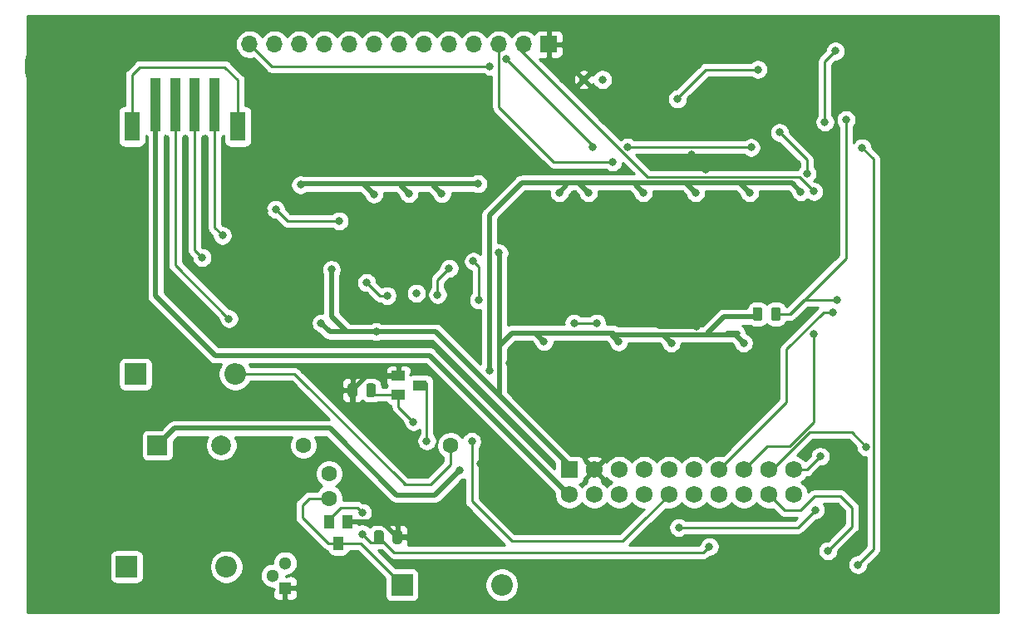
<source format=gbr>
G04 #@! TF.GenerationSoftware,KiCad,Pcbnew,(5.1.6-0-10_14)*
G04 #@! TF.CreationDate,2020-09-03T14:47:53-04:00*
G04 #@! TF.ProjectId,Pufferfish-Interface-2,50756666-6572-4666-9973-682d496e7465,rev?*
G04 #@! TF.SameCoordinates,Original*
G04 #@! TF.FileFunction,Copper,L2,Bot*
G04 #@! TF.FilePolarity,Positive*
%FSLAX46Y46*%
G04 Gerber Fmt 4.6, Leading zero omitted, Abs format (unit mm)*
G04 Created by KiCad (PCBNEW (5.1.6-0-10_14)) date 2020-09-03 14:47:53*
%MOMM*%
%LPD*%
G01*
G04 APERTURE LIST*
G04 #@! TA.AperFunction,ComponentPad*
%ADD10C,6.350000*%
G04 #@! TD*
G04 #@! TA.AperFunction,ComponentPad*
%ADD11O,1.700000X1.700000*%
G04 #@! TD*
G04 #@! TA.AperFunction,ComponentPad*
%ADD12R,1.700000X1.700000*%
G04 #@! TD*
G04 #@! TA.AperFunction,ComponentPad*
%ADD13O,2.200000X2.200000*%
G04 #@! TD*
G04 #@! TA.AperFunction,ComponentPad*
%ADD14R,2.200000X2.200000*%
G04 #@! TD*
G04 #@! TA.AperFunction,ComponentPad*
%ADD15R,2.000000X2.000000*%
G04 #@! TD*
G04 #@! TA.AperFunction,ComponentPad*
%ADD16C,2.000000*%
G04 #@! TD*
G04 #@! TA.AperFunction,ComponentPad*
%ADD17C,0.827800*%
G04 #@! TD*
G04 #@! TA.AperFunction,ComponentPad*
%ADD18R,1.300000X1.300000*%
G04 #@! TD*
G04 #@! TA.AperFunction,ComponentPad*
%ADD19C,1.300000*%
G04 #@! TD*
G04 #@! TA.AperFunction,ComponentPad*
%ADD20C,1.725000*%
G04 #@! TD*
G04 #@! TA.AperFunction,ComponentPad*
%ADD21R,1.725000X1.725000*%
G04 #@! TD*
G04 #@! TA.AperFunction,SMDPad,CuDef*
%ADD22R,1.400000X1.000000*%
G04 #@! TD*
G04 #@! TA.AperFunction,SMDPad,CuDef*
%ADD23R,1.000000X1.400000*%
G04 #@! TD*
G04 #@! TA.AperFunction,SMDPad,CuDef*
%ADD24R,1.000000X5.500000*%
G04 #@! TD*
G04 #@! TA.AperFunction,SMDPad,CuDef*
%ADD25R,1.600000X3.000000*%
G04 #@! TD*
G04 #@! TA.AperFunction,ComponentPad*
%ADD26C,1.600000*%
G04 #@! TD*
G04 #@! TA.AperFunction,ViaPad*
%ADD27C,0.800000*%
G04 #@! TD*
G04 #@! TA.AperFunction,Conductor*
%ADD28C,0.250000*%
G04 #@! TD*
G04 #@! TA.AperFunction,Conductor*
%ADD29C,0.508000*%
G04 #@! TD*
G04 #@! TA.AperFunction,Conductor*
%ADD30C,0.254000*%
G04 #@! TD*
G04 APERTURE END LIST*
D10*
X75500000Y-51250000D03*
X76000000Y750000D03*
X-16500000Y-51500000D03*
X-16750000Y-750000D03*
D11*
X3020000Y1500000D03*
X5560000Y1500000D03*
X8100000Y1500000D03*
X10640000Y1500000D03*
X13180000Y1500000D03*
X15720000Y1500000D03*
X18260000Y1500000D03*
X20800000Y1500000D03*
X23340000Y1500000D03*
X25880000Y1500000D03*
X28420000Y1500000D03*
X30960000Y1500000D03*
D12*
X33500000Y1500000D03*
D13*
X645380Y-51745980D03*
D14*
X-9514620Y-51745980D03*
D15*
X-6370000Y-39370000D03*
D16*
X130000Y-39370000D03*
D17*
X37050000Y-2100000D03*
X38950000Y-2100000D03*
G04 #@! TA.AperFunction,SMDPad,CuDef*
G36*
G01*
X56137500Y-26456250D02*
X56137500Y-25543750D01*
G75*
G02*
X56381250Y-25300000I243750J0D01*
G01*
X56868750Y-25300000D01*
G75*
G02*
X57112500Y-25543750I0J-243750D01*
G01*
X57112500Y-26456250D01*
G75*
G02*
X56868750Y-26700000I-243750J0D01*
G01*
X56381250Y-26700000D01*
G75*
G02*
X56137500Y-26456250I0J243750D01*
G01*
G37*
G04 #@! TD.AperFunction*
G04 #@! TA.AperFunction,SMDPad,CuDef*
G36*
G01*
X54262500Y-26456250D02*
X54262500Y-25543750D01*
G75*
G02*
X54506250Y-25300000I243750J0D01*
G01*
X54993750Y-25300000D01*
G75*
G02*
X55237500Y-25543750I0J-243750D01*
G01*
X55237500Y-26456250D01*
G75*
G02*
X54993750Y-26700000I-243750J0D01*
G01*
X54506250Y-26700000D01*
G75*
G02*
X54262500Y-26456250I0J243750D01*
G01*
G37*
G04 #@! TD.AperFunction*
D18*
X6630000Y-53920000D03*
D19*
X6630000Y-51380000D03*
X5360000Y-52650000D03*
D20*
X58453500Y-44409840D03*
X58453500Y-41869840D03*
X55913500Y-44409840D03*
X55913500Y-41869840D03*
X48293500Y-41869840D03*
X48293500Y-44409840D03*
X50833500Y-41869840D03*
X50833500Y-44409840D03*
X53373500Y-41869840D03*
X53373500Y-44409840D03*
X40673500Y-41869840D03*
X35593500Y-44409840D03*
X38133500Y-41869840D03*
X40673500Y-44409840D03*
D21*
X35593500Y-41869840D03*
D20*
X43213500Y-41869840D03*
X43213500Y-44409840D03*
X45753500Y-41869840D03*
X45753500Y-44409840D03*
X38133500Y-44409840D03*
D22*
X20376060Y-33258760D03*
X18176060Y-32308760D03*
X18176060Y-34208760D03*
D23*
X12070120Y-49355100D03*
X13020120Y-47155100D03*
X11120120Y-47155100D03*
G04 #@! TA.AperFunction,SMDPad,CuDef*
G36*
G01*
X13987600Y-33307970D02*
X13987600Y-34220470D01*
G75*
G02*
X13743850Y-34464220I-243750J0D01*
G01*
X13256350Y-34464220D01*
G75*
G02*
X13012600Y-34220470I0J243750D01*
G01*
X13012600Y-33307970D01*
G75*
G02*
X13256350Y-33064220I243750J0D01*
G01*
X13743850Y-33064220D01*
G75*
G02*
X13987600Y-33307970I0J-243750D01*
G01*
G37*
G04 #@! TD.AperFunction*
G04 #@! TA.AperFunction,SMDPad,CuDef*
G36*
G01*
X15862600Y-33307970D02*
X15862600Y-34220470D01*
G75*
G02*
X15618850Y-34464220I-243750J0D01*
G01*
X15131350Y-34464220D01*
G75*
G02*
X14887600Y-34220470I0J243750D01*
G01*
X14887600Y-33307970D01*
G75*
G02*
X15131350Y-33064220I243750J0D01*
G01*
X15618850Y-33064220D01*
G75*
G02*
X15862600Y-33307970I0J-243750D01*
G01*
G37*
G04 #@! TD.AperFunction*
G04 #@! TA.AperFunction,SMDPad,CuDef*
G36*
G01*
X17574680Y-49191230D02*
X17574680Y-48278730D01*
G75*
G02*
X17818430Y-48034980I243750J0D01*
G01*
X18305930Y-48034980D01*
G75*
G02*
X18549680Y-48278730I0J-243750D01*
G01*
X18549680Y-49191230D01*
G75*
G02*
X18305930Y-49434980I-243750J0D01*
G01*
X17818430Y-49434980D01*
G75*
G02*
X17574680Y-49191230I0J243750D01*
G01*
G37*
G04 #@! TD.AperFunction*
G04 #@! TA.AperFunction,SMDPad,CuDef*
G36*
G01*
X15699680Y-49191230D02*
X15699680Y-48278730D01*
G75*
G02*
X15943430Y-48034980I243750J0D01*
G01*
X16430930Y-48034980D01*
G75*
G02*
X16674680Y-48278730I0J-243750D01*
G01*
X16674680Y-49191230D01*
G75*
G02*
X16430930Y-49434980I-243750J0D01*
G01*
X15943430Y-49434980D01*
G75*
G02*
X15699680Y-49191230I0J243750D01*
G01*
G37*
G04 #@! TD.AperFunction*
D13*
X1550000Y-32130000D03*
D14*
X-8610000Y-32130000D03*
D13*
X28702000Y-53594000D03*
D14*
X18542000Y-53594000D03*
D24*
X-4573780Y-4645660D03*
X-2573780Y-4645660D03*
X-6573780Y-4645660D03*
X-573780Y-4645660D03*
D25*
X-8973780Y-6895660D03*
X1826220Y-6895660D03*
D26*
X11102000Y-44770000D03*
X11102000Y-42270000D03*
X8502000Y-39370000D03*
X23502000Y-39370000D03*
D27*
X45974000Y-28956000D03*
X53340000Y-28956000D03*
X32992060Y-28821380D03*
X15905480Y-27795220D03*
X40604440Y-28823920D03*
X28430220Y-19766280D03*
X26271220Y-12730480D03*
X15684500Y-13771880D03*
X19235420Y-13708380D03*
X22585680Y-13731240D03*
X8210000Y-12830000D03*
X11350000Y-21460000D03*
X10300000Y-26930000D03*
X21066000Y-38934900D03*
X15000000Y-37000000D03*
X66500000Y-6500000D03*
X70500000Y-7500000D03*
X42500000Y-25000000D03*
X62500000Y-16500000D03*
X58265410Y-16265410D03*
X29500000Y-31000000D03*
X4500000Y-15500000D03*
X7500000Y-14000000D03*
X51000000Y-24403220D03*
X46750000Y-24250000D03*
X48500000Y-27243480D03*
X28500000Y-39000000D03*
X26500000Y-41250000D03*
X35500000Y-23000000D03*
X26250000Y-47500000D03*
X48000000Y-9750000D03*
X49500000Y-11250000D03*
X52250000Y-14000000D03*
X46736000Y-47752000D03*
X27432000Y-31750000D03*
X37531040Y-13634720D03*
X43119040Y-13634720D03*
X48453040Y-13634720D03*
X19702780Y-36974780D03*
X25654000Y-38973760D03*
X14488160Y-46217840D03*
X14488160Y-48407320D03*
X36068000Y-26924000D03*
X38358653Y-26919347D03*
X25806400Y-20616080D03*
X49847500Y-49690020D03*
X241300Y-17985740D03*
X-1833880Y-20246340D03*
X906780Y-26482040D03*
X26357580Y-24571960D03*
X17020540Y-24132540D03*
X19987260Y-23881080D03*
X22166580Y-24030940D03*
X23347680Y-21341080D03*
X60660280Y-45961300D03*
X53947060Y-13634720D03*
X59159140Y-13538200D03*
X34550000Y-13630000D03*
X24420000Y-41890000D03*
X60500000Y-28000000D03*
X62860000Y-24540000D03*
X54800000Y-1080000D03*
X46600000Y-4090000D03*
X63760000Y-6210000D03*
X61610000Y-6440000D03*
X62682653Y802653D03*
X61920000Y-50130000D03*
X61147960Y-40505380D03*
X65830000Y-39540000D03*
X62450000Y-25840000D03*
X29145000Y0D03*
X38000000Y-9000000D03*
X40000000Y-10500000D03*
X60500000Y-13500000D03*
X14935200Y-22801580D03*
X57000000Y-7500000D03*
X59782347Y-11717653D03*
X65410000Y-9060000D03*
X64980000Y-51540000D03*
X5666740Y-15321280D03*
X12152203Y-16514237D03*
X54090000Y-9020000D03*
X27500000Y-775000D03*
X41512653Y-8987347D03*
D28*
X23502000Y-41335002D02*
X23502000Y-39370000D01*
X21442001Y-43395001D02*
X23502000Y-41335002D01*
X2468880Y-32115760D02*
X7597140Y-32115760D01*
X18876381Y-43395001D02*
X20577439Y-43395001D01*
X7597140Y-32115760D02*
X18876381Y-43395001D01*
X20577439Y-43395001D02*
X21442001Y-43395001D01*
X18757001Y-43395001D02*
X20577439Y-43395001D01*
D29*
X35560000Y-41910000D02*
X35560000Y-41402000D01*
X28448000Y-31496000D02*
X28448000Y-30988000D01*
X28448000Y-34290000D02*
X28448000Y-31496000D01*
X28448000Y-29210000D02*
X29718000Y-27940000D01*
X28448000Y-31496000D02*
X28448000Y-29210000D01*
X29718000Y-27940000D02*
X32004000Y-27940000D01*
X35560000Y-41402000D02*
X29210000Y-35052000D01*
X29210000Y-35052000D02*
X28448000Y-34290000D01*
X32110680Y-27940000D02*
X32992060Y-28821380D01*
X29718000Y-27940000D02*
X31912560Y-27940000D01*
X31912560Y-27940000D02*
X32110680Y-27940000D01*
X31912560Y-27940000D02*
X39878000Y-27940000D01*
X39878000Y-27940000D02*
X40065960Y-27940000D01*
X39878000Y-28097480D02*
X40604440Y-28823920D01*
X39878000Y-27940000D02*
X39878000Y-28097480D01*
X21953220Y-27795220D02*
X23461980Y-29303980D01*
X15905480Y-27795220D02*
X21953220Y-27795220D01*
X23461980Y-29303980D02*
X23114000Y-28956000D01*
X29210000Y-35052000D02*
X23461980Y-29303980D01*
X28448000Y-19784060D02*
X28430220Y-19766280D01*
X28448000Y-29210000D02*
X28448000Y-19784060D01*
X14686280Y-12773660D02*
X15684500Y-13771880D01*
X14686280Y-12730480D02*
X14686280Y-12773660D01*
X14686280Y-12730480D02*
X10817860Y-12730480D01*
X18389600Y-12862560D02*
X18389600Y-12730480D01*
X18389600Y-12730480D02*
X14686280Y-12730480D01*
X19235420Y-13708380D02*
X18389600Y-12862560D01*
X21724620Y-12870180D02*
X21724620Y-12730480D01*
X21724620Y-12730480D02*
X18389600Y-12730480D01*
X22585680Y-13731240D02*
X21724620Y-12870180D01*
X26271220Y-12730480D02*
X21724620Y-12730480D01*
X10817860Y-12730480D02*
X8547100Y-12730480D01*
X12915220Y-27795220D02*
X15905480Y-27795220D01*
X11350000Y-26230000D02*
X12915220Y-27795220D01*
X11350000Y-21460000D02*
X11350000Y-26230000D01*
X11165220Y-27795220D02*
X10300000Y-26930000D01*
X12915220Y-27795220D02*
X11165220Y-27795220D01*
X51690000Y-27940000D02*
X52740000Y-27940000D01*
X51690000Y-27940000D02*
X52324000Y-27940000D01*
X49660000Y-27940000D02*
X51320000Y-26280000D01*
X52481480Y-28097480D02*
X52567000Y-28183000D01*
X52567000Y-28183000D02*
X53340000Y-28956000D01*
X52324000Y-27940000D02*
X52567000Y-28183000D01*
X44847480Y-28097480D02*
X52481480Y-28097480D01*
X45115480Y-28097480D02*
X44847480Y-28097480D01*
X45974000Y-28956000D02*
X45115480Y-28097480D01*
X39878000Y-28097480D02*
X44847480Y-28097480D01*
X54470000Y-26280000D02*
X54750000Y-26000000D01*
X51320000Y-26280000D02*
X54470000Y-26280000D01*
D28*
X21066000Y-33020000D02*
X21066000Y-38934900D01*
X8382000Y-45466000D02*
X9078000Y-44770000D01*
X8382000Y-46736000D02*
X8382000Y-45466000D01*
X9078000Y-44770000D02*
X11102000Y-44770000D01*
X11001100Y-49355100D02*
X12070120Y-49355100D01*
X8382000Y-46736000D02*
X11001100Y-49355100D01*
X14303100Y-49355100D02*
X18542000Y-53594000D01*
X12070120Y-49355100D02*
X14303100Y-49355100D01*
D29*
X13482320Y-33782000D02*
X13500100Y-33764220D01*
X14955560Y-32308760D02*
X13500100Y-33764220D01*
X18176060Y-32308760D02*
X14955560Y-32308760D01*
X16482300Y-47155100D02*
X13020120Y-47155100D01*
X18062180Y-48734980D02*
X16482300Y-47155100D01*
X13500100Y-35500100D02*
X15000000Y-37000000D01*
X13500100Y-33764220D02*
X13500100Y-35500100D01*
X67500000Y-7500000D02*
X66500000Y-6500000D01*
X70500000Y-7500000D02*
X67500000Y-7500000D01*
X62500000Y-16500000D02*
X61000000Y-15000000D01*
X61000000Y-15000000D02*
X59530820Y-15000000D01*
X59530820Y-15000000D02*
X58265410Y-16265410D01*
X5434315Y-14000000D02*
X7500000Y-14000000D01*
X4500000Y-14934315D02*
X5434315Y-14000000D01*
X4500000Y-15500000D02*
X4500000Y-14934315D01*
X49903220Y-25500000D02*
X51000000Y-24403220D01*
X50403220Y-25000000D02*
X51000000Y-24403220D01*
X46750000Y-24250000D02*
X47500000Y-25000000D01*
X47500000Y-25000000D02*
X50403220Y-25000000D01*
X42500000Y-25000000D02*
X47500000Y-25000000D01*
X42500000Y-25000000D02*
X44750000Y-27250000D01*
X44756520Y-27243480D02*
X48500000Y-27243480D01*
X44750000Y-27250000D02*
X44756520Y-27243480D01*
X28500000Y-39250000D02*
X26500000Y-41250000D01*
X28500000Y-39000000D02*
X28500000Y-39250000D01*
X37500000Y-25000000D02*
X42500000Y-25000000D01*
X35500000Y-23000000D02*
X37500000Y-25000000D01*
X25015020Y-48734980D02*
X26250000Y-47500000D01*
X18062180Y-48734980D02*
X25015020Y-48734980D01*
X48000000Y-9750000D02*
X49500000Y-11250000D01*
X36515040Y-12618720D02*
X37531040Y-13634720D01*
X35753040Y-12618720D02*
X36515040Y-12618720D01*
X42357040Y-12872720D02*
X43119040Y-13634720D01*
X42357040Y-12618720D02*
X42357040Y-12872720D01*
X35753040Y-12618720D02*
X42357040Y-12618720D01*
X47437040Y-12618720D02*
X48453040Y-13634720D01*
X46929040Y-12618720D02*
X47437040Y-12618720D01*
X42357040Y-12618720D02*
X46929040Y-12618720D01*
X46929040Y-12618720D02*
X48961040Y-12618720D01*
D28*
X18088060Y-34020760D02*
X18276060Y-34208760D01*
X18276060Y-34208760D02*
X18276060Y-33823758D01*
X25654000Y-43273980D02*
X25654000Y-43472340D01*
X17731520Y-33764220D02*
X18176060Y-34208760D01*
X15819640Y-34208760D02*
X15375100Y-33764220D01*
X18176060Y-34208760D02*
X15819640Y-34208760D01*
X18176060Y-35448060D02*
X19702780Y-36974780D01*
X18176060Y-34208760D02*
X18176060Y-35448060D01*
X25654000Y-38973760D02*
X25654000Y-43273980D01*
X11120120Y-47155100D02*
X11120120Y-46956980D01*
X16187180Y-48537158D02*
X16187180Y-48734980D01*
X11120120Y-47155100D02*
X11120120Y-46913800D01*
X11120120Y-46913800D02*
X12275820Y-45758100D01*
X12275820Y-45758100D02*
X13662660Y-45758100D01*
X14028420Y-45758100D02*
X14488160Y-46217840D01*
X13662660Y-45758100D02*
X14028420Y-45758100D01*
X14488160Y-48407320D02*
X15336520Y-49255680D01*
X16707880Y-49255680D02*
X17384910Y-49932710D01*
X15336520Y-49255680D02*
X16707880Y-49255680D01*
X16187180Y-48734980D02*
X17384910Y-49932710D01*
X1826220Y-2171660D02*
X1826220Y-6895660D01*
X-8145780Y-835660D02*
X490220Y-835660D01*
X-8973780Y-1663660D02*
X-8145780Y-835660D01*
X490220Y-835660D02*
X1826220Y-2171660D01*
X-8973780Y-6895660D02*
X-8973780Y-1663660D01*
X-573780Y-4645660D02*
X-573780Y-6979660D01*
X38354000Y-26924000D02*
X38358653Y-26919347D01*
X36068000Y-26924000D02*
X38354000Y-26924000D01*
X25806400Y-20616080D02*
X26332180Y-21141860D01*
X26332180Y-21141860D02*
X26332180Y-24524012D01*
X43155870Y-47014130D02*
X45720000Y-44450000D01*
X42618660Y-47551340D02*
X43155870Y-47014130D01*
D29*
X-6573780Y-12408762D02*
X-6556301Y-12426241D01*
X-6573780Y-4645660D02*
X-6573780Y-12408762D01*
X-6556301Y-11999521D02*
X-6556301Y-12426241D01*
X35557798Y-44450000D02*
X35560000Y-44450000D01*
X21333798Y-30226000D02*
X35557798Y-44450000D01*
X-508000Y-30226000D02*
X21333798Y-30226000D01*
X-6556301Y-24177699D02*
X-508000Y-30226000D01*
X-6556301Y-12426241D02*
X-6556301Y-24177699D01*
D28*
X-573780Y-4645660D02*
X-573780Y-10589000D01*
X-573780Y-17170660D02*
X241300Y-17985740D01*
X-573780Y-10589000D02*
X-573780Y-17170660D01*
X-2573780Y-11062460D02*
X-2573780Y-19506440D01*
X-2573780Y-4645660D02*
X-2573780Y-11062460D01*
X-2573780Y-19506440D02*
X-1833880Y-20246340D01*
X-2573780Y-11062460D02*
X-2573780Y-11319000D01*
X-4573780Y-4645660D02*
X-4573780Y-7426200D01*
X-4573780Y-7426200D02*
X-4573780Y-8185660D01*
X-4573780Y-11588240D02*
X-4573780Y-21001480D01*
X-4573780Y-21001480D02*
X906780Y-26482040D01*
X-4573780Y-7426200D02*
X-4573780Y-11588240D01*
X-4573780Y-11588240D02*
X-4573780Y-11795000D01*
X26332180Y-24546560D02*
X26357580Y-24571960D01*
X26332180Y-24524012D02*
X26332180Y-24546560D01*
X16799560Y-24132540D02*
X17020540Y-24132540D01*
X19885660Y-23881080D02*
X19987260Y-23881080D01*
X22166580Y-23964900D02*
X22166580Y-24030940D01*
X22166580Y-22522180D02*
X23347680Y-21341080D01*
X22166580Y-24030940D02*
X22166580Y-22522180D01*
X58869580Y-47752000D02*
X55008780Y-47752000D01*
X55008780Y-47752000D02*
X46736000Y-47752000D01*
X60660280Y-45961300D02*
X58869580Y-47752000D01*
X55626000Y-47752000D02*
X55008780Y-47752000D01*
D29*
X51356260Y-12618720D02*
X52931060Y-12618720D01*
X52931060Y-12618720D02*
X53947060Y-13634720D01*
X48961040Y-12618720D02*
X51356260Y-12618720D01*
X51356260Y-12618720D02*
X53787040Y-12618720D01*
X58239660Y-12618720D02*
X59159140Y-13538200D01*
X53787040Y-12618720D02*
X58239660Y-12618720D01*
X35278720Y-12901280D02*
X35278720Y-12618720D01*
X34550000Y-13630000D02*
X35278720Y-12901280D01*
X35278720Y-12618720D02*
X35753040Y-12618720D01*
X30721280Y-12618720D02*
X34448720Y-12618720D01*
X27432000Y-15908000D02*
X30721280Y-12618720D01*
X27432000Y-31750000D02*
X27432000Y-15908000D01*
X34448720Y-12618720D02*
X35278720Y-12618720D01*
X34069020Y-12618720D02*
X34448720Y-12618720D01*
X11170000Y-37640000D02*
X-4640000Y-37640000D01*
X17960000Y-44430000D02*
X11170000Y-37640000D01*
X21880000Y-44430000D02*
X17960000Y-44430000D01*
X-4640000Y-37640000D02*
X-6370000Y-39370000D01*
X24420000Y-41890000D02*
X21880000Y-44430000D01*
D28*
X25654000Y-45090320D02*
X25654000Y-43273980D01*
X29715220Y-49151540D02*
X25654000Y-45090320D01*
X41018460Y-49151540D02*
X29715220Y-49151540D01*
X43155870Y-47014130D02*
X41018460Y-49151540D01*
X49245520Y-50292000D02*
X49847500Y-49690020D01*
X17744200Y-50292000D02*
X49245520Y-50292000D01*
X17384910Y-49932710D02*
X17744200Y-50292000D01*
X55743340Y-39500000D02*
X53373500Y-41869840D01*
X58000000Y-39500000D02*
X55743340Y-39500000D01*
X60500000Y-37000000D02*
X58000000Y-39500000D01*
X60500000Y-28000000D02*
X60500000Y-37000000D01*
X54800000Y-1080000D02*
X49490000Y-1080000D01*
X46600000Y-3970000D02*
X46600000Y-4090000D01*
X49490000Y-1080000D02*
X46600000Y-3970000D01*
X63760000Y-6210000D02*
X63760000Y-20310000D01*
X58070000Y-26000000D02*
X59035000Y-25035000D01*
X56625000Y-26000000D02*
X58070000Y-26000000D01*
X63760000Y-20310000D02*
X59035000Y-25035000D01*
X58027500Y-25972500D02*
X58027500Y-26042500D01*
X58027500Y-26042500D02*
X59035000Y-25035000D01*
X59460000Y-24540000D02*
X58027500Y-25972500D01*
X62860000Y-24540000D02*
X59460000Y-24540000D01*
X61610000Y-270000D02*
X62682653Y802653D01*
X61610000Y-6440000D02*
X61610000Y-270000D01*
X57101001Y-45597341D02*
X57117341Y-45597341D01*
X55913500Y-44409840D02*
X57101001Y-45597341D01*
X57117341Y-45597341D02*
X57510000Y-45990000D01*
X57510000Y-45990000D02*
X59130000Y-45990000D01*
X59130000Y-45990000D02*
X60580000Y-44540000D01*
X60580000Y-44540000D02*
X63210000Y-44540000D01*
X63210000Y-44540000D02*
X64410000Y-45740000D01*
X64410000Y-47640000D02*
X61920000Y-50130000D01*
X64410000Y-45740000D02*
X64410000Y-47640000D01*
X59783500Y-41869840D02*
X58870010Y-41869840D01*
X61147960Y-40505380D02*
X59783500Y-41869840D01*
X65830000Y-39540000D02*
X64350000Y-38060000D01*
X56266570Y-41869840D02*
X55913500Y-41869840D01*
X60076410Y-38060000D02*
X56266570Y-41869840D01*
X64350000Y-38060000D02*
X60076410Y-38060000D01*
X62450000Y-25840000D02*
X61460000Y-25840000D01*
X61460000Y-25840000D02*
X57710000Y-29590000D01*
X57710000Y-34993340D02*
X50833500Y-41869840D01*
X57710000Y-29590000D02*
X57710000Y-34993340D01*
X38000000Y-8855000D02*
X38000000Y-9000000D01*
X29145000Y0D02*
X38000000Y-8855000D01*
X40000000Y-10500000D02*
X36725478Y-10500000D01*
X34000000Y-10500000D02*
X40000000Y-10500000D01*
X28420000Y-4920000D02*
X34000000Y-10500000D01*
X28420000Y1500000D02*
X28420000Y-4920000D01*
X58960290Y-12039710D02*
X59000000Y-12000000D01*
X43539710Y-12039710D02*
X58960290Y-12039710D01*
X30500000Y1000000D02*
X43539710Y-12039710D01*
X59000000Y-12000000D02*
X60500000Y-13500000D01*
X16291560Y-24132540D02*
X16042640Y-23883620D01*
X17020540Y-24132540D02*
X16291560Y-24132540D01*
X16042640Y-23883620D02*
X16182340Y-24023320D01*
X16266160Y-24132540D02*
X16291560Y-24132540D01*
X14935200Y-22801580D02*
X16266160Y-24132540D01*
X59782347Y-10282347D02*
X59782347Y-11717653D01*
X57000000Y-7500000D02*
X59782347Y-10282347D01*
X66555001Y-10205001D02*
X66555001Y-49964999D01*
X66555001Y-49964999D02*
X64980000Y-51540000D01*
X65410000Y-9060000D02*
X66555001Y-10205001D01*
X6859697Y-16514237D02*
X12152203Y-16514237D01*
X5666740Y-15321280D02*
X6859697Y-16514237D01*
X5295000Y-775000D02*
X27500000Y-775000D01*
X3020000Y1500000D02*
X5295000Y-775000D01*
X46447347Y-8987347D02*
X46480000Y-9020000D01*
X41512653Y-8987347D02*
X46447347Y-8987347D01*
X46480000Y-9020000D02*
X46340000Y-9020000D01*
X54090000Y-9020000D02*
X46480000Y-9020000D01*
D30*
G36*
X79300000Y-56440000D02*
G01*
X-19610000Y-56440000D01*
X-19610000Y-50645980D01*
X-11252692Y-50645980D01*
X-11252692Y-52845980D01*
X-11240432Y-52970462D01*
X-11204122Y-53090160D01*
X-11145157Y-53200474D01*
X-11065805Y-53297165D01*
X-10969114Y-53376517D01*
X-10858800Y-53435482D01*
X-10739102Y-53471792D01*
X-10614620Y-53484052D01*
X-8414620Y-53484052D01*
X-8290138Y-53471792D01*
X-8170440Y-53435482D01*
X-8060126Y-53376517D01*
X-7963435Y-53297165D01*
X-7884083Y-53200474D01*
X-7825118Y-53090160D01*
X-7788808Y-52970462D01*
X-7776548Y-52845980D01*
X-7776548Y-51575097D01*
X-1089620Y-51575097D01*
X-1089620Y-51916863D01*
X-1022945Y-52252061D01*
X-892157Y-52567811D01*
X-702283Y-52851978D01*
X-460618Y-53093643D01*
X-176451Y-53283517D01*
X139299Y-53414305D01*
X474497Y-53480980D01*
X816263Y-53480980D01*
X1151461Y-53414305D01*
X1467211Y-53283517D01*
X1751378Y-53093643D01*
X1993043Y-52851978D01*
X2182917Y-52567811D01*
X2201296Y-52523439D01*
X4075000Y-52523439D01*
X4075000Y-52776561D01*
X4124381Y-53024821D01*
X4221247Y-53258676D01*
X4361875Y-53469140D01*
X4540860Y-53648125D01*
X4751324Y-53788753D01*
X4985179Y-53885619D01*
X5233439Y-53935000D01*
X5345000Y-53935000D01*
X5345000Y-54047002D01*
X5503748Y-54047002D01*
X5345000Y-54205750D01*
X5341928Y-54570000D01*
X5354188Y-54694482D01*
X5390498Y-54814180D01*
X5449463Y-54924494D01*
X5528815Y-55021185D01*
X5625506Y-55100537D01*
X5735820Y-55159502D01*
X5855518Y-55195812D01*
X5980000Y-55208072D01*
X6344250Y-55205000D01*
X6503000Y-55046250D01*
X6503000Y-54047000D01*
X6757000Y-54047000D01*
X6757000Y-55046250D01*
X6915750Y-55205000D01*
X7280000Y-55208072D01*
X7404482Y-55195812D01*
X7524180Y-55159502D01*
X7634494Y-55100537D01*
X7731185Y-55021185D01*
X7810537Y-54924494D01*
X7869502Y-54814180D01*
X7905812Y-54694482D01*
X7918072Y-54570000D01*
X7915000Y-54205750D01*
X7756250Y-54047000D01*
X6757000Y-54047000D01*
X6503000Y-54047000D01*
X6483000Y-54047000D01*
X6483000Y-53793000D01*
X6503000Y-53793000D01*
X6503000Y-53773000D01*
X6757000Y-53773000D01*
X6757000Y-53793000D01*
X7756250Y-53793000D01*
X7915000Y-53634250D01*
X7918072Y-53270000D01*
X7905812Y-53145518D01*
X7869502Y-53025820D01*
X7810537Y-52915506D01*
X7731185Y-52818815D01*
X7634494Y-52739463D01*
X7524180Y-52680498D01*
X7404482Y-52644188D01*
X7280000Y-52631928D01*
X6915750Y-52635000D01*
X6757002Y-52793748D01*
X6757002Y-52664912D01*
X7004821Y-52615619D01*
X7238676Y-52518753D01*
X7449140Y-52378125D01*
X7628125Y-52199140D01*
X7768753Y-51988676D01*
X7865619Y-51754821D01*
X7915000Y-51506561D01*
X7915000Y-51253439D01*
X7865619Y-51005179D01*
X7768753Y-50771324D01*
X7628125Y-50560860D01*
X7449140Y-50381875D01*
X7238676Y-50241247D01*
X7004821Y-50144381D01*
X6756561Y-50095000D01*
X6503439Y-50095000D01*
X6255179Y-50144381D01*
X6021324Y-50241247D01*
X5810860Y-50381875D01*
X5631875Y-50560860D01*
X5491247Y-50771324D01*
X5394381Y-51005179D01*
X5345000Y-51253439D01*
X5345000Y-51365000D01*
X5233439Y-51365000D01*
X4985179Y-51414381D01*
X4751324Y-51511247D01*
X4540860Y-51651875D01*
X4361875Y-51830860D01*
X4221247Y-52041324D01*
X4124381Y-52275179D01*
X4075000Y-52523439D01*
X2201296Y-52523439D01*
X2313705Y-52252061D01*
X2380380Y-51916863D01*
X2380380Y-51575097D01*
X2313705Y-51239899D01*
X2182917Y-50924149D01*
X1993043Y-50639982D01*
X1751378Y-50398317D01*
X1467211Y-50208443D01*
X1151461Y-50077655D01*
X816263Y-50010980D01*
X474497Y-50010980D01*
X139299Y-50077655D01*
X-176451Y-50208443D01*
X-460618Y-50398317D01*
X-702283Y-50639982D01*
X-892157Y-50924149D01*
X-1022945Y-51239899D01*
X-1089620Y-51575097D01*
X-7776548Y-51575097D01*
X-7776548Y-50645980D01*
X-7788808Y-50521498D01*
X-7825118Y-50401800D01*
X-7884083Y-50291486D01*
X-7963435Y-50194795D01*
X-8060126Y-50115443D01*
X-8170440Y-50056478D01*
X-8290138Y-50020168D01*
X-8414620Y-50007908D01*
X-10614620Y-50007908D01*
X-10739102Y-50020168D01*
X-10858800Y-50056478D01*
X-10969114Y-50115443D01*
X-11065805Y-50194795D01*
X-11145157Y-50291486D01*
X-11204122Y-50401800D01*
X-11240432Y-50521498D01*
X-11252692Y-50645980D01*
X-19610000Y-50645980D01*
X-19610000Y-31030000D01*
X-10348072Y-31030000D01*
X-10348072Y-33230000D01*
X-10335812Y-33354482D01*
X-10299502Y-33474180D01*
X-10240537Y-33584494D01*
X-10161185Y-33681185D01*
X-10064494Y-33760537D01*
X-9954180Y-33819502D01*
X-9834482Y-33855812D01*
X-9710000Y-33868072D01*
X-7510000Y-33868072D01*
X-7385518Y-33855812D01*
X-7265820Y-33819502D01*
X-7155506Y-33760537D01*
X-7058815Y-33681185D01*
X-6979463Y-33584494D01*
X-6920498Y-33474180D01*
X-6884188Y-33354482D01*
X-6871928Y-33230000D01*
X-6871928Y-31030000D01*
X-6884188Y-30905518D01*
X-6920498Y-30785820D01*
X-6979463Y-30675506D01*
X-7058815Y-30578815D01*
X-7155506Y-30499463D01*
X-7265820Y-30440498D01*
X-7385518Y-30404188D01*
X-7510000Y-30391928D01*
X-9710000Y-30391928D01*
X-9834482Y-30404188D01*
X-9954180Y-30440498D01*
X-10064494Y-30499463D01*
X-10161185Y-30578815D01*
X-10240537Y-30675506D01*
X-10299502Y-30785820D01*
X-10335812Y-30905518D01*
X-10348072Y-31030000D01*
X-19610000Y-31030000D01*
X-19610000Y-5395660D01*
X-10411852Y-5395660D01*
X-10411852Y-8395660D01*
X-10399592Y-8520142D01*
X-10363282Y-8639840D01*
X-10304317Y-8750154D01*
X-10224965Y-8846845D01*
X-10128274Y-8926197D01*
X-10017960Y-8985162D01*
X-9898262Y-9021472D01*
X-9773780Y-9033732D01*
X-8173780Y-9033732D01*
X-8049298Y-9021472D01*
X-7929600Y-8985162D01*
X-7819286Y-8926197D01*
X-7722595Y-8846845D01*
X-7643243Y-8750154D01*
X-7584278Y-8639840D01*
X-7547968Y-8520142D01*
X-7535708Y-8395660D01*
X-7535708Y-7833755D01*
X-7524965Y-7846845D01*
X-7462780Y-7897879D01*
X-7462779Y-12365092D01*
X-7467080Y-12408762D01*
X-7449916Y-12583036D01*
X-7445301Y-12598250D01*
X-7445300Y-24134029D01*
X-7449601Y-24177699D01*
X-7432437Y-24351973D01*
X-7381603Y-24519551D01*
X-7332869Y-24610725D01*
X-7299053Y-24673990D01*
X-7187959Y-24809358D01*
X-7154042Y-24837193D01*
X-1167499Y-30823736D01*
X-1139659Y-30857659D01*
X-1004291Y-30968753D01*
X-849851Y-31051303D01*
X-783942Y-31071296D01*
X-682276Y-31102136D01*
X-649076Y-31105406D01*
X-551667Y-31115000D01*
X-551661Y-31115000D01*
X-508001Y-31119300D01*
X-464341Y-31115000D01*
X141534Y-31115000D01*
X12463Y-31308169D01*
X-118325Y-31623919D01*
X-185000Y-31959117D01*
X-185000Y-32300883D01*
X-118325Y-32636081D01*
X12463Y-32951831D01*
X202337Y-33235998D01*
X444002Y-33477663D01*
X728169Y-33667537D01*
X1043919Y-33798325D01*
X1379117Y-33865000D01*
X1720883Y-33865000D01*
X2056081Y-33798325D01*
X2371831Y-33667537D01*
X2655998Y-33477663D01*
X2897663Y-33235998D01*
X3087537Y-32951831D01*
X3119047Y-32875760D01*
X7282339Y-32875760D01*
X11154778Y-36748199D01*
X11126340Y-36751000D01*
X-4596341Y-36751000D01*
X-4640001Y-36746700D01*
X-4683661Y-36751000D01*
X-4683667Y-36751000D01*
X-4781076Y-36760594D01*
X-4814276Y-36763864D01*
X-4915942Y-36794704D01*
X-4981851Y-36814697D01*
X-5136291Y-36897247D01*
X-5271659Y-37008341D01*
X-5299494Y-37042258D01*
X-5989164Y-37731928D01*
X-7370000Y-37731928D01*
X-7494482Y-37744188D01*
X-7614180Y-37780498D01*
X-7724494Y-37839463D01*
X-7821185Y-37918815D01*
X-7900537Y-38015506D01*
X-7959502Y-38125820D01*
X-7995812Y-38245518D01*
X-8008072Y-38370000D01*
X-8008072Y-40370000D01*
X-7995812Y-40494482D01*
X-7959502Y-40614180D01*
X-7900537Y-40724494D01*
X-7821185Y-40821185D01*
X-7724494Y-40900537D01*
X-7614180Y-40959502D01*
X-7494482Y-40995812D01*
X-7370000Y-41008072D01*
X-5370000Y-41008072D01*
X-5245518Y-40995812D01*
X-5125820Y-40959502D01*
X-5015506Y-40900537D01*
X-4918815Y-40821185D01*
X-4839463Y-40724494D01*
X-4780498Y-40614180D01*
X-4744188Y-40494482D01*
X-4731928Y-40370000D01*
X-4731928Y-38989164D01*
X-4271764Y-38529000D01*
X-1274459Y-38529000D01*
X-1318918Y-38595537D01*
X-1442168Y-38893088D01*
X-1505000Y-39208967D01*
X-1505000Y-39531033D01*
X-1442168Y-39846912D01*
X-1318918Y-40144463D01*
X-1139987Y-40412252D01*
X-912252Y-40639987D01*
X-644463Y-40818918D01*
X-346912Y-40942168D01*
X-31033Y-41005000D01*
X291033Y-41005000D01*
X606912Y-40942168D01*
X904463Y-40818918D01*
X1172252Y-40639987D01*
X1399987Y-40412252D01*
X1578918Y-40144463D01*
X1702168Y-39846912D01*
X1765000Y-39531033D01*
X1765000Y-39208967D01*
X1702168Y-38893088D01*
X1578918Y-38595537D01*
X1534459Y-38529000D01*
X7338079Y-38529000D01*
X7230320Y-38690273D01*
X7122147Y-38951426D01*
X7067000Y-39228665D01*
X7067000Y-39511335D01*
X7122147Y-39788574D01*
X7230320Y-40049727D01*
X7387363Y-40284759D01*
X7587241Y-40484637D01*
X7822273Y-40641680D01*
X8083426Y-40749853D01*
X8360665Y-40805000D01*
X8643335Y-40805000D01*
X8920574Y-40749853D01*
X9181727Y-40641680D01*
X9416759Y-40484637D01*
X9616637Y-40284759D01*
X9773680Y-40049727D01*
X9881853Y-39788574D01*
X9937000Y-39511335D01*
X9937000Y-39228665D01*
X9881853Y-38951426D01*
X9773680Y-38690273D01*
X9665921Y-38529000D01*
X10801765Y-38529000D01*
X17300506Y-45027742D01*
X17328341Y-45061659D01*
X17463709Y-45172753D01*
X17618149Y-45255303D01*
X17684058Y-45275296D01*
X17785724Y-45306136D01*
X17818924Y-45309406D01*
X17916333Y-45319000D01*
X17916339Y-45319000D01*
X17959999Y-45323300D01*
X18003659Y-45319000D01*
X21836340Y-45319000D01*
X21880000Y-45323300D01*
X21923660Y-45319000D01*
X21923667Y-45319000D01*
X22054274Y-45306136D01*
X22221851Y-45255303D01*
X22376291Y-45172753D01*
X22511659Y-45061659D01*
X22539499Y-45027736D01*
X24672106Y-42895130D01*
X24721898Y-42885226D01*
X24894001Y-42813938D01*
X24894001Y-43236638D01*
X24894000Y-43236648D01*
X24894000Y-43509673D01*
X24894001Y-43509682D01*
X24894000Y-45052997D01*
X24890324Y-45090320D01*
X24894000Y-45127642D01*
X24894000Y-45127652D01*
X24904997Y-45239305D01*
X24933669Y-45333824D01*
X24948454Y-45382566D01*
X25019026Y-45514596D01*
X25054701Y-45558066D01*
X25113999Y-45630321D01*
X25143003Y-45654124D01*
X29020877Y-49532000D01*
X19178197Y-49532000D01*
X19187752Y-49434980D01*
X19184680Y-49020730D01*
X19025930Y-48861980D01*
X18189180Y-48861980D01*
X18189180Y-48881980D01*
X17935180Y-48881980D01*
X17935180Y-48861980D01*
X17915180Y-48861980D01*
X17915180Y-48607980D01*
X17935180Y-48607980D01*
X17935180Y-47558730D01*
X18189180Y-47558730D01*
X18189180Y-48607980D01*
X19025930Y-48607980D01*
X19184680Y-48449230D01*
X19187752Y-48034980D01*
X19175492Y-47910498D01*
X19139182Y-47790800D01*
X19080217Y-47680486D01*
X19000865Y-47583795D01*
X18904174Y-47504443D01*
X18793860Y-47445478D01*
X18674162Y-47409168D01*
X18549680Y-47396908D01*
X18347930Y-47399980D01*
X18189180Y-47558730D01*
X17935180Y-47558730D01*
X17776430Y-47399980D01*
X17574680Y-47396908D01*
X17450198Y-47409168D01*
X17330500Y-47445478D01*
X17220186Y-47504443D01*
X17123495Y-47583795D01*
X17059688Y-47661544D01*
X17054472Y-47655188D01*
X16920844Y-47545522D01*
X16768389Y-47464033D01*
X16602965Y-47413852D01*
X16430930Y-47396908D01*
X15943430Y-47396908D01*
X15771395Y-47413852D01*
X15605971Y-47464033D01*
X15453516Y-47545522D01*
X15319888Y-47655188D01*
X15265730Y-47721179D01*
X15147934Y-47603383D01*
X14978416Y-47490115D01*
X14790058Y-47412094D01*
X14590099Y-47372320D01*
X14386221Y-47372320D01*
X14186262Y-47412094D01*
X14143908Y-47429638D01*
X13996372Y-47282102D01*
X14155120Y-47282102D01*
X14155120Y-47200166D01*
X14186262Y-47213066D01*
X14386221Y-47252840D01*
X14590099Y-47252840D01*
X14790058Y-47213066D01*
X14978416Y-47135045D01*
X15147934Y-47021777D01*
X15292097Y-46877614D01*
X15405365Y-46708096D01*
X15483386Y-46519738D01*
X15523160Y-46319779D01*
X15523160Y-46115901D01*
X15483386Y-45915942D01*
X15405365Y-45727584D01*
X15292097Y-45558066D01*
X15147934Y-45413903D01*
X14978416Y-45300635D01*
X14790058Y-45222614D01*
X14590099Y-45182840D01*
X14525458Y-45182840D01*
X14452696Y-45123126D01*
X14320667Y-45052554D01*
X14177406Y-45009097D01*
X14065753Y-44998100D01*
X14065742Y-44998100D01*
X14028420Y-44994424D01*
X13991098Y-44998100D01*
X12519741Y-44998100D01*
X12537000Y-44911335D01*
X12537000Y-44628665D01*
X12481853Y-44351426D01*
X12373680Y-44090273D01*
X12216637Y-43855241D01*
X12016759Y-43655363D01*
X11814173Y-43520000D01*
X12016759Y-43384637D01*
X12216637Y-43184759D01*
X12373680Y-42949727D01*
X12481853Y-42688574D01*
X12537000Y-42411335D01*
X12537000Y-42128665D01*
X12481853Y-41851426D01*
X12373680Y-41590273D01*
X12216637Y-41355241D01*
X12016759Y-41155363D01*
X11781727Y-40998320D01*
X11520574Y-40890147D01*
X11243335Y-40835000D01*
X10960665Y-40835000D01*
X10683426Y-40890147D01*
X10422273Y-40998320D01*
X10187241Y-41155363D01*
X9987363Y-41355241D01*
X9830320Y-41590273D01*
X9722147Y-41851426D01*
X9667000Y-42128665D01*
X9667000Y-42411335D01*
X9722147Y-42688574D01*
X9830320Y-42949727D01*
X9987363Y-43184759D01*
X10187241Y-43384637D01*
X10389827Y-43520000D01*
X10187241Y-43655363D01*
X9987363Y-43855241D01*
X9883957Y-44010000D01*
X9115325Y-44010000D01*
X9078000Y-44006324D01*
X9040675Y-44010000D01*
X9040667Y-44010000D01*
X8929014Y-44020997D01*
X8785753Y-44064454D01*
X8653724Y-44135026D01*
X8537999Y-44229999D01*
X8514201Y-44258998D01*
X7870998Y-44902201D01*
X7842000Y-44925999D01*
X7818202Y-44954997D01*
X7818201Y-44954998D01*
X7747026Y-45041724D01*
X7676454Y-45173754D01*
X7651581Y-45255754D01*
X7633390Y-45315724D01*
X7632998Y-45317015D01*
X7618324Y-45466000D01*
X7622001Y-45503332D01*
X7622000Y-46698677D01*
X7618324Y-46736000D01*
X7622000Y-46773322D01*
X7622000Y-46773332D01*
X7632997Y-46884985D01*
X7672172Y-47014130D01*
X7676454Y-47028246D01*
X7747026Y-47160276D01*
X7749358Y-47163117D01*
X7841999Y-47276001D01*
X7871003Y-47299804D01*
X10437300Y-49866102D01*
X10461099Y-49895101D01*
X10576824Y-49990074D01*
X10708853Y-50060646D01*
X10852114Y-50104103D01*
X10937704Y-50112533D01*
X10944308Y-50179582D01*
X10980618Y-50299280D01*
X11039583Y-50409594D01*
X11118935Y-50506285D01*
X11215626Y-50585637D01*
X11325940Y-50644602D01*
X11445638Y-50680912D01*
X11570120Y-50693172D01*
X12570120Y-50693172D01*
X12694602Y-50680912D01*
X12814300Y-50644602D01*
X12924614Y-50585637D01*
X13021305Y-50506285D01*
X13100657Y-50409594D01*
X13159622Y-50299280D01*
X13195932Y-50179582D01*
X13202283Y-50115100D01*
X13988299Y-50115100D01*
X16803928Y-52930730D01*
X16803928Y-54694000D01*
X16816188Y-54818482D01*
X16852498Y-54938180D01*
X16911463Y-55048494D01*
X16990815Y-55145185D01*
X17087506Y-55224537D01*
X17197820Y-55283502D01*
X17317518Y-55319812D01*
X17442000Y-55332072D01*
X19642000Y-55332072D01*
X19766482Y-55319812D01*
X19886180Y-55283502D01*
X19996494Y-55224537D01*
X20093185Y-55145185D01*
X20172537Y-55048494D01*
X20231502Y-54938180D01*
X20267812Y-54818482D01*
X20280072Y-54694000D01*
X20280072Y-53423117D01*
X26967000Y-53423117D01*
X26967000Y-53764883D01*
X27033675Y-54100081D01*
X27164463Y-54415831D01*
X27354337Y-54699998D01*
X27596002Y-54941663D01*
X27880169Y-55131537D01*
X28195919Y-55262325D01*
X28531117Y-55329000D01*
X28872883Y-55329000D01*
X29208081Y-55262325D01*
X29523831Y-55131537D01*
X29807998Y-54941663D01*
X30049663Y-54699998D01*
X30239537Y-54415831D01*
X30370325Y-54100081D01*
X30437000Y-53764883D01*
X30437000Y-53423117D01*
X30370325Y-53087919D01*
X30239537Y-52772169D01*
X30049663Y-52488002D01*
X29807998Y-52246337D01*
X29523831Y-52056463D01*
X29208081Y-51925675D01*
X28872883Y-51859000D01*
X28531117Y-51859000D01*
X28195919Y-51925675D01*
X27880169Y-52056463D01*
X27596002Y-52246337D01*
X27354337Y-52488002D01*
X27164463Y-52772169D01*
X27033675Y-53087919D01*
X26967000Y-53423117D01*
X20280072Y-53423117D01*
X20280072Y-52494000D01*
X20267812Y-52369518D01*
X20231502Y-52249820D01*
X20172537Y-52139506D01*
X20093185Y-52042815D01*
X19996494Y-51963463D01*
X19886180Y-51904498D01*
X19766482Y-51868188D01*
X19642000Y-51855928D01*
X17878730Y-51855928D01*
X16095853Y-50073052D01*
X16430930Y-50073052D01*
X16448700Y-50071302D01*
X16873907Y-50496509D01*
X16873913Y-50496514D01*
X17180396Y-50802997D01*
X17204199Y-50832001D01*
X17319924Y-50926974D01*
X17451953Y-50997546D01*
X17595214Y-51041003D01*
X17706867Y-51052000D01*
X17706875Y-51052000D01*
X17744200Y-51055676D01*
X17781525Y-51052000D01*
X49208198Y-51052000D01*
X49245520Y-51055676D01*
X49282842Y-51052000D01*
X49282853Y-51052000D01*
X49394506Y-51041003D01*
X49537767Y-50997546D01*
X49669796Y-50926974D01*
X49785521Y-50832001D01*
X49809323Y-50802998D01*
X49887301Y-50725020D01*
X49949439Y-50725020D01*
X50149398Y-50685246D01*
X50337756Y-50607225D01*
X50507274Y-50493957D01*
X50651437Y-50349794D01*
X50764705Y-50180276D01*
X50842726Y-49991918D01*
X50882500Y-49791959D01*
X50882500Y-49588081D01*
X50842726Y-49388122D01*
X50764705Y-49199764D01*
X50651437Y-49030246D01*
X50507274Y-48886083D01*
X50337756Y-48772815D01*
X50149398Y-48694794D01*
X49949439Y-48655020D01*
X49745561Y-48655020D01*
X49545602Y-48694794D01*
X49357244Y-48772815D01*
X49187726Y-48886083D01*
X49043563Y-49030246D01*
X48930295Y-49199764D01*
X48852274Y-49388122D01*
X48823655Y-49532000D01*
X41712801Y-49532000D01*
X43719669Y-47525133D01*
X43719673Y-47525128D01*
X45382017Y-45862785D01*
X45606009Y-45907340D01*
X45900991Y-45907340D01*
X46190305Y-45849792D01*
X46462832Y-45736907D01*
X46708101Y-45573024D01*
X46916684Y-45364441D01*
X47023500Y-45204579D01*
X47130316Y-45364441D01*
X47338899Y-45573024D01*
X47584168Y-45736907D01*
X47856695Y-45849792D01*
X48146009Y-45907340D01*
X48440991Y-45907340D01*
X48730305Y-45849792D01*
X49002832Y-45736907D01*
X49248101Y-45573024D01*
X49456684Y-45364441D01*
X49563500Y-45204579D01*
X49670316Y-45364441D01*
X49878899Y-45573024D01*
X50124168Y-45736907D01*
X50396695Y-45849792D01*
X50686009Y-45907340D01*
X50980991Y-45907340D01*
X51270305Y-45849792D01*
X51542832Y-45736907D01*
X51788101Y-45573024D01*
X51996684Y-45364441D01*
X52103500Y-45204579D01*
X52210316Y-45364441D01*
X52418899Y-45573024D01*
X52664168Y-45736907D01*
X52936695Y-45849792D01*
X53226009Y-45907340D01*
X53520991Y-45907340D01*
X53810305Y-45849792D01*
X54082832Y-45736907D01*
X54328101Y-45573024D01*
X54536684Y-45364441D01*
X54643500Y-45204579D01*
X54750316Y-45364441D01*
X54958899Y-45573024D01*
X55204168Y-45736907D01*
X55476695Y-45849792D01*
X55766009Y-45907340D01*
X56060991Y-45907340D01*
X56290539Y-45861680D01*
X56537201Y-46108343D01*
X56561000Y-46137342D01*
X56589998Y-46161140D01*
X56676724Y-46232315D01*
X56678421Y-46233222D01*
X56946196Y-46500997D01*
X56969999Y-46530001D01*
X57085724Y-46624974D01*
X57217753Y-46695546D01*
X57361014Y-46739003D01*
X57472667Y-46750000D01*
X57472675Y-46750000D01*
X57510000Y-46753676D01*
X57547325Y-46750000D01*
X58796779Y-46750000D01*
X58554779Y-46992000D01*
X47439711Y-46992000D01*
X47395774Y-46948063D01*
X47226256Y-46834795D01*
X47037898Y-46756774D01*
X46837939Y-46717000D01*
X46634061Y-46717000D01*
X46434102Y-46756774D01*
X46245744Y-46834795D01*
X46076226Y-46948063D01*
X45932063Y-47092226D01*
X45818795Y-47261744D01*
X45740774Y-47450102D01*
X45701000Y-47650061D01*
X45701000Y-47853939D01*
X45740774Y-48053898D01*
X45818795Y-48242256D01*
X45932063Y-48411774D01*
X46076226Y-48555937D01*
X46245744Y-48669205D01*
X46434102Y-48747226D01*
X46634061Y-48787000D01*
X46837939Y-48787000D01*
X47037898Y-48747226D01*
X47226256Y-48669205D01*
X47395774Y-48555937D01*
X47439711Y-48512000D01*
X58832258Y-48512000D01*
X58869580Y-48515676D01*
X58906902Y-48512000D01*
X58906913Y-48512000D01*
X59018566Y-48501003D01*
X59161827Y-48457546D01*
X59293856Y-48386974D01*
X59409581Y-48292001D01*
X59433384Y-48262997D01*
X60700082Y-46996300D01*
X60762219Y-46996300D01*
X60962178Y-46956526D01*
X61150536Y-46878505D01*
X61320054Y-46765237D01*
X61464217Y-46621074D01*
X61577485Y-46451556D01*
X61655506Y-46263198D01*
X61695280Y-46063239D01*
X61695280Y-45859361D01*
X61655506Y-45659402D01*
X61577485Y-45471044D01*
X61464217Y-45301526D01*
X61462691Y-45300000D01*
X62895199Y-45300000D01*
X63650000Y-46054802D01*
X63650001Y-47325197D01*
X61880199Y-49095000D01*
X61818061Y-49095000D01*
X61618102Y-49134774D01*
X61429744Y-49212795D01*
X61260226Y-49326063D01*
X61116063Y-49470226D01*
X61002795Y-49639744D01*
X60924774Y-49828102D01*
X60885000Y-50028061D01*
X60885000Y-50231939D01*
X60924774Y-50431898D01*
X61002795Y-50620256D01*
X61116063Y-50789774D01*
X61260226Y-50933937D01*
X61429744Y-51047205D01*
X61618102Y-51125226D01*
X61818061Y-51165000D01*
X62021939Y-51165000D01*
X62221898Y-51125226D01*
X62410256Y-51047205D01*
X62579774Y-50933937D01*
X62723937Y-50789774D01*
X62837205Y-50620256D01*
X62915226Y-50431898D01*
X62955000Y-50231939D01*
X62955000Y-50169801D01*
X64921003Y-48203799D01*
X64950001Y-48180001D01*
X65044974Y-48064276D01*
X65115546Y-47932247D01*
X65159003Y-47788986D01*
X65170000Y-47677333D01*
X65170000Y-47677325D01*
X65173676Y-47640000D01*
X65170000Y-47602675D01*
X65170000Y-45777322D01*
X65173676Y-45739999D01*
X65170000Y-45702676D01*
X65170000Y-45702667D01*
X65159003Y-45591014D01*
X65115546Y-45447753D01*
X65044974Y-45315724D01*
X64950001Y-45199999D01*
X64921004Y-45176202D01*
X63773804Y-44029003D01*
X63750001Y-43999999D01*
X63634276Y-43905026D01*
X63502247Y-43834454D01*
X63358986Y-43790997D01*
X63247333Y-43780000D01*
X63247322Y-43780000D01*
X63210000Y-43776324D01*
X63172678Y-43780000D01*
X60617325Y-43780000D01*
X60580000Y-43776324D01*
X60542675Y-43780000D01*
X60542667Y-43780000D01*
X60431014Y-43790997D01*
X60287753Y-43834454D01*
X60155724Y-43905026D01*
X60039999Y-43999999D01*
X60016201Y-44028997D01*
X59923102Y-44122096D01*
X59893452Y-43973035D01*
X59780567Y-43700508D01*
X59616684Y-43455239D01*
X59408101Y-43246656D01*
X59248239Y-43139840D01*
X59408101Y-43033024D01*
X59616684Y-42824441D01*
X59746679Y-42629889D01*
X59783500Y-42633516D01*
X59820822Y-42629840D01*
X59820833Y-42629840D01*
X59932486Y-42618843D01*
X60075747Y-42575386D01*
X60207776Y-42504814D01*
X60323501Y-42409841D01*
X60347304Y-42380837D01*
X61187762Y-41540380D01*
X61249899Y-41540380D01*
X61449858Y-41500606D01*
X61638216Y-41422585D01*
X61807734Y-41309317D01*
X61951897Y-41165154D01*
X62065165Y-40995636D01*
X62143186Y-40807278D01*
X62182960Y-40607319D01*
X62182960Y-40403441D01*
X62143186Y-40203482D01*
X62065165Y-40015124D01*
X61951897Y-39845606D01*
X61807734Y-39701443D01*
X61638216Y-39588175D01*
X61449858Y-39510154D01*
X61249899Y-39470380D01*
X61046021Y-39470380D01*
X60846062Y-39510154D01*
X60657704Y-39588175D01*
X60488186Y-39701443D01*
X60344023Y-39845606D01*
X60230755Y-40015124D01*
X60152734Y-40203482D01*
X60112960Y-40403441D01*
X60112960Y-40465578D01*
X59635356Y-40943183D01*
X59616684Y-40915239D01*
X59408101Y-40706656D01*
X59162832Y-40542773D01*
X58890305Y-40429888D01*
X58799405Y-40411807D01*
X60391213Y-38820000D01*
X64035199Y-38820000D01*
X64795000Y-39579802D01*
X64795000Y-39641939D01*
X64834774Y-39841898D01*
X64912795Y-40030256D01*
X65026063Y-40199774D01*
X65170226Y-40343937D01*
X65339744Y-40457205D01*
X65528102Y-40535226D01*
X65728061Y-40575000D01*
X65795002Y-40575000D01*
X65795002Y-49650196D01*
X64940199Y-50505000D01*
X64878061Y-50505000D01*
X64678102Y-50544774D01*
X64489744Y-50622795D01*
X64320226Y-50736063D01*
X64176063Y-50880226D01*
X64062795Y-51049744D01*
X63984774Y-51238102D01*
X63945000Y-51438061D01*
X63945000Y-51641939D01*
X63984774Y-51841898D01*
X64062795Y-52030256D01*
X64176063Y-52199774D01*
X64320226Y-52343937D01*
X64489744Y-52457205D01*
X64678102Y-52535226D01*
X64878061Y-52575000D01*
X65081939Y-52575000D01*
X65281898Y-52535226D01*
X65470256Y-52457205D01*
X65639774Y-52343937D01*
X65783937Y-52199774D01*
X65897205Y-52030256D01*
X65975226Y-51841898D01*
X66015000Y-51641939D01*
X66015000Y-51579801D01*
X67066004Y-50528798D01*
X67095002Y-50505000D01*
X67189975Y-50389275D01*
X67260547Y-50257246D01*
X67304004Y-50113985D01*
X67315001Y-50002332D01*
X67315001Y-50002324D01*
X67318677Y-49964999D01*
X67315001Y-49927674D01*
X67315001Y-10242324D01*
X67318677Y-10205001D01*
X67315001Y-10167678D01*
X67315001Y-10167668D01*
X67304004Y-10056015D01*
X67260547Y-9912754D01*
X67244886Y-9883454D01*
X67189975Y-9780724D01*
X67118800Y-9693998D01*
X67095002Y-9665000D01*
X67066005Y-9641203D01*
X66445000Y-9020199D01*
X66445000Y-8958061D01*
X66405226Y-8758102D01*
X66327205Y-8569744D01*
X66213937Y-8400226D01*
X66069774Y-8256063D01*
X65900256Y-8142795D01*
X65711898Y-8064774D01*
X65511939Y-8025000D01*
X65308061Y-8025000D01*
X65108102Y-8064774D01*
X64919744Y-8142795D01*
X64750226Y-8256063D01*
X64606063Y-8400226D01*
X64520000Y-8529029D01*
X64520000Y-6913711D01*
X64563937Y-6869774D01*
X64677205Y-6700256D01*
X64755226Y-6511898D01*
X64795000Y-6311939D01*
X64795000Y-6108061D01*
X64755226Y-5908102D01*
X64677205Y-5719744D01*
X64563937Y-5550226D01*
X64419774Y-5406063D01*
X64250256Y-5292795D01*
X64061898Y-5214774D01*
X63861939Y-5175000D01*
X63658061Y-5175000D01*
X63458102Y-5214774D01*
X63269744Y-5292795D01*
X63100226Y-5406063D01*
X62956063Y-5550226D01*
X62842795Y-5719744D01*
X62764774Y-5908102D01*
X62725000Y-6108061D01*
X62725000Y-6311939D01*
X62764774Y-6511898D01*
X62842795Y-6700256D01*
X62956063Y-6869774D01*
X63000000Y-6913711D01*
X63000001Y-19995197D01*
X59152697Y-23842501D01*
X59035723Y-23905026D01*
X59008256Y-23927568D01*
X58919999Y-23999999D01*
X58896201Y-24028997D01*
X57691700Y-25233499D01*
X57683447Y-25206291D01*
X57601958Y-25053836D01*
X57492292Y-24920208D01*
X57358664Y-24810542D01*
X57206209Y-24729053D01*
X57040785Y-24678872D01*
X56868750Y-24661928D01*
X56381250Y-24661928D01*
X56209215Y-24678872D01*
X56043791Y-24729053D01*
X55891336Y-24810542D01*
X55757708Y-24920208D01*
X55687500Y-25005756D01*
X55617292Y-24920208D01*
X55483664Y-24810542D01*
X55331209Y-24729053D01*
X55165785Y-24678872D01*
X54993750Y-24661928D01*
X54506250Y-24661928D01*
X54334215Y-24678872D01*
X54168791Y-24729053D01*
X54016336Y-24810542D01*
X53882708Y-24920208D01*
X53773042Y-25053836D01*
X53691553Y-25206291D01*
X53641372Y-25371715D01*
X53639473Y-25391000D01*
X51363668Y-25391000D01*
X51320000Y-25386699D01*
X51145725Y-25403864D01*
X51106628Y-25415724D01*
X50978149Y-25454697D01*
X50823709Y-25537247D01*
X50810906Y-25547754D01*
X50725039Y-25618224D01*
X50688341Y-25648341D01*
X50660506Y-25682258D01*
X49134285Y-27208480D01*
X45159140Y-27208480D01*
X45115480Y-27204180D01*
X45071820Y-27208480D01*
X40575938Y-27208480D01*
X40562251Y-27197247D01*
X40407811Y-27114697D01*
X40240234Y-27063864D01*
X40109627Y-27051000D01*
X39921667Y-27051000D01*
X39878000Y-27046699D01*
X39834333Y-27051000D01*
X39387743Y-27051000D01*
X39393653Y-27021286D01*
X39393653Y-26817408D01*
X39353879Y-26617449D01*
X39275858Y-26429091D01*
X39162590Y-26259573D01*
X39018427Y-26115410D01*
X38848909Y-26002142D01*
X38660551Y-25924121D01*
X38460592Y-25884347D01*
X38256714Y-25884347D01*
X38056755Y-25924121D01*
X37868397Y-26002142D01*
X37698879Y-26115410D01*
X37650289Y-26164000D01*
X36771711Y-26164000D01*
X36727774Y-26120063D01*
X36558256Y-26006795D01*
X36369898Y-25928774D01*
X36169939Y-25889000D01*
X35966061Y-25889000D01*
X35766102Y-25928774D01*
X35577744Y-26006795D01*
X35408226Y-26120063D01*
X35264063Y-26264226D01*
X35150795Y-26433744D01*
X35072774Y-26622102D01*
X35033000Y-26822061D01*
X35033000Y-27025939D01*
X35037985Y-27051000D01*
X32154340Y-27051000D01*
X32110680Y-27046700D01*
X32067020Y-27051000D01*
X29761659Y-27051000D01*
X29717999Y-27046700D01*
X29674339Y-27051000D01*
X29674333Y-27051000D01*
X29576924Y-27060594D01*
X29543724Y-27063864D01*
X29442058Y-27094704D01*
X29376149Y-27114697D01*
X29337000Y-27135623D01*
X29337000Y-20272138D01*
X29347425Y-20256536D01*
X29425446Y-20068178D01*
X29465220Y-19868219D01*
X29465220Y-19664341D01*
X29425446Y-19464382D01*
X29347425Y-19276024D01*
X29234157Y-19106506D01*
X29089994Y-18962343D01*
X28920476Y-18849075D01*
X28732118Y-18771054D01*
X28532159Y-18731280D01*
X28328281Y-18731280D01*
X28321000Y-18732728D01*
X28321000Y-16276235D01*
X31089515Y-13507720D01*
X33519046Y-13507720D01*
X33515000Y-13528061D01*
X33515000Y-13731939D01*
X33554774Y-13931898D01*
X33632795Y-14120256D01*
X33746063Y-14289774D01*
X33890226Y-14433937D01*
X34059744Y-14547205D01*
X34248102Y-14625226D01*
X34448061Y-14665000D01*
X34651939Y-14665000D01*
X34851898Y-14625226D01*
X35040256Y-14547205D01*
X35209774Y-14433937D01*
X35353937Y-14289774D01*
X35467205Y-14120256D01*
X35545226Y-13931898D01*
X35555130Y-13882105D01*
X35876462Y-13560773D01*
X35910379Y-13532939D01*
X35931076Y-13507720D01*
X36146805Y-13507720D01*
X36525910Y-13886825D01*
X36535814Y-13936618D01*
X36613835Y-14124976D01*
X36727103Y-14294494D01*
X36871266Y-14438657D01*
X37040784Y-14551925D01*
X37229142Y-14629946D01*
X37429101Y-14669720D01*
X37632979Y-14669720D01*
X37832938Y-14629946D01*
X38021296Y-14551925D01*
X38190814Y-14438657D01*
X38334977Y-14294494D01*
X38448245Y-14124976D01*
X38526266Y-13936618D01*
X38566040Y-13736659D01*
X38566040Y-13532781D01*
X38561055Y-13507720D01*
X41729452Y-13507720D01*
X41759302Y-13532217D01*
X42113910Y-13886825D01*
X42123814Y-13936618D01*
X42201835Y-14124976D01*
X42315103Y-14294494D01*
X42459266Y-14438657D01*
X42628784Y-14551925D01*
X42817142Y-14629946D01*
X43017101Y-14669720D01*
X43220979Y-14669720D01*
X43420938Y-14629946D01*
X43609296Y-14551925D01*
X43778814Y-14438657D01*
X43922977Y-14294494D01*
X44036245Y-14124976D01*
X44114266Y-13936618D01*
X44154040Y-13736659D01*
X44154040Y-13532781D01*
X44149055Y-13507720D01*
X47068805Y-13507720D01*
X47447910Y-13886825D01*
X47457814Y-13936618D01*
X47535835Y-14124976D01*
X47649103Y-14294494D01*
X47793266Y-14438657D01*
X47962784Y-14551925D01*
X48151142Y-14629946D01*
X48351101Y-14669720D01*
X48554979Y-14669720D01*
X48754938Y-14629946D01*
X48943296Y-14551925D01*
X49112814Y-14438657D01*
X49256977Y-14294494D01*
X49370245Y-14124976D01*
X49448266Y-13936618D01*
X49488040Y-13736659D01*
X49488040Y-13532781D01*
X49483055Y-13507720D01*
X52562825Y-13507720D01*
X52941930Y-13886825D01*
X52951834Y-13936618D01*
X53029855Y-14124976D01*
X53143123Y-14294494D01*
X53287286Y-14438657D01*
X53456804Y-14551925D01*
X53645162Y-14629946D01*
X53845121Y-14669720D01*
X54048999Y-14669720D01*
X54248958Y-14629946D01*
X54437316Y-14551925D01*
X54606834Y-14438657D01*
X54750997Y-14294494D01*
X54864265Y-14124976D01*
X54942286Y-13936618D01*
X54982060Y-13736659D01*
X54982060Y-13532781D01*
X54977075Y-13507720D01*
X57871425Y-13507720D01*
X58154010Y-13790305D01*
X58163914Y-13840098D01*
X58241935Y-14028456D01*
X58355203Y-14197974D01*
X58499366Y-14342137D01*
X58668884Y-14455405D01*
X58857242Y-14533426D01*
X59057201Y-14573200D01*
X59261079Y-14573200D01*
X59461038Y-14533426D01*
X59649396Y-14455405D01*
X59818914Y-14342137D01*
X59850350Y-14310701D01*
X60009744Y-14417205D01*
X60198102Y-14495226D01*
X60398061Y-14535000D01*
X60601939Y-14535000D01*
X60801898Y-14495226D01*
X60990256Y-14417205D01*
X61159774Y-14303937D01*
X61303937Y-14159774D01*
X61417205Y-13990256D01*
X61495226Y-13801898D01*
X61535000Y-13601939D01*
X61535000Y-13398061D01*
X61495226Y-13198102D01*
X61417205Y-13009744D01*
X61303937Y-12840226D01*
X61159774Y-12696063D01*
X60990256Y-12582795D01*
X60801898Y-12504774D01*
X60601939Y-12465000D01*
X60539802Y-12465000D01*
X60519256Y-12444455D01*
X60586284Y-12377427D01*
X60699552Y-12207909D01*
X60777573Y-12019551D01*
X60817347Y-11819592D01*
X60817347Y-11615714D01*
X60777573Y-11415755D01*
X60699552Y-11227397D01*
X60586284Y-11057879D01*
X60542347Y-11013942D01*
X60542347Y-10319670D01*
X60546023Y-10282347D01*
X60542347Y-10245024D01*
X60542347Y-10245014D01*
X60531350Y-10133361D01*
X60487893Y-9990100D01*
X60417321Y-9858071D01*
X60322348Y-9742346D01*
X60293351Y-9718549D01*
X58035000Y-7460199D01*
X58035000Y-7398061D01*
X57995226Y-7198102D01*
X57917205Y-7009744D01*
X57803937Y-6840226D01*
X57659774Y-6696063D01*
X57490256Y-6582795D01*
X57301898Y-6504774D01*
X57101939Y-6465000D01*
X56898061Y-6465000D01*
X56698102Y-6504774D01*
X56509744Y-6582795D01*
X56340226Y-6696063D01*
X56196063Y-6840226D01*
X56082795Y-7009744D01*
X56004774Y-7198102D01*
X55965000Y-7398061D01*
X55965000Y-7601939D01*
X56004774Y-7801898D01*
X56082795Y-7990256D01*
X56196063Y-8159774D01*
X56340226Y-8303937D01*
X56509744Y-8417205D01*
X56698102Y-8495226D01*
X56898061Y-8535000D01*
X56960199Y-8535000D01*
X59022347Y-10597149D01*
X59022348Y-11013941D01*
X58978410Y-11057879D01*
X58865142Y-11227397D01*
X58855551Y-11250551D01*
X58851014Y-11250998D01*
X58831993Y-11256768D01*
X58756360Y-11279710D01*
X43854512Y-11279710D01*
X42322149Y-9747347D01*
X46119623Y-9747347D01*
X46191014Y-9769003D01*
X46302667Y-9780000D01*
X46442677Y-9780000D01*
X46479999Y-9783676D01*
X46517322Y-9780000D01*
X53386289Y-9780000D01*
X53430226Y-9823937D01*
X53599744Y-9937205D01*
X53788102Y-10015226D01*
X53988061Y-10055000D01*
X54191939Y-10055000D01*
X54391898Y-10015226D01*
X54580256Y-9937205D01*
X54749774Y-9823937D01*
X54893937Y-9679774D01*
X55007205Y-9510256D01*
X55085226Y-9321898D01*
X55125000Y-9121939D01*
X55125000Y-8918061D01*
X55085226Y-8718102D01*
X55007205Y-8529744D01*
X54893937Y-8360226D01*
X54749774Y-8216063D01*
X54580256Y-8102795D01*
X54391898Y-8024774D01*
X54191939Y-7985000D01*
X53988061Y-7985000D01*
X53788102Y-8024774D01*
X53599744Y-8102795D01*
X53430226Y-8216063D01*
X53386289Y-8260000D01*
X46667724Y-8260000D01*
X46596333Y-8238344D01*
X46484680Y-8227347D01*
X46484669Y-8227347D01*
X46447347Y-8223671D01*
X46410025Y-8227347D01*
X42216364Y-8227347D01*
X42172427Y-8183410D01*
X42002909Y-8070142D01*
X41814551Y-7992121D01*
X41614592Y-7952347D01*
X41410714Y-7952347D01*
X41210755Y-7992121D01*
X41022397Y-8070142D01*
X40852879Y-8183410D01*
X40805545Y-8230744D01*
X38912862Y-6338061D01*
X60575000Y-6338061D01*
X60575000Y-6541939D01*
X60614774Y-6741898D01*
X60692795Y-6930256D01*
X60806063Y-7099774D01*
X60950226Y-7243937D01*
X61119744Y-7357205D01*
X61308102Y-7435226D01*
X61508061Y-7475000D01*
X61711939Y-7475000D01*
X61911898Y-7435226D01*
X62100256Y-7357205D01*
X62269774Y-7243937D01*
X62413937Y-7099774D01*
X62527205Y-6930256D01*
X62605226Y-6741898D01*
X62645000Y-6541939D01*
X62645000Y-6338061D01*
X62605226Y-6138102D01*
X62527205Y-5949744D01*
X62413937Y-5780226D01*
X62370000Y-5736289D01*
X62370000Y-584801D01*
X62722455Y-232347D01*
X62784592Y-232347D01*
X62984551Y-192573D01*
X63172909Y-114552D01*
X63342427Y-1284D01*
X63486590Y142879D01*
X63599858Y312397D01*
X63677879Y500755D01*
X63717653Y700714D01*
X63717653Y904592D01*
X63677879Y1104551D01*
X63599858Y1292909D01*
X63486590Y1462427D01*
X63342427Y1606590D01*
X63172909Y1719858D01*
X62984551Y1797879D01*
X62784592Y1837653D01*
X62580714Y1837653D01*
X62380755Y1797879D01*
X62192397Y1719858D01*
X62022879Y1606590D01*
X61878716Y1462427D01*
X61765448Y1292909D01*
X61687427Y1104551D01*
X61647653Y904592D01*
X61647653Y842455D01*
X61098998Y293799D01*
X61070000Y270001D01*
X61046202Y241003D01*
X61046201Y241002D01*
X60975026Y154276D01*
X60904454Y22246D01*
X60884056Y-45000D01*
X60860998Y-121014D01*
X60858243Y-148985D01*
X60846324Y-270000D01*
X60850001Y-307332D01*
X60850000Y-5736289D01*
X60806063Y-5780226D01*
X60692795Y-5949744D01*
X60614774Y-6138102D01*
X60575000Y-6338061D01*
X38912862Y-6338061D01*
X36562862Y-3988061D01*
X45565000Y-3988061D01*
X45565000Y-4191939D01*
X45604774Y-4391898D01*
X45682795Y-4580256D01*
X45796063Y-4749774D01*
X45940226Y-4893937D01*
X46109744Y-5007205D01*
X46298102Y-5085226D01*
X46498061Y-5125000D01*
X46701939Y-5125000D01*
X46901898Y-5085226D01*
X47090256Y-5007205D01*
X47259774Y-4893937D01*
X47403937Y-4749774D01*
X47517205Y-4580256D01*
X47595226Y-4391898D01*
X47635000Y-4191939D01*
X47635000Y-4009801D01*
X49804802Y-1840000D01*
X54096289Y-1840000D01*
X54140226Y-1883937D01*
X54309744Y-1997205D01*
X54498102Y-2075226D01*
X54698061Y-2115000D01*
X54901939Y-2115000D01*
X55101898Y-2075226D01*
X55290256Y-1997205D01*
X55459774Y-1883937D01*
X55603937Y-1739774D01*
X55717205Y-1570256D01*
X55795226Y-1381898D01*
X55835000Y-1181939D01*
X55835000Y-978061D01*
X55795226Y-778102D01*
X55717205Y-589744D01*
X55603937Y-420226D01*
X55459774Y-276063D01*
X55290256Y-162795D01*
X55101898Y-84774D01*
X54901939Y-45000D01*
X54698061Y-45000D01*
X54498102Y-84774D01*
X54309744Y-162795D01*
X54140226Y-276063D01*
X54096289Y-320000D01*
X49527322Y-320000D01*
X49489999Y-316324D01*
X49452676Y-320000D01*
X49452667Y-320000D01*
X49341014Y-330997D01*
X49197753Y-374454D01*
X49065724Y-445026D01*
X48949999Y-539999D01*
X48926201Y-568997D01*
X46425832Y-3069367D01*
X46298102Y-3094774D01*
X46109744Y-3172795D01*
X45940226Y-3286063D01*
X45796063Y-3430226D01*
X45682795Y-3599744D01*
X45604774Y-3788102D01*
X45565000Y-3988061D01*
X36562862Y-3988061D01*
X35391221Y-2816420D01*
X36513185Y-2816420D01*
X36537748Y-3021120D01*
X36727292Y-3103356D01*
X36929237Y-3147034D01*
X37135824Y-3150475D01*
X37339113Y-3113547D01*
X37531291Y-3037669D01*
X37562252Y-3021120D01*
X37586815Y-2816420D01*
X37050000Y-2279605D01*
X36513185Y-2816420D01*
X35391221Y-2816420D01*
X34760625Y-2185824D01*
X35999525Y-2185824D01*
X36036453Y-2389113D01*
X36112331Y-2581291D01*
X36128880Y-2612252D01*
X36333580Y-2636815D01*
X36870395Y-2100000D01*
X37229605Y-2100000D01*
X37766420Y-2636815D01*
X37971120Y-2612252D01*
X37999636Y-2546526D01*
X38020477Y-2596840D01*
X38135266Y-2768635D01*
X38281365Y-2914734D01*
X38453160Y-3029523D01*
X38644047Y-3108591D01*
X38846692Y-3148900D01*
X39053308Y-3148900D01*
X39255953Y-3108591D01*
X39446840Y-3029523D01*
X39618635Y-2914734D01*
X39764734Y-2768635D01*
X39879523Y-2596840D01*
X39958591Y-2405953D01*
X39998900Y-2203308D01*
X39998900Y-1996692D01*
X39958591Y-1794047D01*
X39879523Y-1603160D01*
X39764734Y-1431365D01*
X39618635Y-1285266D01*
X39446840Y-1170477D01*
X39255953Y-1091409D01*
X39053308Y-1051100D01*
X38846692Y-1051100D01*
X38644047Y-1091409D01*
X38453160Y-1170477D01*
X38281365Y-1285266D01*
X38135266Y-1431365D01*
X38020477Y-1603160D01*
X38000537Y-1651300D01*
X37987669Y-1618709D01*
X37971120Y-1587748D01*
X37766420Y-1563185D01*
X37229605Y-2100000D01*
X36870395Y-2100000D01*
X36333580Y-1563185D01*
X36128880Y-1587748D01*
X36046644Y-1777292D01*
X36002966Y-1979237D01*
X35999525Y-2185824D01*
X34760625Y-2185824D01*
X33958381Y-1383580D01*
X36513185Y-1383580D01*
X37050000Y-1920395D01*
X37586815Y-1383580D01*
X37562252Y-1178880D01*
X37372708Y-1096644D01*
X37170763Y-1052966D01*
X36964176Y-1049525D01*
X36760887Y-1086453D01*
X36568709Y-1162331D01*
X36537748Y-1178880D01*
X36513185Y-1383580D01*
X33958381Y-1383580D01*
X32553355Y21446D01*
X32650000Y11928D01*
X33214250Y15000D01*
X33373000Y173750D01*
X33373000Y1373000D01*
X33627000Y1373000D01*
X33627000Y173750D01*
X33785750Y15000D01*
X34350000Y11928D01*
X34474482Y24188D01*
X34594180Y60498D01*
X34704494Y119463D01*
X34801185Y198815D01*
X34880537Y295506D01*
X34939502Y405820D01*
X34975812Y525518D01*
X34988072Y650000D01*
X34985000Y1214250D01*
X34826250Y1373000D01*
X33627000Y1373000D01*
X33373000Y1373000D01*
X33353000Y1373000D01*
X33353000Y1627000D01*
X33373000Y1627000D01*
X33373000Y2826250D01*
X33627000Y2826250D01*
X33627000Y1627000D01*
X34826250Y1627000D01*
X34985000Y1785750D01*
X34988072Y2350000D01*
X34975812Y2474482D01*
X34939502Y2594180D01*
X34880537Y2704494D01*
X34801185Y2801185D01*
X34704494Y2880537D01*
X34594180Y2939502D01*
X34474482Y2975812D01*
X34350000Y2988072D01*
X33785750Y2985000D01*
X33627000Y2826250D01*
X33373000Y2826250D01*
X33214250Y2985000D01*
X32650000Y2988072D01*
X32525518Y2975812D01*
X32405820Y2939502D01*
X32295506Y2880537D01*
X32198815Y2801185D01*
X32119463Y2704494D01*
X32060498Y2594180D01*
X32038487Y2521620D01*
X31906632Y2653475D01*
X31663411Y2815990D01*
X31393158Y2927932D01*
X31106260Y2985000D01*
X30813740Y2985000D01*
X30526842Y2927932D01*
X30256589Y2815990D01*
X30013368Y2653475D01*
X29806525Y2446632D01*
X29690000Y2272240D01*
X29573475Y2446632D01*
X29366632Y2653475D01*
X29123411Y2815990D01*
X28853158Y2927932D01*
X28566260Y2985000D01*
X28273740Y2985000D01*
X27986842Y2927932D01*
X27716589Y2815990D01*
X27473368Y2653475D01*
X27266525Y2446632D01*
X27150000Y2272240D01*
X27033475Y2446632D01*
X26826632Y2653475D01*
X26583411Y2815990D01*
X26313158Y2927932D01*
X26026260Y2985000D01*
X25733740Y2985000D01*
X25446842Y2927932D01*
X25176589Y2815990D01*
X24933368Y2653475D01*
X24726525Y2446632D01*
X24610000Y2272240D01*
X24493475Y2446632D01*
X24286632Y2653475D01*
X24043411Y2815990D01*
X23773158Y2927932D01*
X23486260Y2985000D01*
X23193740Y2985000D01*
X22906842Y2927932D01*
X22636589Y2815990D01*
X22393368Y2653475D01*
X22186525Y2446632D01*
X22070000Y2272240D01*
X21953475Y2446632D01*
X21746632Y2653475D01*
X21503411Y2815990D01*
X21233158Y2927932D01*
X20946260Y2985000D01*
X20653740Y2985000D01*
X20366842Y2927932D01*
X20096589Y2815990D01*
X19853368Y2653475D01*
X19646525Y2446632D01*
X19530000Y2272240D01*
X19413475Y2446632D01*
X19206632Y2653475D01*
X18963411Y2815990D01*
X18693158Y2927932D01*
X18406260Y2985000D01*
X18113740Y2985000D01*
X17826842Y2927932D01*
X17556589Y2815990D01*
X17313368Y2653475D01*
X17106525Y2446632D01*
X16990000Y2272240D01*
X16873475Y2446632D01*
X16666632Y2653475D01*
X16423411Y2815990D01*
X16153158Y2927932D01*
X15866260Y2985000D01*
X15573740Y2985000D01*
X15286842Y2927932D01*
X15016589Y2815990D01*
X14773368Y2653475D01*
X14566525Y2446632D01*
X14450000Y2272240D01*
X14333475Y2446632D01*
X14126632Y2653475D01*
X13883411Y2815990D01*
X13613158Y2927932D01*
X13326260Y2985000D01*
X13033740Y2985000D01*
X12746842Y2927932D01*
X12476589Y2815990D01*
X12233368Y2653475D01*
X12026525Y2446632D01*
X11910000Y2272240D01*
X11793475Y2446632D01*
X11586632Y2653475D01*
X11343411Y2815990D01*
X11073158Y2927932D01*
X10786260Y2985000D01*
X10493740Y2985000D01*
X10206842Y2927932D01*
X9936589Y2815990D01*
X9693368Y2653475D01*
X9486525Y2446632D01*
X9370000Y2272240D01*
X9253475Y2446632D01*
X9046632Y2653475D01*
X8803411Y2815990D01*
X8533158Y2927932D01*
X8246260Y2985000D01*
X7953740Y2985000D01*
X7666842Y2927932D01*
X7396589Y2815990D01*
X7153368Y2653475D01*
X6946525Y2446632D01*
X6830000Y2272240D01*
X6713475Y2446632D01*
X6506632Y2653475D01*
X6263411Y2815990D01*
X5993158Y2927932D01*
X5706260Y2985000D01*
X5413740Y2985000D01*
X5126842Y2927932D01*
X4856589Y2815990D01*
X4613368Y2653475D01*
X4406525Y2446632D01*
X4290000Y2272240D01*
X4173475Y2446632D01*
X3966632Y2653475D01*
X3723411Y2815990D01*
X3453158Y2927932D01*
X3166260Y2985000D01*
X2873740Y2985000D01*
X2586842Y2927932D01*
X2316589Y2815990D01*
X2073368Y2653475D01*
X1866525Y2446632D01*
X1704010Y2203411D01*
X1592068Y1933158D01*
X1535000Y1646260D01*
X1535000Y1353740D01*
X1592068Y1066842D01*
X1704010Y796589D01*
X1866525Y553368D01*
X2073368Y346525D01*
X2316589Y184010D01*
X2586842Y72068D01*
X2873740Y15000D01*
X3166260Y15000D01*
X3386408Y58791D01*
X4731201Y-1286003D01*
X4754999Y-1315001D01*
X4870724Y-1409974D01*
X5002753Y-1480546D01*
X5146014Y-1524003D01*
X5257667Y-1535000D01*
X5257677Y-1535000D01*
X5295000Y-1538676D01*
X5332323Y-1535000D01*
X26796289Y-1535000D01*
X26840226Y-1578937D01*
X27009744Y-1692205D01*
X27198102Y-1770226D01*
X27398061Y-1810000D01*
X27601939Y-1810000D01*
X27660001Y-1798451D01*
X27660001Y-4882668D01*
X27656324Y-4920000D01*
X27670998Y-5068985D01*
X27714454Y-5212246D01*
X27785026Y-5344276D01*
X27835734Y-5406063D01*
X27880000Y-5460001D01*
X27908998Y-5483799D01*
X33436201Y-11011003D01*
X33459999Y-11040001D01*
X33575724Y-11134974D01*
X33707753Y-11205546D01*
X33851014Y-11249003D01*
X33962667Y-11260000D01*
X33962675Y-11260000D01*
X34000000Y-11263676D01*
X34037325Y-11260000D01*
X39296289Y-11260000D01*
X39340226Y-11303937D01*
X39509744Y-11417205D01*
X39698102Y-11495226D01*
X39898061Y-11535000D01*
X40101939Y-11535000D01*
X40301898Y-11495226D01*
X40490256Y-11417205D01*
X40659774Y-11303937D01*
X40803937Y-11159774D01*
X40917205Y-10990256D01*
X40995226Y-10801898D01*
X41033695Y-10608497D01*
X42154918Y-11729720D01*
X36558700Y-11729720D01*
X36515040Y-11725420D01*
X36471380Y-11729720D01*
X35322387Y-11729720D01*
X35278720Y-11725419D01*
X35235053Y-11729720D01*
X30764939Y-11729720D01*
X30721279Y-11725420D01*
X30677619Y-11729720D01*
X30677613Y-11729720D01*
X30580204Y-11739314D01*
X30547004Y-11742584D01*
X30463199Y-11768006D01*
X30379429Y-11793417D01*
X30224989Y-11875967D01*
X30089621Y-11987061D01*
X30061781Y-12020984D01*
X26834259Y-15248506D01*
X26800342Y-15276341D01*
X26772507Y-15310258D01*
X26772505Y-15310260D01*
X26689248Y-15411709D01*
X26606698Y-15566148D01*
X26555864Y-15733726D01*
X26538700Y-15908000D01*
X26543001Y-15951670D01*
X26543001Y-19888970D01*
X26466174Y-19812143D01*
X26296656Y-19698875D01*
X26108298Y-19620854D01*
X25908339Y-19581080D01*
X25704461Y-19581080D01*
X25504502Y-19620854D01*
X25316144Y-19698875D01*
X25146626Y-19812143D01*
X25002463Y-19956306D01*
X24889195Y-20125824D01*
X24811174Y-20314182D01*
X24771400Y-20514141D01*
X24771400Y-20718019D01*
X24811174Y-20917978D01*
X24889195Y-21106336D01*
X25002463Y-21275854D01*
X25146626Y-21420017D01*
X25316144Y-21533285D01*
X25504502Y-21611306D01*
X25572180Y-21624768D01*
X25572181Y-23893648D01*
X25553643Y-23912186D01*
X25440375Y-24081704D01*
X25362354Y-24270062D01*
X25322580Y-24470021D01*
X25322580Y-24673899D01*
X25362354Y-24873858D01*
X25440375Y-25062216D01*
X25553643Y-25231734D01*
X25697806Y-25375897D01*
X25867324Y-25489165D01*
X26055682Y-25567186D01*
X26255641Y-25606960D01*
X26459519Y-25606960D01*
X26543000Y-25590355D01*
X26543000Y-31127765D01*
X24121480Y-28706245D01*
X24121475Y-28706239D01*
X22612719Y-27197484D01*
X22584879Y-27163561D01*
X22449511Y-27052467D01*
X22295071Y-26969917D01*
X22127494Y-26919084D01*
X21996887Y-26906220D01*
X21996880Y-26906220D01*
X21953220Y-26901920D01*
X21909560Y-26906220D01*
X16437948Y-26906220D01*
X16395736Y-26878015D01*
X16207378Y-26799994D01*
X16007419Y-26760220D01*
X15803541Y-26760220D01*
X15603582Y-26799994D01*
X15415224Y-26878015D01*
X15373012Y-26906220D01*
X13283455Y-26906220D01*
X12239000Y-25861765D01*
X12239000Y-22699641D01*
X13900200Y-22699641D01*
X13900200Y-22903519D01*
X13939974Y-23103478D01*
X14017995Y-23291836D01*
X14131263Y-23461354D01*
X14275426Y-23605517D01*
X14444944Y-23718785D01*
X14633302Y-23796806D01*
X14833261Y-23836580D01*
X14895399Y-23836580D01*
X15702361Y-24643543D01*
X15726159Y-24672541D01*
X15841884Y-24767514D01*
X15973913Y-24838086D01*
X16117174Y-24881543D01*
X16228827Y-24892540D01*
X16228835Y-24892540D01*
X16266160Y-24896216D01*
X16278860Y-24894965D01*
X16291559Y-24896216D01*
X16317910Y-24893621D01*
X16360766Y-24936477D01*
X16530284Y-25049745D01*
X16718642Y-25127766D01*
X16918601Y-25167540D01*
X17122479Y-25167540D01*
X17322438Y-25127766D01*
X17510796Y-25049745D01*
X17680314Y-24936477D01*
X17824477Y-24792314D01*
X17937745Y-24622796D01*
X18015766Y-24434438D01*
X18055540Y-24234479D01*
X18055540Y-24030601D01*
X18015766Y-23830642D01*
X17994434Y-23779141D01*
X18952260Y-23779141D01*
X18952260Y-23983019D01*
X18992034Y-24182978D01*
X19070055Y-24371336D01*
X19183323Y-24540854D01*
X19327486Y-24685017D01*
X19497004Y-24798285D01*
X19685362Y-24876306D01*
X19885321Y-24916080D01*
X20089199Y-24916080D01*
X20289158Y-24876306D01*
X20477516Y-24798285D01*
X20647034Y-24685017D01*
X20791197Y-24540854D01*
X20904465Y-24371336D01*
X20982486Y-24182978D01*
X21022260Y-23983019D01*
X21022260Y-23929001D01*
X21131580Y-23929001D01*
X21131580Y-24132879D01*
X21171354Y-24332838D01*
X21249375Y-24521196D01*
X21362643Y-24690714D01*
X21506806Y-24834877D01*
X21676324Y-24948145D01*
X21864682Y-25026166D01*
X22064641Y-25065940D01*
X22268519Y-25065940D01*
X22468478Y-25026166D01*
X22656836Y-24948145D01*
X22826354Y-24834877D01*
X22970517Y-24690714D01*
X23083785Y-24521196D01*
X23161806Y-24332838D01*
X23201580Y-24132879D01*
X23201580Y-23929001D01*
X23161806Y-23729042D01*
X23083785Y-23540684D01*
X22970517Y-23371166D01*
X22926580Y-23327229D01*
X22926580Y-22836981D01*
X23387482Y-22376080D01*
X23449619Y-22376080D01*
X23649578Y-22336306D01*
X23837936Y-22258285D01*
X24007454Y-22145017D01*
X24151617Y-22000854D01*
X24264885Y-21831336D01*
X24342906Y-21642978D01*
X24382680Y-21443019D01*
X24382680Y-21239141D01*
X24342906Y-21039182D01*
X24264885Y-20850824D01*
X24151617Y-20681306D01*
X24007454Y-20537143D01*
X23837936Y-20423875D01*
X23649578Y-20345854D01*
X23449619Y-20306080D01*
X23245741Y-20306080D01*
X23045782Y-20345854D01*
X22857424Y-20423875D01*
X22687906Y-20537143D01*
X22543743Y-20681306D01*
X22430475Y-20850824D01*
X22352454Y-21039182D01*
X22312680Y-21239141D01*
X22312680Y-21301278D01*
X21655578Y-21958381D01*
X21626580Y-21982179D01*
X21602782Y-22011177D01*
X21602781Y-22011178D01*
X21531606Y-22097904D01*
X21461034Y-22229934D01*
X21451435Y-22261579D01*
X21417578Y-22373194D01*
X21406581Y-22484847D01*
X21402904Y-22522180D01*
X21406581Y-22559512D01*
X21406580Y-23327229D01*
X21362643Y-23371166D01*
X21249375Y-23540684D01*
X21171354Y-23729042D01*
X21131580Y-23929001D01*
X21022260Y-23929001D01*
X21022260Y-23779141D01*
X20982486Y-23579182D01*
X20904465Y-23390824D01*
X20791197Y-23221306D01*
X20647034Y-23077143D01*
X20477516Y-22963875D01*
X20289158Y-22885854D01*
X20089199Y-22846080D01*
X19885321Y-22846080D01*
X19685362Y-22885854D01*
X19497004Y-22963875D01*
X19327486Y-23077143D01*
X19183323Y-23221306D01*
X19070055Y-23390824D01*
X18992034Y-23579182D01*
X18952260Y-23779141D01*
X17994434Y-23779141D01*
X17937745Y-23642284D01*
X17824477Y-23472766D01*
X17680314Y-23328603D01*
X17510796Y-23215335D01*
X17322438Y-23137314D01*
X17122479Y-23097540D01*
X16918601Y-23097540D01*
X16718642Y-23137314D01*
X16530284Y-23215335D01*
X16472981Y-23253624D01*
X16466916Y-23248646D01*
X16445759Y-23237337D01*
X15970200Y-22761779D01*
X15970200Y-22699641D01*
X15930426Y-22499682D01*
X15852405Y-22311324D01*
X15739137Y-22141806D01*
X15594974Y-21997643D01*
X15425456Y-21884375D01*
X15237098Y-21806354D01*
X15037139Y-21766580D01*
X14833261Y-21766580D01*
X14633302Y-21806354D01*
X14444944Y-21884375D01*
X14275426Y-21997643D01*
X14131263Y-22141806D01*
X14017995Y-22311324D01*
X13939974Y-22499682D01*
X13900200Y-22699641D01*
X12239000Y-22699641D01*
X12239000Y-21992468D01*
X12267205Y-21950256D01*
X12345226Y-21761898D01*
X12385000Y-21561939D01*
X12385000Y-21358061D01*
X12345226Y-21158102D01*
X12267205Y-20969744D01*
X12153937Y-20800226D01*
X12009774Y-20656063D01*
X11840256Y-20542795D01*
X11651898Y-20464774D01*
X11451939Y-20425000D01*
X11248061Y-20425000D01*
X11048102Y-20464774D01*
X10859744Y-20542795D01*
X10690226Y-20656063D01*
X10546063Y-20800226D01*
X10432795Y-20969744D01*
X10354774Y-21158102D01*
X10315000Y-21358061D01*
X10315000Y-21561939D01*
X10354774Y-21761898D01*
X10432795Y-21950256D01*
X10461000Y-21992468D01*
X10461001Y-25906748D01*
X10401939Y-25895000D01*
X10198061Y-25895000D01*
X9998102Y-25934774D01*
X9809744Y-26012795D01*
X9640226Y-26126063D01*
X9496063Y-26270226D01*
X9382795Y-26439744D01*
X9304774Y-26628102D01*
X9265000Y-26828061D01*
X9265000Y-27031939D01*
X9304774Y-27231898D01*
X9382795Y-27420256D01*
X9496063Y-27589774D01*
X9640226Y-27733937D01*
X9809744Y-27847205D01*
X9998102Y-27925226D01*
X10047895Y-27935130D01*
X10505724Y-28392960D01*
X10533561Y-28426879D01*
X10668929Y-28537973D01*
X10823369Y-28620523D01*
X10902363Y-28644485D01*
X10990945Y-28671356D01*
X11007545Y-28672991D01*
X11121553Y-28684220D01*
X11121560Y-28684220D01*
X11165220Y-28688520D01*
X11208880Y-28684220D01*
X12871559Y-28684220D01*
X12915219Y-28688520D01*
X12958879Y-28684220D01*
X15373012Y-28684220D01*
X15415224Y-28712425D01*
X15603582Y-28790446D01*
X15803541Y-28830220D01*
X16007419Y-28830220D01*
X16207378Y-28790446D01*
X16395736Y-28712425D01*
X16437948Y-28684220D01*
X21584985Y-28684220D01*
X22864239Y-29963475D01*
X22864245Y-29963480D01*
X27788506Y-34887742D01*
X27816341Y-34921659D01*
X27850259Y-34949495D01*
X28612259Y-35711495D01*
X28612265Y-35711500D01*
X34092928Y-41192164D01*
X34092928Y-41727894D01*
X21993297Y-29628264D01*
X21965457Y-29594341D01*
X21830089Y-29483247D01*
X21675649Y-29400697D01*
X21508072Y-29349864D01*
X21377465Y-29337000D01*
X21377458Y-29337000D01*
X21333798Y-29332700D01*
X21290138Y-29337000D01*
X-139765Y-29337000D01*
X-5667301Y-23809464D01*
X-5667301Y-12469900D01*
X-5663001Y-12426240D01*
X-5667301Y-12382580D01*
X-5667301Y-11955854D01*
X-5680165Y-11825247D01*
X-5684780Y-11810033D01*
X-5684780Y-7897879D01*
X-5622595Y-7846845D01*
X-5573780Y-7787364D01*
X-5524965Y-7846845D01*
X-5428274Y-7926197D01*
X-5333780Y-7976706D01*
X-5333779Y-11550898D01*
X-5333780Y-11550908D01*
X-5333779Y-20964148D01*
X-5337456Y-21001480D01*
X-5333779Y-21038813D01*
X-5322782Y-21150466D01*
X-5309600Y-21193922D01*
X-5279326Y-21293726D01*
X-5208754Y-21425756D01*
X-5137579Y-21512482D01*
X-5113780Y-21541481D01*
X-5084782Y-21565279D01*
X-128220Y-26521842D01*
X-128220Y-26583979D01*
X-88446Y-26783938D01*
X-10425Y-26972296D01*
X102843Y-27141814D01*
X247006Y-27285977D01*
X416524Y-27399245D01*
X604882Y-27477266D01*
X804841Y-27517040D01*
X1008719Y-27517040D01*
X1208678Y-27477266D01*
X1397036Y-27399245D01*
X1566554Y-27285977D01*
X1710717Y-27141814D01*
X1823985Y-26972296D01*
X1902006Y-26783938D01*
X1941780Y-26583979D01*
X1941780Y-26380101D01*
X1902006Y-26180142D01*
X1823985Y-25991784D01*
X1710717Y-25822266D01*
X1566554Y-25678103D01*
X1397036Y-25564835D01*
X1208678Y-25486814D01*
X1008719Y-25447040D01*
X946582Y-25447040D01*
X-3813780Y-20686679D01*
X-3813780Y-7976706D01*
X-3719286Y-7926197D01*
X-3622595Y-7846845D01*
X-3573780Y-7787364D01*
X-3524965Y-7846845D01*
X-3428274Y-7926197D01*
X-3333779Y-7976706D01*
X-3333779Y-11025118D01*
X-3333780Y-11025128D01*
X-3333779Y-19469108D01*
X-3337456Y-19506440D01*
X-3333779Y-19543773D01*
X-3322782Y-19655426D01*
X-3309602Y-19698875D01*
X-3279326Y-19798686D01*
X-3208754Y-19930716D01*
X-3137579Y-20017442D01*
X-3113780Y-20046441D01*
X-3084782Y-20070239D01*
X-2868880Y-20286141D01*
X-2868880Y-20348279D01*
X-2829106Y-20548238D01*
X-2751085Y-20736596D01*
X-2637817Y-20906114D01*
X-2493654Y-21050277D01*
X-2324136Y-21163545D01*
X-2135778Y-21241566D01*
X-1935819Y-21281340D01*
X-1731941Y-21281340D01*
X-1531982Y-21241566D01*
X-1343624Y-21163545D01*
X-1174106Y-21050277D01*
X-1029943Y-20906114D01*
X-916675Y-20736596D01*
X-838654Y-20548238D01*
X-798880Y-20348279D01*
X-798880Y-20144401D01*
X-838654Y-19944442D01*
X-916675Y-19756084D01*
X-1029943Y-19586566D01*
X-1174106Y-19442403D01*
X-1343624Y-19329135D01*
X-1531982Y-19251114D01*
X-1731941Y-19211340D01*
X-1794079Y-19211340D01*
X-1813780Y-19191639D01*
X-1813780Y-7976706D01*
X-1719286Y-7926197D01*
X-1622595Y-7846845D01*
X-1573780Y-7787364D01*
X-1524965Y-7846845D01*
X-1428274Y-7926197D01*
X-1333779Y-7976706D01*
X-1333779Y-10551658D01*
X-1333780Y-10551668D01*
X-1333779Y-17133328D01*
X-1337456Y-17170660D01*
X-1322782Y-17319645D01*
X-1279326Y-17462906D01*
X-1208754Y-17594936D01*
X-1137579Y-17681662D01*
X-1113780Y-17710661D01*
X-1084782Y-17734459D01*
X-793700Y-18025541D01*
X-793700Y-18087679D01*
X-753926Y-18287638D01*
X-675905Y-18475996D01*
X-562637Y-18645514D01*
X-418474Y-18789677D01*
X-248956Y-18902945D01*
X-60598Y-18980966D01*
X139361Y-19020740D01*
X343239Y-19020740D01*
X543198Y-18980966D01*
X731556Y-18902945D01*
X901074Y-18789677D01*
X1045237Y-18645514D01*
X1158505Y-18475996D01*
X1236526Y-18287638D01*
X1276300Y-18087679D01*
X1276300Y-17883801D01*
X1236526Y-17683842D01*
X1158505Y-17495484D01*
X1045237Y-17325966D01*
X901074Y-17181803D01*
X731556Y-17068535D01*
X543198Y-16990514D01*
X343239Y-16950740D01*
X281101Y-16950740D01*
X186220Y-16855859D01*
X186220Y-15219341D01*
X4631740Y-15219341D01*
X4631740Y-15423219D01*
X4671514Y-15623178D01*
X4749535Y-15811536D01*
X4862803Y-15981054D01*
X5006966Y-16125217D01*
X5176484Y-16238485D01*
X5364842Y-16316506D01*
X5564801Y-16356280D01*
X5626939Y-16356280D01*
X6295898Y-17025240D01*
X6319696Y-17054238D01*
X6348694Y-17078036D01*
X6435420Y-17149211D01*
X6496395Y-17181803D01*
X6567450Y-17219783D01*
X6710711Y-17263240D01*
X6822364Y-17274237D01*
X6822374Y-17274237D01*
X6859697Y-17277913D01*
X6897020Y-17274237D01*
X11448492Y-17274237D01*
X11492429Y-17318174D01*
X11661947Y-17431442D01*
X11850305Y-17509463D01*
X12050264Y-17549237D01*
X12254142Y-17549237D01*
X12454101Y-17509463D01*
X12642459Y-17431442D01*
X12811977Y-17318174D01*
X12956140Y-17174011D01*
X13069408Y-17004493D01*
X13147429Y-16816135D01*
X13187203Y-16616176D01*
X13187203Y-16412298D01*
X13147429Y-16212339D01*
X13069408Y-16023981D01*
X12956140Y-15854463D01*
X12811977Y-15710300D01*
X12642459Y-15597032D01*
X12454101Y-15519011D01*
X12254142Y-15479237D01*
X12050264Y-15479237D01*
X11850305Y-15519011D01*
X11661947Y-15597032D01*
X11492429Y-15710300D01*
X11448492Y-15754237D01*
X7174499Y-15754237D01*
X6701740Y-15281479D01*
X6701740Y-15219341D01*
X6661966Y-15019382D01*
X6583945Y-14831024D01*
X6470677Y-14661506D01*
X6326514Y-14517343D01*
X6156996Y-14404075D01*
X5968638Y-14326054D01*
X5768679Y-14286280D01*
X5564801Y-14286280D01*
X5364842Y-14326054D01*
X5176484Y-14404075D01*
X5006966Y-14517343D01*
X4862803Y-14661506D01*
X4749535Y-14831024D01*
X4671514Y-15019382D01*
X4631740Y-15219341D01*
X186220Y-15219341D01*
X186220Y-12728061D01*
X7175000Y-12728061D01*
X7175000Y-12931939D01*
X7214774Y-13131898D01*
X7292795Y-13320256D01*
X7406063Y-13489774D01*
X7550226Y-13633937D01*
X7719744Y-13747205D01*
X7908102Y-13825226D01*
X8108061Y-13865000D01*
X8311939Y-13865000D01*
X8511898Y-13825226D01*
X8700256Y-13747205D01*
X8869774Y-13633937D01*
X8884231Y-13619480D01*
X14274865Y-13619480D01*
X14679370Y-14023985D01*
X14689274Y-14073778D01*
X14767295Y-14262136D01*
X14880563Y-14431654D01*
X15024726Y-14575817D01*
X15194244Y-14689085D01*
X15382602Y-14767106D01*
X15582561Y-14806880D01*
X15786439Y-14806880D01*
X15986398Y-14767106D01*
X16174756Y-14689085D01*
X16344274Y-14575817D01*
X16488437Y-14431654D01*
X16601705Y-14262136D01*
X16679726Y-14073778D01*
X16719500Y-13873819D01*
X16719500Y-13669941D01*
X16709463Y-13619480D01*
X17889285Y-13619480D01*
X18230290Y-13960485D01*
X18240194Y-14010278D01*
X18318215Y-14198636D01*
X18431483Y-14368154D01*
X18575646Y-14512317D01*
X18745164Y-14625585D01*
X18933522Y-14703606D01*
X19133481Y-14743380D01*
X19337359Y-14743380D01*
X19537318Y-14703606D01*
X19725676Y-14625585D01*
X19895194Y-14512317D01*
X20039357Y-14368154D01*
X20152625Y-14198636D01*
X20230646Y-14010278D01*
X20270420Y-13810319D01*
X20270420Y-13619480D01*
X21216685Y-13619480D01*
X21580550Y-13983345D01*
X21590454Y-14033138D01*
X21668475Y-14221496D01*
X21781743Y-14391014D01*
X21925906Y-14535177D01*
X22095424Y-14648445D01*
X22283782Y-14726466D01*
X22483741Y-14766240D01*
X22687619Y-14766240D01*
X22887578Y-14726466D01*
X23075936Y-14648445D01*
X23245454Y-14535177D01*
X23389617Y-14391014D01*
X23502885Y-14221496D01*
X23580906Y-14033138D01*
X23620680Y-13833179D01*
X23620680Y-13629301D01*
X23618726Y-13619480D01*
X25738752Y-13619480D01*
X25780964Y-13647685D01*
X25969322Y-13725706D01*
X26169281Y-13765480D01*
X26373159Y-13765480D01*
X26573118Y-13725706D01*
X26761476Y-13647685D01*
X26930994Y-13534417D01*
X27075157Y-13390254D01*
X27188425Y-13220736D01*
X27266446Y-13032378D01*
X27306220Y-12832419D01*
X27306220Y-12628541D01*
X27266446Y-12428582D01*
X27188425Y-12240224D01*
X27075157Y-12070706D01*
X26930994Y-11926543D01*
X26761476Y-11813275D01*
X26573118Y-11735254D01*
X26373159Y-11695480D01*
X26169281Y-11695480D01*
X25969322Y-11735254D01*
X25780964Y-11813275D01*
X25738752Y-11841480D01*
X21768287Y-11841480D01*
X21724620Y-11837179D01*
X21680953Y-11841480D01*
X18433267Y-11841480D01*
X18389600Y-11837179D01*
X18345933Y-11841480D01*
X14729947Y-11841480D01*
X14686280Y-11837179D01*
X14642613Y-11841480D01*
X8528088Y-11841480D01*
X8511898Y-11834774D01*
X8311939Y-11795000D01*
X8108061Y-11795000D01*
X7908102Y-11834774D01*
X7719744Y-11912795D01*
X7550226Y-12026063D01*
X7406063Y-12170226D01*
X7292795Y-12339744D01*
X7214774Y-12528102D01*
X7175000Y-12728061D01*
X186220Y-12728061D01*
X186220Y-7976706D01*
X280714Y-7926197D01*
X377405Y-7846845D01*
X388148Y-7833755D01*
X388148Y-8395660D01*
X400408Y-8520142D01*
X436718Y-8639840D01*
X495683Y-8750154D01*
X575035Y-8846845D01*
X671726Y-8926197D01*
X782040Y-8985162D01*
X901738Y-9021472D01*
X1026220Y-9033732D01*
X2626220Y-9033732D01*
X2750702Y-9021472D01*
X2870400Y-8985162D01*
X2980714Y-8926197D01*
X3077405Y-8846845D01*
X3156757Y-8750154D01*
X3215722Y-8639840D01*
X3252032Y-8520142D01*
X3264292Y-8395660D01*
X3264292Y-5395660D01*
X3252032Y-5271178D01*
X3215722Y-5151480D01*
X3156757Y-5041166D01*
X3077405Y-4944475D01*
X2980714Y-4865123D01*
X2870400Y-4806158D01*
X2750702Y-4769848D01*
X2626220Y-4757588D01*
X2586220Y-4757588D01*
X2586220Y-2208982D01*
X2589896Y-2171659D01*
X2586220Y-2134336D01*
X2586220Y-2134327D01*
X2575223Y-2022674D01*
X2531766Y-1879413D01*
X2461194Y-1747384D01*
X2366221Y-1631659D01*
X2337224Y-1607862D01*
X1054024Y-324663D01*
X1030221Y-295659D01*
X914496Y-200686D01*
X782467Y-130114D01*
X639206Y-86657D01*
X527553Y-75660D01*
X527542Y-75660D01*
X490220Y-71984D01*
X452898Y-75660D01*
X-8108457Y-75660D01*
X-8145780Y-71984D01*
X-8183103Y-75660D01*
X-8183113Y-75660D01*
X-8294766Y-86657D01*
X-8438027Y-130114D01*
X-8570056Y-200686D01*
X-8685781Y-295659D01*
X-8709579Y-324658D01*
X-9484782Y-1099861D01*
X-9513780Y-1123659D01*
X-9537578Y-1152657D01*
X-9537579Y-1152658D01*
X-9608754Y-1239384D01*
X-9679326Y-1371414D01*
X-9697511Y-1431365D01*
X-9722782Y-1514674D01*
X-9731497Y-1603160D01*
X-9737456Y-1663660D01*
X-9733779Y-1700992D01*
X-9733780Y-4757588D01*
X-9773780Y-4757588D01*
X-9898262Y-4769848D01*
X-10017960Y-4806158D01*
X-10128274Y-4865123D01*
X-10224965Y-4944475D01*
X-10304317Y-5041166D01*
X-10363282Y-5151480D01*
X-10399592Y-5271178D01*
X-10411852Y-5395660D01*
X-19610000Y-5395660D01*
X-19610000Y4370000D01*
X79300001Y4370000D01*
X79300000Y-56440000D01*
G37*
X79300000Y-56440000D02*
X-19610000Y-56440000D01*
X-19610000Y-50645980D01*
X-11252692Y-50645980D01*
X-11252692Y-52845980D01*
X-11240432Y-52970462D01*
X-11204122Y-53090160D01*
X-11145157Y-53200474D01*
X-11065805Y-53297165D01*
X-10969114Y-53376517D01*
X-10858800Y-53435482D01*
X-10739102Y-53471792D01*
X-10614620Y-53484052D01*
X-8414620Y-53484052D01*
X-8290138Y-53471792D01*
X-8170440Y-53435482D01*
X-8060126Y-53376517D01*
X-7963435Y-53297165D01*
X-7884083Y-53200474D01*
X-7825118Y-53090160D01*
X-7788808Y-52970462D01*
X-7776548Y-52845980D01*
X-7776548Y-51575097D01*
X-1089620Y-51575097D01*
X-1089620Y-51916863D01*
X-1022945Y-52252061D01*
X-892157Y-52567811D01*
X-702283Y-52851978D01*
X-460618Y-53093643D01*
X-176451Y-53283517D01*
X139299Y-53414305D01*
X474497Y-53480980D01*
X816263Y-53480980D01*
X1151461Y-53414305D01*
X1467211Y-53283517D01*
X1751378Y-53093643D01*
X1993043Y-52851978D01*
X2182917Y-52567811D01*
X2201296Y-52523439D01*
X4075000Y-52523439D01*
X4075000Y-52776561D01*
X4124381Y-53024821D01*
X4221247Y-53258676D01*
X4361875Y-53469140D01*
X4540860Y-53648125D01*
X4751324Y-53788753D01*
X4985179Y-53885619D01*
X5233439Y-53935000D01*
X5345000Y-53935000D01*
X5345000Y-54047002D01*
X5503748Y-54047002D01*
X5345000Y-54205750D01*
X5341928Y-54570000D01*
X5354188Y-54694482D01*
X5390498Y-54814180D01*
X5449463Y-54924494D01*
X5528815Y-55021185D01*
X5625506Y-55100537D01*
X5735820Y-55159502D01*
X5855518Y-55195812D01*
X5980000Y-55208072D01*
X6344250Y-55205000D01*
X6503000Y-55046250D01*
X6503000Y-54047000D01*
X6757000Y-54047000D01*
X6757000Y-55046250D01*
X6915750Y-55205000D01*
X7280000Y-55208072D01*
X7404482Y-55195812D01*
X7524180Y-55159502D01*
X7634494Y-55100537D01*
X7731185Y-55021185D01*
X7810537Y-54924494D01*
X7869502Y-54814180D01*
X7905812Y-54694482D01*
X7918072Y-54570000D01*
X7915000Y-54205750D01*
X7756250Y-54047000D01*
X6757000Y-54047000D01*
X6503000Y-54047000D01*
X6483000Y-54047000D01*
X6483000Y-53793000D01*
X6503000Y-53793000D01*
X6503000Y-53773000D01*
X6757000Y-53773000D01*
X6757000Y-53793000D01*
X7756250Y-53793000D01*
X7915000Y-53634250D01*
X7918072Y-53270000D01*
X7905812Y-53145518D01*
X7869502Y-53025820D01*
X7810537Y-52915506D01*
X7731185Y-52818815D01*
X7634494Y-52739463D01*
X7524180Y-52680498D01*
X7404482Y-52644188D01*
X7280000Y-52631928D01*
X6915750Y-52635000D01*
X6757002Y-52793748D01*
X6757002Y-52664912D01*
X7004821Y-52615619D01*
X7238676Y-52518753D01*
X7449140Y-52378125D01*
X7628125Y-52199140D01*
X7768753Y-51988676D01*
X7865619Y-51754821D01*
X7915000Y-51506561D01*
X7915000Y-51253439D01*
X7865619Y-51005179D01*
X7768753Y-50771324D01*
X7628125Y-50560860D01*
X7449140Y-50381875D01*
X7238676Y-50241247D01*
X7004821Y-50144381D01*
X6756561Y-50095000D01*
X6503439Y-50095000D01*
X6255179Y-50144381D01*
X6021324Y-50241247D01*
X5810860Y-50381875D01*
X5631875Y-50560860D01*
X5491247Y-50771324D01*
X5394381Y-51005179D01*
X5345000Y-51253439D01*
X5345000Y-51365000D01*
X5233439Y-51365000D01*
X4985179Y-51414381D01*
X4751324Y-51511247D01*
X4540860Y-51651875D01*
X4361875Y-51830860D01*
X4221247Y-52041324D01*
X4124381Y-52275179D01*
X4075000Y-52523439D01*
X2201296Y-52523439D01*
X2313705Y-52252061D01*
X2380380Y-51916863D01*
X2380380Y-51575097D01*
X2313705Y-51239899D01*
X2182917Y-50924149D01*
X1993043Y-50639982D01*
X1751378Y-50398317D01*
X1467211Y-50208443D01*
X1151461Y-50077655D01*
X816263Y-50010980D01*
X474497Y-50010980D01*
X139299Y-50077655D01*
X-176451Y-50208443D01*
X-460618Y-50398317D01*
X-702283Y-50639982D01*
X-892157Y-50924149D01*
X-1022945Y-51239899D01*
X-1089620Y-51575097D01*
X-7776548Y-51575097D01*
X-7776548Y-50645980D01*
X-7788808Y-50521498D01*
X-7825118Y-50401800D01*
X-7884083Y-50291486D01*
X-7963435Y-50194795D01*
X-8060126Y-50115443D01*
X-8170440Y-50056478D01*
X-8290138Y-50020168D01*
X-8414620Y-50007908D01*
X-10614620Y-50007908D01*
X-10739102Y-50020168D01*
X-10858800Y-50056478D01*
X-10969114Y-50115443D01*
X-11065805Y-50194795D01*
X-11145157Y-50291486D01*
X-11204122Y-50401800D01*
X-11240432Y-50521498D01*
X-11252692Y-50645980D01*
X-19610000Y-50645980D01*
X-19610000Y-31030000D01*
X-10348072Y-31030000D01*
X-10348072Y-33230000D01*
X-10335812Y-33354482D01*
X-10299502Y-33474180D01*
X-10240537Y-33584494D01*
X-10161185Y-33681185D01*
X-10064494Y-33760537D01*
X-9954180Y-33819502D01*
X-9834482Y-33855812D01*
X-9710000Y-33868072D01*
X-7510000Y-33868072D01*
X-7385518Y-33855812D01*
X-7265820Y-33819502D01*
X-7155506Y-33760537D01*
X-7058815Y-33681185D01*
X-6979463Y-33584494D01*
X-6920498Y-33474180D01*
X-6884188Y-33354482D01*
X-6871928Y-33230000D01*
X-6871928Y-31030000D01*
X-6884188Y-30905518D01*
X-6920498Y-30785820D01*
X-6979463Y-30675506D01*
X-7058815Y-30578815D01*
X-7155506Y-30499463D01*
X-7265820Y-30440498D01*
X-7385518Y-30404188D01*
X-7510000Y-30391928D01*
X-9710000Y-30391928D01*
X-9834482Y-30404188D01*
X-9954180Y-30440498D01*
X-10064494Y-30499463D01*
X-10161185Y-30578815D01*
X-10240537Y-30675506D01*
X-10299502Y-30785820D01*
X-10335812Y-30905518D01*
X-10348072Y-31030000D01*
X-19610000Y-31030000D01*
X-19610000Y-5395660D01*
X-10411852Y-5395660D01*
X-10411852Y-8395660D01*
X-10399592Y-8520142D01*
X-10363282Y-8639840D01*
X-10304317Y-8750154D01*
X-10224965Y-8846845D01*
X-10128274Y-8926197D01*
X-10017960Y-8985162D01*
X-9898262Y-9021472D01*
X-9773780Y-9033732D01*
X-8173780Y-9033732D01*
X-8049298Y-9021472D01*
X-7929600Y-8985162D01*
X-7819286Y-8926197D01*
X-7722595Y-8846845D01*
X-7643243Y-8750154D01*
X-7584278Y-8639840D01*
X-7547968Y-8520142D01*
X-7535708Y-8395660D01*
X-7535708Y-7833755D01*
X-7524965Y-7846845D01*
X-7462780Y-7897879D01*
X-7462779Y-12365092D01*
X-7467080Y-12408762D01*
X-7449916Y-12583036D01*
X-7445301Y-12598250D01*
X-7445300Y-24134029D01*
X-7449601Y-24177699D01*
X-7432437Y-24351973D01*
X-7381603Y-24519551D01*
X-7332869Y-24610725D01*
X-7299053Y-24673990D01*
X-7187959Y-24809358D01*
X-7154042Y-24837193D01*
X-1167499Y-30823736D01*
X-1139659Y-30857659D01*
X-1004291Y-30968753D01*
X-849851Y-31051303D01*
X-783942Y-31071296D01*
X-682276Y-31102136D01*
X-649076Y-31105406D01*
X-551667Y-31115000D01*
X-551661Y-31115000D01*
X-508001Y-31119300D01*
X-464341Y-31115000D01*
X141534Y-31115000D01*
X12463Y-31308169D01*
X-118325Y-31623919D01*
X-185000Y-31959117D01*
X-185000Y-32300883D01*
X-118325Y-32636081D01*
X12463Y-32951831D01*
X202337Y-33235998D01*
X444002Y-33477663D01*
X728169Y-33667537D01*
X1043919Y-33798325D01*
X1379117Y-33865000D01*
X1720883Y-33865000D01*
X2056081Y-33798325D01*
X2371831Y-33667537D01*
X2655998Y-33477663D01*
X2897663Y-33235998D01*
X3087537Y-32951831D01*
X3119047Y-32875760D01*
X7282339Y-32875760D01*
X11154778Y-36748199D01*
X11126340Y-36751000D01*
X-4596341Y-36751000D01*
X-4640001Y-36746700D01*
X-4683661Y-36751000D01*
X-4683667Y-36751000D01*
X-4781076Y-36760594D01*
X-4814276Y-36763864D01*
X-4915942Y-36794704D01*
X-4981851Y-36814697D01*
X-5136291Y-36897247D01*
X-5271659Y-37008341D01*
X-5299494Y-37042258D01*
X-5989164Y-37731928D01*
X-7370000Y-37731928D01*
X-7494482Y-37744188D01*
X-7614180Y-37780498D01*
X-7724494Y-37839463D01*
X-7821185Y-37918815D01*
X-7900537Y-38015506D01*
X-7959502Y-38125820D01*
X-7995812Y-38245518D01*
X-8008072Y-38370000D01*
X-8008072Y-40370000D01*
X-7995812Y-40494482D01*
X-7959502Y-40614180D01*
X-7900537Y-40724494D01*
X-7821185Y-40821185D01*
X-7724494Y-40900537D01*
X-7614180Y-40959502D01*
X-7494482Y-40995812D01*
X-7370000Y-41008072D01*
X-5370000Y-41008072D01*
X-5245518Y-40995812D01*
X-5125820Y-40959502D01*
X-5015506Y-40900537D01*
X-4918815Y-40821185D01*
X-4839463Y-40724494D01*
X-4780498Y-40614180D01*
X-4744188Y-40494482D01*
X-4731928Y-40370000D01*
X-4731928Y-38989164D01*
X-4271764Y-38529000D01*
X-1274459Y-38529000D01*
X-1318918Y-38595537D01*
X-1442168Y-38893088D01*
X-1505000Y-39208967D01*
X-1505000Y-39531033D01*
X-1442168Y-39846912D01*
X-1318918Y-40144463D01*
X-1139987Y-40412252D01*
X-912252Y-40639987D01*
X-644463Y-40818918D01*
X-346912Y-40942168D01*
X-31033Y-41005000D01*
X291033Y-41005000D01*
X606912Y-40942168D01*
X904463Y-40818918D01*
X1172252Y-40639987D01*
X1399987Y-40412252D01*
X1578918Y-40144463D01*
X1702168Y-39846912D01*
X1765000Y-39531033D01*
X1765000Y-39208967D01*
X1702168Y-38893088D01*
X1578918Y-38595537D01*
X1534459Y-38529000D01*
X7338079Y-38529000D01*
X7230320Y-38690273D01*
X7122147Y-38951426D01*
X7067000Y-39228665D01*
X7067000Y-39511335D01*
X7122147Y-39788574D01*
X7230320Y-40049727D01*
X7387363Y-40284759D01*
X7587241Y-40484637D01*
X7822273Y-40641680D01*
X8083426Y-40749853D01*
X8360665Y-40805000D01*
X8643335Y-40805000D01*
X8920574Y-40749853D01*
X9181727Y-40641680D01*
X9416759Y-40484637D01*
X9616637Y-40284759D01*
X9773680Y-40049727D01*
X9881853Y-39788574D01*
X9937000Y-39511335D01*
X9937000Y-39228665D01*
X9881853Y-38951426D01*
X9773680Y-38690273D01*
X9665921Y-38529000D01*
X10801765Y-38529000D01*
X17300506Y-45027742D01*
X17328341Y-45061659D01*
X17463709Y-45172753D01*
X17618149Y-45255303D01*
X17684058Y-45275296D01*
X17785724Y-45306136D01*
X17818924Y-45309406D01*
X17916333Y-45319000D01*
X17916339Y-45319000D01*
X17959999Y-45323300D01*
X18003659Y-45319000D01*
X21836340Y-45319000D01*
X21880000Y-45323300D01*
X21923660Y-45319000D01*
X21923667Y-45319000D01*
X22054274Y-45306136D01*
X22221851Y-45255303D01*
X22376291Y-45172753D01*
X22511659Y-45061659D01*
X22539499Y-45027736D01*
X24672106Y-42895130D01*
X24721898Y-42885226D01*
X24894001Y-42813938D01*
X24894001Y-43236638D01*
X24894000Y-43236648D01*
X24894000Y-43509673D01*
X24894001Y-43509682D01*
X24894000Y-45052997D01*
X24890324Y-45090320D01*
X24894000Y-45127642D01*
X24894000Y-45127652D01*
X24904997Y-45239305D01*
X24933669Y-45333824D01*
X24948454Y-45382566D01*
X25019026Y-45514596D01*
X25054701Y-45558066D01*
X25113999Y-45630321D01*
X25143003Y-45654124D01*
X29020877Y-49532000D01*
X19178197Y-49532000D01*
X19187752Y-49434980D01*
X19184680Y-49020730D01*
X19025930Y-48861980D01*
X18189180Y-48861980D01*
X18189180Y-48881980D01*
X17935180Y-48881980D01*
X17935180Y-48861980D01*
X17915180Y-48861980D01*
X17915180Y-48607980D01*
X17935180Y-48607980D01*
X17935180Y-47558730D01*
X18189180Y-47558730D01*
X18189180Y-48607980D01*
X19025930Y-48607980D01*
X19184680Y-48449230D01*
X19187752Y-48034980D01*
X19175492Y-47910498D01*
X19139182Y-47790800D01*
X19080217Y-47680486D01*
X19000865Y-47583795D01*
X18904174Y-47504443D01*
X18793860Y-47445478D01*
X18674162Y-47409168D01*
X18549680Y-47396908D01*
X18347930Y-47399980D01*
X18189180Y-47558730D01*
X17935180Y-47558730D01*
X17776430Y-47399980D01*
X17574680Y-47396908D01*
X17450198Y-47409168D01*
X17330500Y-47445478D01*
X17220186Y-47504443D01*
X17123495Y-47583795D01*
X17059688Y-47661544D01*
X17054472Y-47655188D01*
X16920844Y-47545522D01*
X16768389Y-47464033D01*
X16602965Y-47413852D01*
X16430930Y-47396908D01*
X15943430Y-47396908D01*
X15771395Y-47413852D01*
X15605971Y-47464033D01*
X15453516Y-47545522D01*
X15319888Y-47655188D01*
X15265730Y-47721179D01*
X15147934Y-47603383D01*
X14978416Y-47490115D01*
X14790058Y-47412094D01*
X14590099Y-47372320D01*
X14386221Y-47372320D01*
X14186262Y-47412094D01*
X14143908Y-47429638D01*
X13996372Y-47282102D01*
X14155120Y-47282102D01*
X14155120Y-47200166D01*
X14186262Y-47213066D01*
X14386221Y-47252840D01*
X14590099Y-47252840D01*
X14790058Y-47213066D01*
X14978416Y-47135045D01*
X15147934Y-47021777D01*
X15292097Y-46877614D01*
X15405365Y-46708096D01*
X15483386Y-46519738D01*
X15523160Y-46319779D01*
X15523160Y-46115901D01*
X15483386Y-45915942D01*
X15405365Y-45727584D01*
X15292097Y-45558066D01*
X15147934Y-45413903D01*
X14978416Y-45300635D01*
X14790058Y-45222614D01*
X14590099Y-45182840D01*
X14525458Y-45182840D01*
X14452696Y-45123126D01*
X14320667Y-45052554D01*
X14177406Y-45009097D01*
X14065753Y-44998100D01*
X14065742Y-44998100D01*
X14028420Y-44994424D01*
X13991098Y-44998100D01*
X12519741Y-44998100D01*
X12537000Y-44911335D01*
X12537000Y-44628665D01*
X12481853Y-44351426D01*
X12373680Y-44090273D01*
X12216637Y-43855241D01*
X12016759Y-43655363D01*
X11814173Y-43520000D01*
X12016759Y-43384637D01*
X12216637Y-43184759D01*
X12373680Y-42949727D01*
X12481853Y-42688574D01*
X12537000Y-42411335D01*
X12537000Y-42128665D01*
X12481853Y-41851426D01*
X12373680Y-41590273D01*
X12216637Y-41355241D01*
X12016759Y-41155363D01*
X11781727Y-40998320D01*
X11520574Y-40890147D01*
X11243335Y-40835000D01*
X10960665Y-40835000D01*
X10683426Y-40890147D01*
X10422273Y-40998320D01*
X10187241Y-41155363D01*
X9987363Y-41355241D01*
X9830320Y-41590273D01*
X9722147Y-41851426D01*
X9667000Y-42128665D01*
X9667000Y-42411335D01*
X9722147Y-42688574D01*
X9830320Y-42949727D01*
X9987363Y-43184759D01*
X10187241Y-43384637D01*
X10389827Y-43520000D01*
X10187241Y-43655363D01*
X9987363Y-43855241D01*
X9883957Y-44010000D01*
X9115325Y-44010000D01*
X9078000Y-44006324D01*
X9040675Y-44010000D01*
X9040667Y-44010000D01*
X8929014Y-44020997D01*
X8785753Y-44064454D01*
X8653724Y-44135026D01*
X8537999Y-44229999D01*
X8514201Y-44258998D01*
X7870998Y-44902201D01*
X7842000Y-44925999D01*
X7818202Y-44954997D01*
X7818201Y-44954998D01*
X7747026Y-45041724D01*
X7676454Y-45173754D01*
X7651581Y-45255754D01*
X7633390Y-45315724D01*
X7632998Y-45317015D01*
X7618324Y-45466000D01*
X7622001Y-45503332D01*
X7622000Y-46698677D01*
X7618324Y-46736000D01*
X7622000Y-46773322D01*
X7622000Y-46773332D01*
X7632997Y-46884985D01*
X7672172Y-47014130D01*
X7676454Y-47028246D01*
X7747026Y-47160276D01*
X7749358Y-47163117D01*
X7841999Y-47276001D01*
X7871003Y-47299804D01*
X10437300Y-49866102D01*
X10461099Y-49895101D01*
X10576824Y-49990074D01*
X10708853Y-50060646D01*
X10852114Y-50104103D01*
X10937704Y-50112533D01*
X10944308Y-50179582D01*
X10980618Y-50299280D01*
X11039583Y-50409594D01*
X11118935Y-50506285D01*
X11215626Y-50585637D01*
X11325940Y-50644602D01*
X11445638Y-50680912D01*
X11570120Y-50693172D01*
X12570120Y-50693172D01*
X12694602Y-50680912D01*
X12814300Y-50644602D01*
X12924614Y-50585637D01*
X13021305Y-50506285D01*
X13100657Y-50409594D01*
X13159622Y-50299280D01*
X13195932Y-50179582D01*
X13202283Y-50115100D01*
X13988299Y-50115100D01*
X16803928Y-52930730D01*
X16803928Y-54694000D01*
X16816188Y-54818482D01*
X16852498Y-54938180D01*
X16911463Y-55048494D01*
X16990815Y-55145185D01*
X17087506Y-55224537D01*
X17197820Y-55283502D01*
X17317518Y-55319812D01*
X17442000Y-55332072D01*
X19642000Y-55332072D01*
X19766482Y-55319812D01*
X19886180Y-55283502D01*
X19996494Y-55224537D01*
X20093185Y-55145185D01*
X20172537Y-55048494D01*
X20231502Y-54938180D01*
X20267812Y-54818482D01*
X20280072Y-54694000D01*
X20280072Y-53423117D01*
X26967000Y-53423117D01*
X26967000Y-53764883D01*
X27033675Y-54100081D01*
X27164463Y-54415831D01*
X27354337Y-54699998D01*
X27596002Y-54941663D01*
X27880169Y-55131537D01*
X28195919Y-55262325D01*
X28531117Y-55329000D01*
X28872883Y-55329000D01*
X29208081Y-55262325D01*
X29523831Y-55131537D01*
X29807998Y-54941663D01*
X30049663Y-54699998D01*
X30239537Y-54415831D01*
X30370325Y-54100081D01*
X30437000Y-53764883D01*
X30437000Y-53423117D01*
X30370325Y-53087919D01*
X30239537Y-52772169D01*
X30049663Y-52488002D01*
X29807998Y-52246337D01*
X29523831Y-52056463D01*
X29208081Y-51925675D01*
X28872883Y-51859000D01*
X28531117Y-51859000D01*
X28195919Y-51925675D01*
X27880169Y-52056463D01*
X27596002Y-52246337D01*
X27354337Y-52488002D01*
X27164463Y-52772169D01*
X27033675Y-53087919D01*
X26967000Y-53423117D01*
X20280072Y-53423117D01*
X20280072Y-52494000D01*
X20267812Y-52369518D01*
X20231502Y-52249820D01*
X20172537Y-52139506D01*
X20093185Y-52042815D01*
X19996494Y-51963463D01*
X19886180Y-51904498D01*
X19766482Y-51868188D01*
X19642000Y-51855928D01*
X17878730Y-51855928D01*
X16095853Y-50073052D01*
X16430930Y-50073052D01*
X16448700Y-50071302D01*
X16873907Y-50496509D01*
X16873913Y-50496514D01*
X17180396Y-50802997D01*
X17204199Y-50832001D01*
X17319924Y-50926974D01*
X17451953Y-50997546D01*
X17595214Y-51041003D01*
X17706867Y-51052000D01*
X17706875Y-51052000D01*
X17744200Y-51055676D01*
X17781525Y-51052000D01*
X49208198Y-51052000D01*
X49245520Y-51055676D01*
X49282842Y-51052000D01*
X49282853Y-51052000D01*
X49394506Y-51041003D01*
X49537767Y-50997546D01*
X49669796Y-50926974D01*
X49785521Y-50832001D01*
X49809323Y-50802998D01*
X49887301Y-50725020D01*
X49949439Y-50725020D01*
X50149398Y-50685246D01*
X50337756Y-50607225D01*
X50507274Y-50493957D01*
X50651437Y-50349794D01*
X50764705Y-50180276D01*
X50842726Y-49991918D01*
X50882500Y-49791959D01*
X50882500Y-49588081D01*
X50842726Y-49388122D01*
X50764705Y-49199764D01*
X50651437Y-49030246D01*
X50507274Y-48886083D01*
X50337756Y-48772815D01*
X50149398Y-48694794D01*
X49949439Y-48655020D01*
X49745561Y-48655020D01*
X49545602Y-48694794D01*
X49357244Y-48772815D01*
X49187726Y-48886083D01*
X49043563Y-49030246D01*
X48930295Y-49199764D01*
X48852274Y-49388122D01*
X48823655Y-49532000D01*
X41712801Y-49532000D01*
X43719669Y-47525133D01*
X43719673Y-47525128D01*
X45382017Y-45862785D01*
X45606009Y-45907340D01*
X45900991Y-45907340D01*
X46190305Y-45849792D01*
X46462832Y-45736907D01*
X46708101Y-45573024D01*
X46916684Y-45364441D01*
X47023500Y-45204579D01*
X47130316Y-45364441D01*
X47338899Y-45573024D01*
X47584168Y-45736907D01*
X47856695Y-45849792D01*
X48146009Y-45907340D01*
X48440991Y-45907340D01*
X48730305Y-45849792D01*
X49002832Y-45736907D01*
X49248101Y-45573024D01*
X49456684Y-45364441D01*
X49563500Y-45204579D01*
X49670316Y-45364441D01*
X49878899Y-45573024D01*
X50124168Y-45736907D01*
X50396695Y-45849792D01*
X50686009Y-45907340D01*
X50980991Y-45907340D01*
X51270305Y-45849792D01*
X51542832Y-45736907D01*
X51788101Y-45573024D01*
X51996684Y-45364441D01*
X52103500Y-45204579D01*
X52210316Y-45364441D01*
X52418899Y-45573024D01*
X52664168Y-45736907D01*
X52936695Y-45849792D01*
X53226009Y-45907340D01*
X53520991Y-45907340D01*
X53810305Y-45849792D01*
X54082832Y-45736907D01*
X54328101Y-45573024D01*
X54536684Y-45364441D01*
X54643500Y-45204579D01*
X54750316Y-45364441D01*
X54958899Y-45573024D01*
X55204168Y-45736907D01*
X55476695Y-45849792D01*
X55766009Y-45907340D01*
X56060991Y-45907340D01*
X56290539Y-45861680D01*
X56537201Y-46108343D01*
X56561000Y-46137342D01*
X56589998Y-46161140D01*
X56676724Y-46232315D01*
X56678421Y-46233222D01*
X56946196Y-46500997D01*
X56969999Y-46530001D01*
X57085724Y-46624974D01*
X57217753Y-46695546D01*
X57361014Y-46739003D01*
X57472667Y-46750000D01*
X57472675Y-46750000D01*
X57510000Y-46753676D01*
X57547325Y-46750000D01*
X58796779Y-46750000D01*
X58554779Y-46992000D01*
X47439711Y-46992000D01*
X47395774Y-46948063D01*
X47226256Y-46834795D01*
X47037898Y-46756774D01*
X46837939Y-46717000D01*
X46634061Y-46717000D01*
X46434102Y-46756774D01*
X46245744Y-46834795D01*
X46076226Y-46948063D01*
X45932063Y-47092226D01*
X45818795Y-47261744D01*
X45740774Y-47450102D01*
X45701000Y-47650061D01*
X45701000Y-47853939D01*
X45740774Y-48053898D01*
X45818795Y-48242256D01*
X45932063Y-48411774D01*
X46076226Y-48555937D01*
X46245744Y-48669205D01*
X46434102Y-48747226D01*
X46634061Y-48787000D01*
X46837939Y-48787000D01*
X47037898Y-48747226D01*
X47226256Y-48669205D01*
X47395774Y-48555937D01*
X47439711Y-48512000D01*
X58832258Y-48512000D01*
X58869580Y-48515676D01*
X58906902Y-48512000D01*
X58906913Y-48512000D01*
X59018566Y-48501003D01*
X59161827Y-48457546D01*
X59293856Y-48386974D01*
X59409581Y-48292001D01*
X59433384Y-48262997D01*
X60700082Y-46996300D01*
X60762219Y-46996300D01*
X60962178Y-46956526D01*
X61150536Y-46878505D01*
X61320054Y-46765237D01*
X61464217Y-46621074D01*
X61577485Y-46451556D01*
X61655506Y-46263198D01*
X61695280Y-46063239D01*
X61695280Y-45859361D01*
X61655506Y-45659402D01*
X61577485Y-45471044D01*
X61464217Y-45301526D01*
X61462691Y-45300000D01*
X62895199Y-45300000D01*
X63650000Y-46054802D01*
X63650001Y-47325197D01*
X61880199Y-49095000D01*
X61818061Y-49095000D01*
X61618102Y-49134774D01*
X61429744Y-49212795D01*
X61260226Y-49326063D01*
X61116063Y-49470226D01*
X61002795Y-49639744D01*
X60924774Y-49828102D01*
X60885000Y-50028061D01*
X60885000Y-50231939D01*
X60924774Y-50431898D01*
X61002795Y-50620256D01*
X61116063Y-50789774D01*
X61260226Y-50933937D01*
X61429744Y-51047205D01*
X61618102Y-51125226D01*
X61818061Y-51165000D01*
X62021939Y-51165000D01*
X62221898Y-51125226D01*
X62410256Y-51047205D01*
X62579774Y-50933937D01*
X62723937Y-50789774D01*
X62837205Y-50620256D01*
X62915226Y-50431898D01*
X62955000Y-50231939D01*
X62955000Y-50169801D01*
X64921003Y-48203799D01*
X64950001Y-48180001D01*
X65044974Y-48064276D01*
X65115546Y-47932247D01*
X65159003Y-47788986D01*
X65170000Y-47677333D01*
X65170000Y-47677325D01*
X65173676Y-47640000D01*
X65170000Y-47602675D01*
X65170000Y-45777322D01*
X65173676Y-45739999D01*
X65170000Y-45702676D01*
X65170000Y-45702667D01*
X65159003Y-45591014D01*
X65115546Y-45447753D01*
X65044974Y-45315724D01*
X64950001Y-45199999D01*
X64921004Y-45176202D01*
X63773804Y-44029003D01*
X63750001Y-43999999D01*
X63634276Y-43905026D01*
X63502247Y-43834454D01*
X63358986Y-43790997D01*
X63247333Y-43780000D01*
X63247322Y-43780000D01*
X63210000Y-43776324D01*
X63172678Y-43780000D01*
X60617325Y-43780000D01*
X60580000Y-43776324D01*
X60542675Y-43780000D01*
X60542667Y-43780000D01*
X60431014Y-43790997D01*
X60287753Y-43834454D01*
X60155724Y-43905026D01*
X60039999Y-43999999D01*
X60016201Y-44028997D01*
X59923102Y-44122096D01*
X59893452Y-43973035D01*
X59780567Y-43700508D01*
X59616684Y-43455239D01*
X59408101Y-43246656D01*
X59248239Y-43139840D01*
X59408101Y-43033024D01*
X59616684Y-42824441D01*
X59746679Y-42629889D01*
X59783500Y-42633516D01*
X59820822Y-42629840D01*
X59820833Y-42629840D01*
X59932486Y-42618843D01*
X60075747Y-42575386D01*
X60207776Y-42504814D01*
X60323501Y-42409841D01*
X60347304Y-42380837D01*
X61187762Y-41540380D01*
X61249899Y-41540380D01*
X61449858Y-41500606D01*
X61638216Y-41422585D01*
X61807734Y-41309317D01*
X61951897Y-41165154D01*
X62065165Y-40995636D01*
X62143186Y-40807278D01*
X62182960Y-40607319D01*
X62182960Y-40403441D01*
X62143186Y-40203482D01*
X62065165Y-40015124D01*
X61951897Y-39845606D01*
X61807734Y-39701443D01*
X61638216Y-39588175D01*
X61449858Y-39510154D01*
X61249899Y-39470380D01*
X61046021Y-39470380D01*
X60846062Y-39510154D01*
X60657704Y-39588175D01*
X60488186Y-39701443D01*
X60344023Y-39845606D01*
X60230755Y-40015124D01*
X60152734Y-40203482D01*
X60112960Y-40403441D01*
X60112960Y-40465578D01*
X59635356Y-40943183D01*
X59616684Y-40915239D01*
X59408101Y-40706656D01*
X59162832Y-40542773D01*
X58890305Y-40429888D01*
X58799405Y-40411807D01*
X60391213Y-38820000D01*
X64035199Y-38820000D01*
X64795000Y-39579802D01*
X64795000Y-39641939D01*
X64834774Y-39841898D01*
X64912795Y-40030256D01*
X65026063Y-40199774D01*
X65170226Y-40343937D01*
X65339744Y-40457205D01*
X65528102Y-40535226D01*
X65728061Y-40575000D01*
X65795002Y-40575000D01*
X65795002Y-49650196D01*
X64940199Y-50505000D01*
X64878061Y-50505000D01*
X64678102Y-50544774D01*
X64489744Y-50622795D01*
X64320226Y-50736063D01*
X64176063Y-50880226D01*
X64062795Y-51049744D01*
X63984774Y-51238102D01*
X63945000Y-51438061D01*
X63945000Y-51641939D01*
X63984774Y-51841898D01*
X64062795Y-52030256D01*
X64176063Y-52199774D01*
X64320226Y-52343937D01*
X64489744Y-52457205D01*
X64678102Y-52535226D01*
X64878061Y-52575000D01*
X65081939Y-52575000D01*
X65281898Y-52535226D01*
X65470256Y-52457205D01*
X65639774Y-52343937D01*
X65783937Y-52199774D01*
X65897205Y-52030256D01*
X65975226Y-51841898D01*
X66015000Y-51641939D01*
X66015000Y-51579801D01*
X67066004Y-50528798D01*
X67095002Y-50505000D01*
X67189975Y-50389275D01*
X67260547Y-50257246D01*
X67304004Y-50113985D01*
X67315001Y-50002332D01*
X67315001Y-50002324D01*
X67318677Y-49964999D01*
X67315001Y-49927674D01*
X67315001Y-10242324D01*
X67318677Y-10205001D01*
X67315001Y-10167678D01*
X67315001Y-10167668D01*
X67304004Y-10056015D01*
X67260547Y-9912754D01*
X67244886Y-9883454D01*
X67189975Y-9780724D01*
X67118800Y-9693998D01*
X67095002Y-9665000D01*
X67066005Y-9641203D01*
X66445000Y-9020199D01*
X66445000Y-8958061D01*
X66405226Y-8758102D01*
X66327205Y-8569744D01*
X66213937Y-8400226D01*
X66069774Y-8256063D01*
X65900256Y-8142795D01*
X65711898Y-8064774D01*
X65511939Y-8025000D01*
X65308061Y-8025000D01*
X65108102Y-8064774D01*
X64919744Y-8142795D01*
X64750226Y-8256063D01*
X64606063Y-8400226D01*
X64520000Y-8529029D01*
X64520000Y-6913711D01*
X64563937Y-6869774D01*
X64677205Y-6700256D01*
X64755226Y-6511898D01*
X64795000Y-6311939D01*
X64795000Y-6108061D01*
X64755226Y-5908102D01*
X64677205Y-5719744D01*
X64563937Y-5550226D01*
X64419774Y-5406063D01*
X64250256Y-5292795D01*
X64061898Y-5214774D01*
X63861939Y-5175000D01*
X63658061Y-5175000D01*
X63458102Y-5214774D01*
X63269744Y-5292795D01*
X63100226Y-5406063D01*
X62956063Y-5550226D01*
X62842795Y-5719744D01*
X62764774Y-5908102D01*
X62725000Y-6108061D01*
X62725000Y-6311939D01*
X62764774Y-6511898D01*
X62842795Y-6700256D01*
X62956063Y-6869774D01*
X63000000Y-6913711D01*
X63000001Y-19995197D01*
X59152697Y-23842501D01*
X59035723Y-23905026D01*
X59008256Y-23927568D01*
X58919999Y-23999999D01*
X58896201Y-24028997D01*
X57691700Y-25233499D01*
X57683447Y-25206291D01*
X57601958Y-25053836D01*
X57492292Y-24920208D01*
X57358664Y-24810542D01*
X57206209Y-24729053D01*
X57040785Y-24678872D01*
X56868750Y-24661928D01*
X56381250Y-24661928D01*
X56209215Y-24678872D01*
X56043791Y-24729053D01*
X55891336Y-24810542D01*
X55757708Y-24920208D01*
X55687500Y-25005756D01*
X55617292Y-24920208D01*
X55483664Y-24810542D01*
X55331209Y-24729053D01*
X55165785Y-24678872D01*
X54993750Y-24661928D01*
X54506250Y-24661928D01*
X54334215Y-24678872D01*
X54168791Y-24729053D01*
X54016336Y-24810542D01*
X53882708Y-24920208D01*
X53773042Y-25053836D01*
X53691553Y-25206291D01*
X53641372Y-25371715D01*
X53639473Y-25391000D01*
X51363668Y-25391000D01*
X51320000Y-25386699D01*
X51145725Y-25403864D01*
X51106628Y-25415724D01*
X50978149Y-25454697D01*
X50823709Y-25537247D01*
X50810906Y-25547754D01*
X50725039Y-25618224D01*
X50688341Y-25648341D01*
X50660506Y-25682258D01*
X49134285Y-27208480D01*
X45159140Y-27208480D01*
X45115480Y-27204180D01*
X45071820Y-27208480D01*
X40575938Y-27208480D01*
X40562251Y-27197247D01*
X40407811Y-27114697D01*
X40240234Y-27063864D01*
X40109627Y-27051000D01*
X39921667Y-27051000D01*
X39878000Y-27046699D01*
X39834333Y-27051000D01*
X39387743Y-27051000D01*
X39393653Y-27021286D01*
X39393653Y-26817408D01*
X39353879Y-26617449D01*
X39275858Y-26429091D01*
X39162590Y-26259573D01*
X39018427Y-26115410D01*
X38848909Y-26002142D01*
X38660551Y-25924121D01*
X38460592Y-25884347D01*
X38256714Y-25884347D01*
X38056755Y-25924121D01*
X37868397Y-26002142D01*
X37698879Y-26115410D01*
X37650289Y-26164000D01*
X36771711Y-26164000D01*
X36727774Y-26120063D01*
X36558256Y-26006795D01*
X36369898Y-25928774D01*
X36169939Y-25889000D01*
X35966061Y-25889000D01*
X35766102Y-25928774D01*
X35577744Y-26006795D01*
X35408226Y-26120063D01*
X35264063Y-26264226D01*
X35150795Y-26433744D01*
X35072774Y-26622102D01*
X35033000Y-26822061D01*
X35033000Y-27025939D01*
X35037985Y-27051000D01*
X32154340Y-27051000D01*
X32110680Y-27046700D01*
X32067020Y-27051000D01*
X29761659Y-27051000D01*
X29717999Y-27046700D01*
X29674339Y-27051000D01*
X29674333Y-27051000D01*
X29576924Y-27060594D01*
X29543724Y-27063864D01*
X29442058Y-27094704D01*
X29376149Y-27114697D01*
X29337000Y-27135623D01*
X29337000Y-20272138D01*
X29347425Y-20256536D01*
X29425446Y-20068178D01*
X29465220Y-19868219D01*
X29465220Y-19664341D01*
X29425446Y-19464382D01*
X29347425Y-19276024D01*
X29234157Y-19106506D01*
X29089994Y-18962343D01*
X28920476Y-18849075D01*
X28732118Y-18771054D01*
X28532159Y-18731280D01*
X28328281Y-18731280D01*
X28321000Y-18732728D01*
X28321000Y-16276235D01*
X31089515Y-13507720D01*
X33519046Y-13507720D01*
X33515000Y-13528061D01*
X33515000Y-13731939D01*
X33554774Y-13931898D01*
X33632795Y-14120256D01*
X33746063Y-14289774D01*
X33890226Y-14433937D01*
X34059744Y-14547205D01*
X34248102Y-14625226D01*
X34448061Y-14665000D01*
X34651939Y-14665000D01*
X34851898Y-14625226D01*
X35040256Y-14547205D01*
X35209774Y-14433937D01*
X35353937Y-14289774D01*
X35467205Y-14120256D01*
X35545226Y-13931898D01*
X35555130Y-13882105D01*
X35876462Y-13560773D01*
X35910379Y-13532939D01*
X35931076Y-13507720D01*
X36146805Y-13507720D01*
X36525910Y-13886825D01*
X36535814Y-13936618D01*
X36613835Y-14124976D01*
X36727103Y-14294494D01*
X36871266Y-14438657D01*
X37040784Y-14551925D01*
X37229142Y-14629946D01*
X37429101Y-14669720D01*
X37632979Y-14669720D01*
X37832938Y-14629946D01*
X38021296Y-14551925D01*
X38190814Y-14438657D01*
X38334977Y-14294494D01*
X38448245Y-14124976D01*
X38526266Y-13936618D01*
X38566040Y-13736659D01*
X38566040Y-13532781D01*
X38561055Y-13507720D01*
X41729452Y-13507720D01*
X41759302Y-13532217D01*
X42113910Y-13886825D01*
X42123814Y-13936618D01*
X42201835Y-14124976D01*
X42315103Y-14294494D01*
X42459266Y-14438657D01*
X42628784Y-14551925D01*
X42817142Y-14629946D01*
X43017101Y-14669720D01*
X43220979Y-14669720D01*
X43420938Y-14629946D01*
X43609296Y-14551925D01*
X43778814Y-14438657D01*
X43922977Y-14294494D01*
X44036245Y-14124976D01*
X44114266Y-13936618D01*
X44154040Y-13736659D01*
X44154040Y-13532781D01*
X44149055Y-13507720D01*
X47068805Y-13507720D01*
X47447910Y-13886825D01*
X47457814Y-13936618D01*
X47535835Y-14124976D01*
X47649103Y-14294494D01*
X47793266Y-14438657D01*
X47962784Y-14551925D01*
X48151142Y-14629946D01*
X48351101Y-14669720D01*
X48554979Y-14669720D01*
X48754938Y-14629946D01*
X48943296Y-14551925D01*
X49112814Y-14438657D01*
X49256977Y-14294494D01*
X49370245Y-14124976D01*
X49448266Y-13936618D01*
X49488040Y-13736659D01*
X49488040Y-13532781D01*
X49483055Y-13507720D01*
X52562825Y-13507720D01*
X52941930Y-13886825D01*
X52951834Y-13936618D01*
X53029855Y-14124976D01*
X53143123Y-14294494D01*
X53287286Y-14438657D01*
X53456804Y-14551925D01*
X53645162Y-14629946D01*
X53845121Y-14669720D01*
X54048999Y-14669720D01*
X54248958Y-14629946D01*
X54437316Y-14551925D01*
X54606834Y-14438657D01*
X54750997Y-14294494D01*
X54864265Y-14124976D01*
X54942286Y-13936618D01*
X54982060Y-13736659D01*
X54982060Y-13532781D01*
X54977075Y-13507720D01*
X57871425Y-13507720D01*
X58154010Y-13790305D01*
X58163914Y-13840098D01*
X58241935Y-14028456D01*
X58355203Y-14197974D01*
X58499366Y-14342137D01*
X58668884Y-14455405D01*
X58857242Y-14533426D01*
X59057201Y-14573200D01*
X59261079Y-14573200D01*
X59461038Y-14533426D01*
X59649396Y-14455405D01*
X59818914Y-14342137D01*
X59850350Y-14310701D01*
X60009744Y-14417205D01*
X60198102Y-14495226D01*
X60398061Y-14535000D01*
X60601939Y-14535000D01*
X60801898Y-14495226D01*
X60990256Y-14417205D01*
X61159774Y-14303937D01*
X61303937Y-14159774D01*
X61417205Y-13990256D01*
X61495226Y-13801898D01*
X61535000Y-13601939D01*
X61535000Y-13398061D01*
X61495226Y-13198102D01*
X61417205Y-13009744D01*
X61303937Y-12840226D01*
X61159774Y-12696063D01*
X60990256Y-12582795D01*
X60801898Y-12504774D01*
X60601939Y-12465000D01*
X60539802Y-12465000D01*
X60519256Y-12444455D01*
X60586284Y-12377427D01*
X60699552Y-12207909D01*
X60777573Y-12019551D01*
X60817347Y-11819592D01*
X60817347Y-11615714D01*
X60777573Y-11415755D01*
X60699552Y-11227397D01*
X60586284Y-11057879D01*
X60542347Y-11013942D01*
X60542347Y-10319670D01*
X60546023Y-10282347D01*
X60542347Y-10245024D01*
X60542347Y-10245014D01*
X60531350Y-10133361D01*
X60487893Y-9990100D01*
X60417321Y-9858071D01*
X60322348Y-9742346D01*
X60293351Y-9718549D01*
X58035000Y-7460199D01*
X58035000Y-7398061D01*
X57995226Y-7198102D01*
X57917205Y-7009744D01*
X57803937Y-6840226D01*
X57659774Y-6696063D01*
X57490256Y-6582795D01*
X57301898Y-6504774D01*
X57101939Y-6465000D01*
X56898061Y-6465000D01*
X56698102Y-6504774D01*
X56509744Y-6582795D01*
X56340226Y-6696063D01*
X56196063Y-6840226D01*
X56082795Y-7009744D01*
X56004774Y-7198102D01*
X55965000Y-7398061D01*
X55965000Y-7601939D01*
X56004774Y-7801898D01*
X56082795Y-7990256D01*
X56196063Y-8159774D01*
X56340226Y-8303937D01*
X56509744Y-8417205D01*
X56698102Y-8495226D01*
X56898061Y-8535000D01*
X56960199Y-8535000D01*
X59022347Y-10597149D01*
X59022348Y-11013941D01*
X58978410Y-11057879D01*
X58865142Y-11227397D01*
X58855551Y-11250551D01*
X58851014Y-11250998D01*
X58831993Y-11256768D01*
X58756360Y-11279710D01*
X43854512Y-11279710D01*
X42322149Y-9747347D01*
X46119623Y-9747347D01*
X46191014Y-9769003D01*
X46302667Y-9780000D01*
X46442677Y-9780000D01*
X46479999Y-9783676D01*
X46517322Y-9780000D01*
X53386289Y-9780000D01*
X53430226Y-9823937D01*
X53599744Y-9937205D01*
X53788102Y-10015226D01*
X53988061Y-10055000D01*
X54191939Y-10055000D01*
X54391898Y-10015226D01*
X54580256Y-9937205D01*
X54749774Y-9823937D01*
X54893937Y-9679774D01*
X55007205Y-9510256D01*
X55085226Y-9321898D01*
X55125000Y-9121939D01*
X55125000Y-8918061D01*
X55085226Y-8718102D01*
X55007205Y-8529744D01*
X54893937Y-8360226D01*
X54749774Y-8216063D01*
X54580256Y-8102795D01*
X54391898Y-8024774D01*
X54191939Y-7985000D01*
X53988061Y-7985000D01*
X53788102Y-8024774D01*
X53599744Y-8102795D01*
X53430226Y-8216063D01*
X53386289Y-8260000D01*
X46667724Y-8260000D01*
X46596333Y-8238344D01*
X46484680Y-8227347D01*
X46484669Y-8227347D01*
X46447347Y-8223671D01*
X46410025Y-8227347D01*
X42216364Y-8227347D01*
X42172427Y-8183410D01*
X42002909Y-8070142D01*
X41814551Y-7992121D01*
X41614592Y-7952347D01*
X41410714Y-7952347D01*
X41210755Y-7992121D01*
X41022397Y-8070142D01*
X40852879Y-8183410D01*
X40805545Y-8230744D01*
X38912862Y-6338061D01*
X60575000Y-6338061D01*
X60575000Y-6541939D01*
X60614774Y-6741898D01*
X60692795Y-6930256D01*
X60806063Y-7099774D01*
X60950226Y-7243937D01*
X61119744Y-7357205D01*
X61308102Y-7435226D01*
X61508061Y-7475000D01*
X61711939Y-7475000D01*
X61911898Y-7435226D01*
X62100256Y-7357205D01*
X62269774Y-7243937D01*
X62413937Y-7099774D01*
X62527205Y-6930256D01*
X62605226Y-6741898D01*
X62645000Y-6541939D01*
X62645000Y-6338061D01*
X62605226Y-6138102D01*
X62527205Y-5949744D01*
X62413937Y-5780226D01*
X62370000Y-5736289D01*
X62370000Y-584801D01*
X62722455Y-232347D01*
X62784592Y-232347D01*
X62984551Y-192573D01*
X63172909Y-114552D01*
X63342427Y-1284D01*
X63486590Y142879D01*
X63599858Y312397D01*
X63677879Y500755D01*
X63717653Y700714D01*
X63717653Y904592D01*
X63677879Y1104551D01*
X63599858Y1292909D01*
X63486590Y1462427D01*
X63342427Y1606590D01*
X63172909Y1719858D01*
X62984551Y1797879D01*
X62784592Y1837653D01*
X62580714Y1837653D01*
X62380755Y1797879D01*
X62192397Y1719858D01*
X62022879Y1606590D01*
X61878716Y1462427D01*
X61765448Y1292909D01*
X61687427Y1104551D01*
X61647653Y904592D01*
X61647653Y842455D01*
X61098998Y293799D01*
X61070000Y270001D01*
X61046202Y241003D01*
X61046201Y241002D01*
X60975026Y154276D01*
X60904454Y22246D01*
X60884056Y-45000D01*
X60860998Y-121014D01*
X60858243Y-148985D01*
X60846324Y-270000D01*
X60850001Y-307332D01*
X60850000Y-5736289D01*
X60806063Y-5780226D01*
X60692795Y-5949744D01*
X60614774Y-6138102D01*
X60575000Y-6338061D01*
X38912862Y-6338061D01*
X36562862Y-3988061D01*
X45565000Y-3988061D01*
X45565000Y-4191939D01*
X45604774Y-4391898D01*
X45682795Y-4580256D01*
X45796063Y-4749774D01*
X45940226Y-4893937D01*
X46109744Y-5007205D01*
X46298102Y-5085226D01*
X46498061Y-5125000D01*
X46701939Y-5125000D01*
X46901898Y-5085226D01*
X47090256Y-5007205D01*
X47259774Y-4893937D01*
X47403937Y-4749774D01*
X47517205Y-4580256D01*
X47595226Y-4391898D01*
X47635000Y-4191939D01*
X47635000Y-4009801D01*
X49804802Y-1840000D01*
X54096289Y-1840000D01*
X54140226Y-1883937D01*
X54309744Y-1997205D01*
X54498102Y-2075226D01*
X54698061Y-2115000D01*
X54901939Y-2115000D01*
X55101898Y-2075226D01*
X55290256Y-1997205D01*
X55459774Y-1883937D01*
X55603937Y-1739774D01*
X55717205Y-1570256D01*
X55795226Y-1381898D01*
X55835000Y-1181939D01*
X55835000Y-978061D01*
X55795226Y-778102D01*
X55717205Y-589744D01*
X55603937Y-420226D01*
X55459774Y-276063D01*
X55290256Y-162795D01*
X55101898Y-84774D01*
X54901939Y-45000D01*
X54698061Y-45000D01*
X54498102Y-84774D01*
X54309744Y-162795D01*
X54140226Y-276063D01*
X54096289Y-320000D01*
X49527322Y-320000D01*
X49489999Y-316324D01*
X49452676Y-320000D01*
X49452667Y-320000D01*
X49341014Y-330997D01*
X49197753Y-374454D01*
X49065724Y-445026D01*
X48949999Y-539999D01*
X48926201Y-568997D01*
X46425832Y-3069367D01*
X46298102Y-3094774D01*
X46109744Y-3172795D01*
X45940226Y-3286063D01*
X45796063Y-3430226D01*
X45682795Y-3599744D01*
X45604774Y-3788102D01*
X45565000Y-3988061D01*
X36562862Y-3988061D01*
X35391221Y-2816420D01*
X36513185Y-2816420D01*
X36537748Y-3021120D01*
X36727292Y-3103356D01*
X36929237Y-3147034D01*
X37135824Y-3150475D01*
X37339113Y-3113547D01*
X37531291Y-3037669D01*
X37562252Y-3021120D01*
X37586815Y-2816420D01*
X37050000Y-2279605D01*
X36513185Y-2816420D01*
X35391221Y-2816420D01*
X34760625Y-2185824D01*
X35999525Y-2185824D01*
X36036453Y-2389113D01*
X36112331Y-2581291D01*
X36128880Y-2612252D01*
X36333580Y-2636815D01*
X36870395Y-2100000D01*
X37229605Y-2100000D01*
X37766420Y-2636815D01*
X37971120Y-2612252D01*
X37999636Y-2546526D01*
X38020477Y-2596840D01*
X38135266Y-2768635D01*
X38281365Y-2914734D01*
X38453160Y-3029523D01*
X38644047Y-3108591D01*
X38846692Y-3148900D01*
X39053308Y-3148900D01*
X39255953Y-3108591D01*
X39446840Y-3029523D01*
X39618635Y-2914734D01*
X39764734Y-2768635D01*
X39879523Y-2596840D01*
X39958591Y-2405953D01*
X39998900Y-2203308D01*
X39998900Y-1996692D01*
X39958591Y-1794047D01*
X39879523Y-1603160D01*
X39764734Y-1431365D01*
X39618635Y-1285266D01*
X39446840Y-1170477D01*
X39255953Y-1091409D01*
X39053308Y-1051100D01*
X38846692Y-1051100D01*
X38644047Y-1091409D01*
X38453160Y-1170477D01*
X38281365Y-1285266D01*
X38135266Y-1431365D01*
X38020477Y-1603160D01*
X38000537Y-1651300D01*
X37987669Y-1618709D01*
X37971120Y-1587748D01*
X37766420Y-1563185D01*
X37229605Y-2100000D01*
X36870395Y-2100000D01*
X36333580Y-1563185D01*
X36128880Y-1587748D01*
X36046644Y-1777292D01*
X36002966Y-1979237D01*
X35999525Y-2185824D01*
X34760625Y-2185824D01*
X33958381Y-1383580D01*
X36513185Y-1383580D01*
X37050000Y-1920395D01*
X37586815Y-1383580D01*
X37562252Y-1178880D01*
X37372708Y-1096644D01*
X37170763Y-1052966D01*
X36964176Y-1049525D01*
X36760887Y-1086453D01*
X36568709Y-1162331D01*
X36537748Y-1178880D01*
X36513185Y-1383580D01*
X33958381Y-1383580D01*
X32553355Y21446D01*
X32650000Y11928D01*
X33214250Y15000D01*
X33373000Y173750D01*
X33373000Y1373000D01*
X33627000Y1373000D01*
X33627000Y173750D01*
X33785750Y15000D01*
X34350000Y11928D01*
X34474482Y24188D01*
X34594180Y60498D01*
X34704494Y119463D01*
X34801185Y198815D01*
X34880537Y295506D01*
X34939502Y405820D01*
X34975812Y525518D01*
X34988072Y650000D01*
X34985000Y1214250D01*
X34826250Y1373000D01*
X33627000Y1373000D01*
X33373000Y1373000D01*
X33353000Y1373000D01*
X33353000Y1627000D01*
X33373000Y1627000D01*
X33373000Y2826250D01*
X33627000Y2826250D01*
X33627000Y1627000D01*
X34826250Y1627000D01*
X34985000Y1785750D01*
X34988072Y2350000D01*
X34975812Y2474482D01*
X34939502Y2594180D01*
X34880537Y2704494D01*
X34801185Y2801185D01*
X34704494Y2880537D01*
X34594180Y2939502D01*
X34474482Y2975812D01*
X34350000Y2988072D01*
X33785750Y2985000D01*
X33627000Y2826250D01*
X33373000Y2826250D01*
X33214250Y2985000D01*
X32650000Y2988072D01*
X32525518Y2975812D01*
X32405820Y2939502D01*
X32295506Y2880537D01*
X32198815Y2801185D01*
X32119463Y2704494D01*
X32060498Y2594180D01*
X32038487Y2521620D01*
X31906632Y2653475D01*
X31663411Y2815990D01*
X31393158Y2927932D01*
X31106260Y2985000D01*
X30813740Y2985000D01*
X30526842Y2927932D01*
X30256589Y2815990D01*
X30013368Y2653475D01*
X29806525Y2446632D01*
X29690000Y2272240D01*
X29573475Y2446632D01*
X29366632Y2653475D01*
X29123411Y2815990D01*
X28853158Y2927932D01*
X28566260Y2985000D01*
X28273740Y2985000D01*
X27986842Y2927932D01*
X27716589Y2815990D01*
X27473368Y2653475D01*
X27266525Y2446632D01*
X27150000Y2272240D01*
X27033475Y2446632D01*
X26826632Y2653475D01*
X26583411Y2815990D01*
X26313158Y2927932D01*
X26026260Y2985000D01*
X25733740Y2985000D01*
X25446842Y2927932D01*
X25176589Y2815990D01*
X24933368Y2653475D01*
X24726525Y2446632D01*
X24610000Y2272240D01*
X24493475Y2446632D01*
X24286632Y2653475D01*
X24043411Y2815990D01*
X23773158Y2927932D01*
X23486260Y2985000D01*
X23193740Y2985000D01*
X22906842Y2927932D01*
X22636589Y2815990D01*
X22393368Y2653475D01*
X22186525Y2446632D01*
X22070000Y2272240D01*
X21953475Y2446632D01*
X21746632Y2653475D01*
X21503411Y2815990D01*
X21233158Y2927932D01*
X20946260Y2985000D01*
X20653740Y2985000D01*
X20366842Y2927932D01*
X20096589Y2815990D01*
X19853368Y2653475D01*
X19646525Y2446632D01*
X19530000Y2272240D01*
X19413475Y2446632D01*
X19206632Y2653475D01*
X18963411Y2815990D01*
X18693158Y2927932D01*
X18406260Y2985000D01*
X18113740Y2985000D01*
X17826842Y2927932D01*
X17556589Y2815990D01*
X17313368Y2653475D01*
X17106525Y2446632D01*
X16990000Y2272240D01*
X16873475Y2446632D01*
X16666632Y2653475D01*
X16423411Y2815990D01*
X16153158Y2927932D01*
X15866260Y2985000D01*
X15573740Y2985000D01*
X15286842Y2927932D01*
X15016589Y2815990D01*
X14773368Y2653475D01*
X14566525Y2446632D01*
X14450000Y2272240D01*
X14333475Y2446632D01*
X14126632Y2653475D01*
X13883411Y2815990D01*
X13613158Y2927932D01*
X13326260Y2985000D01*
X13033740Y2985000D01*
X12746842Y2927932D01*
X12476589Y2815990D01*
X12233368Y2653475D01*
X12026525Y2446632D01*
X11910000Y2272240D01*
X11793475Y2446632D01*
X11586632Y2653475D01*
X11343411Y2815990D01*
X11073158Y2927932D01*
X10786260Y2985000D01*
X10493740Y2985000D01*
X10206842Y2927932D01*
X9936589Y2815990D01*
X9693368Y2653475D01*
X9486525Y2446632D01*
X9370000Y2272240D01*
X9253475Y2446632D01*
X9046632Y2653475D01*
X8803411Y2815990D01*
X8533158Y2927932D01*
X8246260Y2985000D01*
X7953740Y2985000D01*
X7666842Y2927932D01*
X7396589Y2815990D01*
X7153368Y2653475D01*
X6946525Y2446632D01*
X6830000Y2272240D01*
X6713475Y2446632D01*
X6506632Y2653475D01*
X6263411Y2815990D01*
X5993158Y2927932D01*
X5706260Y2985000D01*
X5413740Y2985000D01*
X5126842Y2927932D01*
X4856589Y2815990D01*
X4613368Y2653475D01*
X4406525Y2446632D01*
X4290000Y2272240D01*
X4173475Y2446632D01*
X3966632Y2653475D01*
X3723411Y2815990D01*
X3453158Y2927932D01*
X3166260Y2985000D01*
X2873740Y2985000D01*
X2586842Y2927932D01*
X2316589Y2815990D01*
X2073368Y2653475D01*
X1866525Y2446632D01*
X1704010Y2203411D01*
X1592068Y1933158D01*
X1535000Y1646260D01*
X1535000Y1353740D01*
X1592068Y1066842D01*
X1704010Y796589D01*
X1866525Y553368D01*
X2073368Y346525D01*
X2316589Y184010D01*
X2586842Y72068D01*
X2873740Y15000D01*
X3166260Y15000D01*
X3386408Y58791D01*
X4731201Y-1286003D01*
X4754999Y-1315001D01*
X4870724Y-1409974D01*
X5002753Y-1480546D01*
X5146014Y-1524003D01*
X5257667Y-1535000D01*
X5257677Y-1535000D01*
X5295000Y-1538676D01*
X5332323Y-1535000D01*
X26796289Y-1535000D01*
X26840226Y-1578937D01*
X27009744Y-1692205D01*
X27198102Y-1770226D01*
X27398061Y-1810000D01*
X27601939Y-1810000D01*
X27660001Y-1798451D01*
X27660001Y-4882668D01*
X27656324Y-4920000D01*
X27670998Y-5068985D01*
X27714454Y-5212246D01*
X27785026Y-5344276D01*
X27835734Y-5406063D01*
X27880000Y-5460001D01*
X27908998Y-5483799D01*
X33436201Y-11011003D01*
X33459999Y-11040001D01*
X33575724Y-11134974D01*
X33707753Y-11205546D01*
X33851014Y-11249003D01*
X33962667Y-11260000D01*
X33962675Y-11260000D01*
X34000000Y-11263676D01*
X34037325Y-11260000D01*
X39296289Y-11260000D01*
X39340226Y-11303937D01*
X39509744Y-11417205D01*
X39698102Y-11495226D01*
X39898061Y-11535000D01*
X40101939Y-11535000D01*
X40301898Y-11495226D01*
X40490256Y-11417205D01*
X40659774Y-11303937D01*
X40803937Y-11159774D01*
X40917205Y-10990256D01*
X40995226Y-10801898D01*
X41033695Y-10608497D01*
X42154918Y-11729720D01*
X36558700Y-11729720D01*
X36515040Y-11725420D01*
X36471380Y-11729720D01*
X35322387Y-11729720D01*
X35278720Y-11725419D01*
X35235053Y-11729720D01*
X30764939Y-11729720D01*
X30721279Y-11725420D01*
X30677619Y-11729720D01*
X30677613Y-11729720D01*
X30580204Y-11739314D01*
X30547004Y-11742584D01*
X30463199Y-11768006D01*
X30379429Y-11793417D01*
X30224989Y-11875967D01*
X30089621Y-11987061D01*
X30061781Y-12020984D01*
X26834259Y-15248506D01*
X26800342Y-15276341D01*
X26772507Y-15310258D01*
X26772505Y-15310260D01*
X26689248Y-15411709D01*
X26606698Y-15566148D01*
X26555864Y-15733726D01*
X26538700Y-15908000D01*
X26543001Y-15951670D01*
X26543001Y-19888970D01*
X26466174Y-19812143D01*
X26296656Y-19698875D01*
X26108298Y-19620854D01*
X25908339Y-19581080D01*
X25704461Y-19581080D01*
X25504502Y-19620854D01*
X25316144Y-19698875D01*
X25146626Y-19812143D01*
X25002463Y-19956306D01*
X24889195Y-20125824D01*
X24811174Y-20314182D01*
X24771400Y-20514141D01*
X24771400Y-20718019D01*
X24811174Y-20917978D01*
X24889195Y-21106336D01*
X25002463Y-21275854D01*
X25146626Y-21420017D01*
X25316144Y-21533285D01*
X25504502Y-21611306D01*
X25572180Y-21624768D01*
X25572181Y-23893648D01*
X25553643Y-23912186D01*
X25440375Y-24081704D01*
X25362354Y-24270062D01*
X25322580Y-24470021D01*
X25322580Y-24673899D01*
X25362354Y-24873858D01*
X25440375Y-25062216D01*
X25553643Y-25231734D01*
X25697806Y-25375897D01*
X25867324Y-25489165D01*
X26055682Y-25567186D01*
X26255641Y-25606960D01*
X26459519Y-25606960D01*
X26543000Y-25590355D01*
X26543000Y-31127765D01*
X24121480Y-28706245D01*
X24121475Y-28706239D01*
X22612719Y-27197484D01*
X22584879Y-27163561D01*
X22449511Y-27052467D01*
X22295071Y-26969917D01*
X22127494Y-26919084D01*
X21996887Y-26906220D01*
X21996880Y-26906220D01*
X21953220Y-26901920D01*
X21909560Y-26906220D01*
X16437948Y-26906220D01*
X16395736Y-26878015D01*
X16207378Y-26799994D01*
X16007419Y-26760220D01*
X15803541Y-26760220D01*
X15603582Y-26799994D01*
X15415224Y-26878015D01*
X15373012Y-26906220D01*
X13283455Y-26906220D01*
X12239000Y-25861765D01*
X12239000Y-22699641D01*
X13900200Y-22699641D01*
X13900200Y-22903519D01*
X13939974Y-23103478D01*
X14017995Y-23291836D01*
X14131263Y-23461354D01*
X14275426Y-23605517D01*
X14444944Y-23718785D01*
X14633302Y-23796806D01*
X14833261Y-23836580D01*
X14895399Y-23836580D01*
X15702361Y-24643543D01*
X15726159Y-24672541D01*
X15841884Y-24767514D01*
X15973913Y-24838086D01*
X16117174Y-24881543D01*
X16228827Y-24892540D01*
X16228835Y-24892540D01*
X16266160Y-24896216D01*
X16278860Y-24894965D01*
X16291559Y-24896216D01*
X16317910Y-24893621D01*
X16360766Y-24936477D01*
X16530284Y-25049745D01*
X16718642Y-25127766D01*
X16918601Y-25167540D01*
X17122479Y-25167540D01*
X17322438Y-25127766D01*
X17510796Y-25049745D01*
X17680314Y-24936477D01*
X17824477Y-24792314D01*
X17937745Y-24622796D01*
X18015766Y-24434438D01*
X18055540Y-24234479D01*
X18055540Y-24030601D01*
X18015766Y-23830642D01*
X17994434Y-23779141D01*
X18952260Y-23779141D01*
X18952260Y-23983019D01*
X18992034Y-24182978D01*
X19070055Y-24371336D01*
X19183323Y-24540854D01*
X19327486Y-24685017D01*
X19497004Y-24798285D01*
X19685362Y-24876306D01*
X19885321Y-24916080D01*
X20089199Y-24916080D01*
X20289158Y-24876306D01*
X20477516Y-24798285D01*
X20647034Y-24685017D01*
X20791197Y-24540854D01*
X20904465Y-24371336D01*
X20982486Y-24182978D01*
X21022260Y-23983019D01*
X21022260Y-23929001D01*
X21131580Y-23929001D01*
X21131580Y-24132879D01*
X21171354Y-24332838D01*
X21249375Y-24521196D01*
X21362643Y-24690714D01*
X21506806Y-24834877D01*
X21676324Y-24948145D01*
X21864682Y-25026166D01*
X22064641Y-25065940D01*
X22268519Y-25065940D01*
X22468478Y-25026166D01*
X22656836Y-24948145D01*
X22826354Y-24834877D01*
X22970517Y-24690714D01*
X23083785Y-24521196D01*
X23161806Y-24332838D01*
X23201580Y-24132879D01*
X23201580Y-23929001D01*
X23161806Y-23729042D01*
X23083785Y-23540684D01*
X22970517Y-23371166D01*
X22926580Y-23327229D01*
X22926580Y-22836981D01*
X23387482Y-22376080D01*
X23449619Y-22376080D01*
X23649578Y-22336306D01*
X23837936Y-22258285D01*
X24007454Y-22145017D01*
X24151617Y-22000854D01*
X24264885Y-21831336D01*
X24342906Y-21642978D01*
X24382680Y-21443019D01*
X24382680Y-21239141D01*
X24342906Y-21039182D01*
X24264885Y-20850824D01*
X24151617Y-20681306D01*
X24007454Y-20537143D01*
X23837936Y-20423875D01*
X23649578Y-20345854D01*
X23449619Y-20306080D01*
X23245741Y-20306080D01*
X23045782Y-20345854D01*
X22857424Y-20423875D01*
X22687906Y-20537143D01*
X22543743Y-20681306D01*
X22430475Y-20850824D01*
X22352454Y-21039182D01*
X22312680Y-21239141D01*
X22312680Y-21301278D01*
X21655578Y-21958381D01*
X21626580Y-21982179D01*
X21602782Y-22011177D01*
X21602781Y-22011178D01*
X21531606Y-22097904D01*
X21461034Y-22229934D01*
X21451435Y-22261579D01*
X21417578Y-22373194D01*
X21406581Y-22484847D01*
X21402904Y-22522180D01*
X21406581Y-22559512D01*
X21406580Y-23327229D01*
X21362643Y-23371166D01*
X21249375Y-23540684D01*
X21171354Y-23729042D01*
X21131580Y-23929001D01*
X21022260Y-23929001D01*
X21022260Y-23779141D01*
X20982486Y-23579182D01*
X20904465Y-23390824D01*
X20791197Y-23221306D01*
X20647034Y-23077143D01*
X20477516Y-22963875D01*
X20289158Y-22885854D01*
X20089199Y-22846080D01*
X19885321Y-22846080D01*
X19685362Y-22885854D01*
X19497004Y-22963875D01*
X19327486Y-23077143D01*
X19183323Y-23221306D01*
X19070055Y-23390824D01*
X18992034Y-23579182D01*
X18952260Y-23779141D01*
X17994434Y-23779141D01*
X17937745Y-23642284D01*
X17824477Y-23472766D01*
X17680314Y-23328603D01*
X17510796Y-23215335D01*
X17322438Y-23137314D01*
X17122479Y-23097540D01*
X16918601Y-23097540D01*
X16718642Y-23137314D01*
X16530284Y-23215335D01*
X16472981Y-23253624D01*
X16466916Y-23248646D01*
X16445759Y-23237337D01*
X15970200Y-22761779D01*
X15970200Y-22699641D01*
X15930426Y-22499682D01*
X15852405Y-22311324D01*
X15739137Y-22141806D01*
X15594974Y-21997643D01*
X15425456Y-21884375D01*
X15237098Y-21806354D01*
X15037139Y-21766580D01*
X14833261Y-21766580D01*
X14633302Y-21806354D01*
X14444944Y-21884375D01*
X14275426Y-21997643D01*
X14131263Y-22141806D01*
X14017995Y-22311324D01*
X13939974Y-22499682D01*
X13900200Y-22699641D01*
X12239000Y-22699641D01*
X12239000Y-21992468D01*
X12267205Y-21950256D01*
X12345226Y-21761898D01*
X12385000Y-21561939D01*
X12385000Y-21358061D01*
X12345226Y-21158102D01*
X12267205Y-20969744D01*
X12153937Y-20800226D01*
X12009774Y-20656063D01*
X11840256Y-20542795D01*
X11651898Y-20464774D01*
X11451939Y-20425000D01*
X11248061Y-20425000D01*
X11048102Y-20464774D01*
X10859744Y-20542795D01*
X10690226Y-20656063D01*
X10546063Y-20800226D01*
X10432795Y-20969744D01*
X10354774Y-21158102D01*
X10315000Y-21358061D01*
X10315000Y-21561939D01*
X10354774Y-21761898D01*
X10432795Y-21950256D01*
X10461000Y-21992468D01*
X10461001Y-25906748D01*
X10401939Y-25895000D01*
X10198061Y-25895000D01*
X9998102Y-25934774D01*
X9809744Y-26012795D01*
X9640226Y-26126063D01*
X9496063Y-26270226D01*
X9382795Y-26439744D01*
X9304774Y-26628102D01*
X9265000Y-26828061D01*
X9265000Y-27031939D01*
X9304774Y-27231898D01*
X9382795Y-27420256D01*
X9496063Y-27589774D01*
X9640226Y-27733937D01*
X9809744Y-27847205D01*
X9998102Y-27925226D01*
X10047895Y-27935130D01*
X10505724Y-28392960D01*
X10533561Y-28426879D01*
X10668929Y-28537973D01*
X10823369Y-28620523D01*
X10902363Y-28644485D01*
X10990945Y-28671356D01*
X11007545Y-28672991D01*
X11121553Y-28684220D01*
X11121560Y-28684220D01*
X11165220Y-28688520D01*
X11208880Y-28684220D01*
X12871559Y-28684220D01*
X12915219Y-28688520D01*
X12958879Y-28684220D01*
X15373012Y-28684220D01*
X15415224Y-28712425D01*
X15603582Y-28790446D01*
X15803541Y-28830220D01*
X16007419Y-28830220D01*
X16207378Y-28790446D01*
X16395736Y-28712425D01*
X16437948Y-28684220D01*
X21584985Y-28684220D01*
X22864239Y-29963475D01*
X22864245Y-29963480D01*
X27788506Y-34887742D01*
X27816341Y-34921659D01*
X27850259Y-34949495D01*
X28612259Y-35711495D01*
X28612265Y-35711500D01*
X34092928Y-41192164D01*
X34092928Y-41727894D01*
X21993297Y-29628264D01*
X21965457Y-29594341D01*
X21830089Y-29483247D01*
X21675649Y-29400697D01*
X21508072Y-29349864D01*
X21377465Y-29337000D01*
X21377458Y-29337000D01*
X21333798Y-29332700D01*
X21290138Y-29337000D01*
X-139765Y-29337000D01*
X-5667301Y-23809464D01*
X-5667301Y-12469900D01*
X-5663001Y-12426240D01*
X-5667301Y-12382580D01*
X-5667301Y-11955854D01*
X-5680165Y-11825247D01*
X-5684780Y-11810033D01*
X-5684780Y-7897879D01*
X-5622595Y-7846845D01*
X-5573780Y-7787364D01*
X-5524965Y-7846845D01*
X-5428274Y-7926197D01*
X-5333780Y-7976706D01*
X-5333779Y-11550898D01*
X-5333780Y-11550908D01*
X-5333779Y-20964148D01*
X-5337456Y-21001480D01*
X-5333779Y-21038813D01*
X-5322782Y-21150466D01*
X-5309600Y-21193922D01*
X-5279326Y-21293726D01*
X-5208754Y-21425756D01*
X-5137579Y-21512482D01*
X-5113780Y-21541481D01*
X-5084782Y-21565279D01*
X-128220Y-26521842D01*
X-128220Y-26583979D01*
X-88446Y-26783938D01*
X-10425Y-26972296D01*
X102843Y-27141814D01*
X247006Y-27285977D01*
X416524Y-27399245D01*
X604882Y-27477266D01*
X804841Y-27517040D01*
X1008719Y-27517040D01*
X1208678Y-27477266D01*
X1397036Y-27399245D01*
X1566554Y-27285977D01*
X1710717Y-27141814D01*
X1823985Y-26972296D01*
X1902006Y-26783938D01*
X1941780Y-26583979D01*
X1941780Y-26380101D01*
X1902006Y-26180142D01*
X1823985Y-25991784D01*
X1710717Y-25822266D01*
X1566554Y-25678103D01*
X1397036Y-25564835D01*
X1208678Y-25486814D01*
X1008719Y-25447040D01*
X946582Y-25447040D01*
X-3813780Y-20686679D01*
X-3813780Y-7976706D01*
X-3719286Y-7926197D01*
X-3622595Y-7846845D01*
X-3573780Y-7787364D01*
X-3524965Y-7846845D01*
X-3428274Y-7926197D01*
X-3333779Y-7976706D01*
X-3333779Y-11025118D01*
X-3333780Y-11025128D01*
X-3333779Y-19469108D01*
X-3337456Y-19506440D01*
X-3333779Y-19543773D01*
X-3322782Y-19655426D01*
X-3309602Y-19698875D01*
X-3279326Y-19798686D01*
X-3208754Y-19930716D01*
X-3137579Y-20017442D01*
X-3113780Y-20046441D01*
X-3084782Y-20070239D01*
X-2868880Y-20286141D01*
X-2868880Y-20348279D01*
X-2829106Y-20548238D01*
X-2751085Y-20736596D01*
X-2637817Y-20906114D01*
X-2493654Y-21050277D01*
X-2324136Y-21163545D01*
X-2135778Y-21241566D01*
X-1935819Y-21281340D01*
X-1731941Y-21281340D01*
X-1531982Y-21241566D01*
X-1343624Y-21163545D01*
X-1174106Y-21050277D01*
X-1029943Y-20906114D01*
X-916675Y-20736596D01*
X-838654Y-20548238D01*
X-798880Y-20348279D01*
X-798880Y-20144401D01*
X-838654Y-19944442D01*
X-916675Y-19756084D01*
X-1029943Y-19586566D01*
X-1174106Y-19442403D01*
X-1343624Y-19329135D01*
X-1531982Y-19251114D01*
X-1731941Y-19211340D01*
X-1794079Y-19211340D01*
X-1813780Y-19191639D01*
X-1813780Y-7976706D01*
X-1719286Y-7926197D01*
X-1622595Y-7846845D01*
X-1573780Y-7787364D01*
X-1524965Y-7846845D01*
X-1428274Y-7926197D01*
X-1333779Y-7976706D01*
X-1333779Y-10551658D01*
X-1333780Y-10551668D01*
X-1333779Y-17133328D01*
X-1337456Y-17170660D01*
X-1322782Y-17319645D01*
X-1279326Y-17462906D01*
X-1208754Y-17594936D01*
X-1137579Y-17681662D01*
X-1113780Y-17710661D01*
X-1084782Y-17734459D01*
X-793700Y-18025541D01*
X-793700Y-18087679D01*
X-753926Y-18287638D01*
X-675905Y-18475996D01*
X-562637Y-18645514D01*
X-418474Y-18789677D01*
X-248956Y-18902945D01*
X-60598Y-18980966D01*
X139361Y-19020740D01*
X343239Y-19020740D01*
X543198Y-18980966D01*
X731556Y-18902945D01*
X901074Y-18789677D01*
X1045237Y-18645514D01*
X1158505Y-18475996D01*
X1236526Y-18287638D01*
X1276300Y-18087679D01*
X1276300Y-17883801D01*
X1236526Y-17683842D01*
X1158505Y-17495484D01*
X1045237Y-17325966D01*
X901074Y-17181803D01*
X731556Y-17068535D01*
X543198Y-16990514D01*
X343239Y-16950740D01*
X281101Y-16950740D01*
X186220Y-16855859D01*
X186220Y-15219341D01*
X4631740Y-15219341D01*
X4631740Y-15423219D01*
X4671514Y-15623178D01*
X4749535Y-15811536D01*
X4862803Y-15981054D01*
X5006966Y-16125217D01*
X5176484Y-16238485D01*
X5364842Y-16316506D01*
X5564801Y-16356280D01*
X5626939Y-16356280D01*
X6295898Y-17025240D01*
X6319696Y-17054238D01*
X6348694Y-17078036D01*
X6435420Y-17149211D01*
X6496395Y-17181803D01*
X6567450Y-17219783D01*
X6710711Y-17263240D01*
X6822364Y-17274237D01*
X6822374Y-17274237D01*
X6859697Y-17277913D01*
X6897020Y-17274237D01*
X11448492Y-17274237D01*
X11492429Y-17318174D01*
X11661947Y-17431442D01*
X11850305Y-17509463D01*
X12050264Y-17549237D01*
X12254142Y-17549237D01*
X12454101Y-17509463D01*
X12642459Y-17431442D01*
X12811977Y-17318174D01*
X12956140Y-17174011D01*
X13069408Y-17004493D01*
X13147429Y-16816135D01*
X13187203Y-16616176D01*
X13187203Y-16412298D01*
X13147429Y-16212339D01*
X13069408Y-16023981D01*
X12956140Y-15854463D01*
X12811977Y-15710300D01*
X12642459Y-15597032D01*
X12454101Y-15519011D01*
X12254142Y-15479237D01*
X12050264Y-15479237D01*
X11850305Y-15519011D01*
X11661947Y-15597032D01*
X11492429Y-15710300D01*
X11448492Y-15754237D01*
X7174499Y-15754237D01*
X6701740Y-15281479D01*
X6701740Y-15219341D01*
X6661966Y-15019382D01*
X6583945Y-14831024D01*
X6470677Y-14661506D01*
X6326514Y-14517343D01*
X6156996Y-14404075D01*
X5968638Y-14326054D01*
X5768679Y-14286280D01*
X5564801Y-14286280D01*
X5364842Y-14326054D01*
X5176484Y-14404075D01*
X5006966Y-14517343D01*
X4862803Y-14661506D01*
X4749535Y-14831024D01*
X4671514Y-15019382D01*
X4631740Y-15219341D01*
X186220Y-15219341D01*
X186220Y-12728061D01*
X7175000Y-12728061D01*
X7175000Y-12931939D01*
X7214774Y-13131898D01*
X7292795Y-13320256D01*
X7406063Y-13489774D01*
X7550226Y-13633937D01*
X7719744Y-13747205D01*
X7908102Y-13825226D01*
X8108061Y-13865000D01*
X8311939Y-13865000D01*
X8511898Y-13825226D01*
X8700256Y-13747205D01*
X8869774Y-13633937D01*
X8884231Y-13619480D01*
X14274865Y-13619480D01*
X14679370Y-14023985D01*
X14689274Y-14073778D01*
X14767295Y-14262136D01*
X14880563Y-14431654D01*
X15024726Y-14575817D01*
X15194244Y-14689085D01*
X15382602Y-14767106D01*
X15582561Y-14806880D01*
X15786439Y-14806880D01*
X15986398Y-14767106D01*
X16174756Y-14689085D01*
X16344274Y-14575817D01*
X16488437Y-14431654D01*
X16601705Y-14262136D01*
X16679726Y-14073778D01*
X16719500Y-13873819D01*
X16719500Y-13669941D01*
X16709463Y-13619480D01*
X17889285Y-13619480D01*
X18230290Y-13960485D01*
X18240194Y-14010278D01*
X18318215Y-14198636D01*
X18431483Y-14368154D01*
X18575646Y-14512317D01*
X18745164Y-14625585D01*
X18933522Y-14703606D01*
X19133481Y-14743380D01*
X19337359Y-14743380D01*
X19537318Y-14703606D01*
X19725676Y-14625585D01*
X19895194Y-14512317D01*
X20039357Y-14368154D01*
X20152625Y-14198636D01*
X20230646Y-14010278D01*
X20270420Y-13810319D01*
X20270420Y-13619480D01*
X21216685Y-13619480D01*
X21580550Y-13983345D01*
X21590454Y-14033138D01*
X21668475Y-14221496D01*
X21781743Y-14391014D01*
X21925906Y-14535177D01*
X22095424Y-14648445D01*
X22283782Y-14726466D01*
X22483741Y-14766240D01*
X22687619Y-14766240D01*
X22887578Y-14726466D01*
X23075936Y-14648445D01*
X23245454Y-14535177D01*
X23389617Y-14391014D01*
X23502885Y-14221496D01*
X23580906Y-14033138D01*
X23620680Y-13833179D01*
X23620680Y-13629301D01*
X23618726Y-13619480D01*
X25738752Y-13619480D01*
X25780964Y-13647685D01*
X25969322Y-13725706D01*
X26169281Y-13765480D01*
X26373159Y-13765480D01*
X26573118Y-13725706D01*
X26761476Y-13647685D01*
X26930994Y-13534417D01*
X27075157Y-13390254D01*
X27188425Y-13220736D01*
X27266446Y-13032378D01*
X27306220Y-12832419D01*
X27306220Y-12628541D01*
X27266446Y-12428582D01*
X27188425Y-12240224D01*
X27075157Y-12070706D01*
X26930994Y-11926543D01*
X26761476Y-11813275D01*
X26573118Y-11735254D01*
X26373159Y-11695480D01*
X26169281Y-11695480D01*
X25969322Y-11735254D01*
X25780964Y-11813275D01*
X25738752Y-11841480D01*
X21768287Y-11841480D01*
X21724620Y-11837179D01*
X21680953Y-11841480D01*
X18433267Y-11841480D01*
X18389600Y-11837179D01*
X18345933Y-11841480D01*
X14729947Y-11841480D01*
X14686280Y-11837179D01*
X14642613Y-11841480D01*
X8528088Y-11841480D01*
X8511898Y-11834774D01*
X8311939Y-11795000D01*
X8108061Y-11795000D01*
X7908102Y-11834774D01*
X7719744Y-11912795D01*
X7550226Y-12026063D01*
X7406063Y-12170226D01*
X7292795Y-12339744D01*
X7214774Y-12528102D01*
X7175000Y-12728061D01*
X186220Y-12728061D01*
X186220Y-7976706D01*
X280714Y-7926197D01*
X377405Y-7846845D01*
X388148Y-7833755D01*
X388148Y-8395660D01*
X400408Y-8520142D01*
X436718Y-8639840D01*
X495683Y-8750154D01*
X575035Y-8846845D01*
X671726Y-8926197D01*
X782040Y-8985162D01*
X901738Y-9021472D01*
X1026220Y-9033732D01*
X2626220Y-9033732D01*
X2750702Y-9021472D01*
X2870400Y-8985162D01*
X2980714Y-8926197D01*
X3077405Y-8846845D01*
X3156757Y-8750154D01*
X3215722Y-8639840D01*
X3252032Y-8520142D01*
X3264292Y-8395660D01*
X3264292Y-5395660D01*
X3252032Y-5271178D01*
X3215722Y-5151480D01*
X3156757Y-5041166D01*
X3077405Y-4944475D01*
X2980714Y-4865123D01*
X2870400Y-4806158D01*
X2750702Y-4769848D01*
X2626220Y-4757588D01*
X2586220Y-4757588D01*
X2586220Y-2208982D01*
X2589896Y-2171659D01*
X2586220Y-2134336D01*
X2586220Y-2134327D01*
X2575223Y-2022674D01*
X2531766Y-1879413D01*
X2461194Y-1747384D01*
X2366221Y-1631659D01*
X2337224Y-1607862D01*
X1054024Y-324663D01*
X1030221Y-295659D01*
X914496Y-200686D01*
X782467Y-130114D01*
X639206Y-86657D01*
X527553Y-75660D01*
X527542Y-75660D01*
X490220Y-71984D01*
X452898Y-75660D01*
X-8108457Y-75660D01*
X-8145780Y-71984D01*
X-8183103Y-75660D01*
X-8183113Y-75660D01*
X-8294766Y-86657D01*
X-8438027Y-130114D01*
X-8570056Y-200686D01*
X-8685781Y-295659D01*
X-8709579Y-324658D01*
X-9484782Y-1099861D01*
X-9513780Y-1123659D01*
X-9537578Y-1152657D01*
X-9537579Y-1152658D01*
X-9608754Y-1239384D01*
X-9679326Y-1371414D01*
X-9697511Y-1431365D01*
X-9722782Y-1514674D01*
X-9731497Y-1603160D01*
X-9737456Y-1663660D01*
X-9733779Y-1700992D01*
X-9733780Y-4757588D01*
X-9773780Y-4757588D01*
X-9898262Y-4769848D01*
X-10017960Y-4806158D01*
X-10128274Y-4865123D01*
X-10224965Y-4944475D01*
X-10304317Y-5041166D01*
X-10363282Y-5151480D01*
X-10399592Y-5271178D01*
X-10411852Y-5395660D01*
X-19610000Y-5395660D01*
X-19610000Y4370000D01*
X79300001Y4370000D01*
X79300000Y-56440000D01*
G36*
X34098806Y-44248244D02*
G01*
X34096000Y-44262349D01*
X34096000Y-44557331D01*
X34153548Y-44846645D01*
X34266433Y-45119172D01*
X34430316Y-45364441D01*
X34638899Y-45573024D01*
X34884168Y-45736907D01*
X35156695Y-45849792D01*
X35446009Y-45907340D01*
X35740991Y-45907340D01*
X36030305Y-45849792D01*
X36302832Y-45736907D01*
X36548101Y-45573024D01*
X36756684Y-45364441D01*
X36863500Y-45204579D01*
X36970316Y-45364441D01*
X37178899Y-45573024D01*
X37424168Y-45736907D01*
X37696695Y-45849792D01*
X37986009Y-45907340D01*
X38280991Y-45907340D01*
X38570305Y-45849792D01*
X38842832Y-45736907D01*
X39088101Y-45573024D01*
X39296684Y-45364441D01*
X39403500Y-45204579D01*
X39510316Y-45364441D01*
X39718899Y-45573024D01*
X39964168Y-45736907D01*
X40236695Y-45849792D01*
X40526009Y-45907340D01*
X40820991Y-45907340D01*
X41110305Y-45849792D01*
X41382832Y-45736907D01*
X41628101Y-45573024D01*
X41836684Y-45364441D01*
X41943500Y-45204579D01*
X42050316Y-45364441D01*
X42258899Y-45573024D01*
X42504168Y-45736907D01*
X42776695Y-45849792D01*
X43066009Y-45907340D01*
X43187859Y-45907340D01*
X42644872Y-46450327D01*
X42644867Y-46450331D01*
X40703659Y-48391540D01*
X30030023Y-48391540D01*
X26414000Y-44775519D01*
X26414000Y-39677471D01*
X26457937Y-39633534D01*
X26571205Y-39464016D01*
X26649226Y-39275658D01*
X26689000Y-39075699D01*
X26689000Y-38871821D01*
X26649226Y-38671862D01*
X26571205Y-38483504D01*
X26457937Y-38313986D01*
X26313774Y-38169823D01*
X26144256Y-38056555D01*
X25955898Y-37978534D01*
X25755939Y-37938760D01*
X25552061Y-37938760D01*
X25352102Y-37978534D01*
X25163744Y-38056555D01*
X24994226Y-38169823D01*
X24850063Y-38313986D01*
X24736795Y-38483504D01*
X24698039Y-38577068D01*
X24616637Y-38455241D01*
X24416759Y-38255363D01*
X24181727Y-38098320D01*
X23920574Y-37990147D01*
X23643335Y-37935000D01*
X23360665Y-37935000D01*
X23083426Y-37990147D01*
X22822273Y-38098320D01*
X22587241Y-38255363D01*
X22387363Y-38455241D01*
X22230320Y-38690273D01*
X22122147Y-38951426D01*
X22067000Y-39228665D01*
X22067000Y-39511335D01*
X22122147Y-39788574D01*
X22230320Y-40049727D01*
X22387363Y-40284759D01*
X22587241Y-40484637D01*
X22742000Y-40588044D01*
X22742000Y-41020200D01*
X21127200Y-42635001D01*
X19191183Y-42635001D01*
X11020402Y-34464220D01*
X12374528Y-34464220D01*
X12386788Y-34588702D01*
X12423098Y-34708400D01*
X12482063Y-34818714D01*
X12561415Y-34915405D01*
X12658106Y-34994757D01*
X12768420Y-35053722D01*
X12888118Y-35090032D01*
X13012600Y-35102292D01*
X13214350Y-35099220D01*
X13373100Y-34940470D01*
X13373100Y-33891220D01*
X12536350Y-33891220D01*
X12377600Y-34049970D01*
X12374528Y-34464220D01*
X11020402Y-34464220D01*
X9620402Y-33064220D01*
X12374528Y-33064220D01*
X12377600Y-33478470D01*
X12536350Y-33637220D01*
X13373100Y-33637220D01*
X13373100Y-32587970D01*
X13627100Y-32587970D01*
X13627100Y-33637220D01*
X13647100Y-33637220D01*
X13647100Y-33891220D01*
X13627100Y-33891220D01*
X13627100Y-34940470D01*
X13785850Y-35099220D01*
X13987600Y-35102292D01*
X14112082Y-35090032D01*
X14231780Y-35053722D01*
X14342094Y-34994757D01*
X14438785Y-34915405D01*
X14502592Y-34837656D01*
X14507808Y-34844012D01*
X14641436Y-34953678D01*
X14793891Y-35035167D01*
X14959315Y-35085348D01*
X15131350Y-35102292D01*
X15618850Y-35102292D01*
X15790885Y-35085348D01*
X15956309Y-35035167D01*
X16080548Y-34968760D01*
X16895014Y-34968760D01*
X16945523Y-35063254D01*
X17024875Y-35159945D01*
X17121566Y-35239297D01*
X17231880Y-35298262D01*
X17351578Y-35334572D01*
X17416061Y-35340923D01*
X17416061Y-35410728D01*
X17412384Y-35448060D01*
X17427058Y-35597045D01*
X17470514Y-35740306D01*
X17541086Y-35872336D01*
X17600967Y-35945300D01*
X17636060Y-35988061D01*
X17665058Y-36011859D01*
X18667780Y-37014582D01*
X18667780Y-37076719D01*
X18707554Y-37276678D01*
X18785575Y-37465036D01*
X18898843Y-37634554D01*
X19043006Y-37778717D01*
X19212524Y-37891985D01*
X19400882Y-37970006D01*
X19600841Y-38009780D01*
X19804719Y-38009780D01*
X20004678Y-37970006D01*
X20193036Y-37891985D01*
X20306001Y-37816505D01*
X20306001Y-38231188D01*
X20262063Y-38275126D01*
X20148795Y-38444644D01*
X20070774Y-38633002D01*
X20031000Y-38832961D01*
X20031000Y-39036839D01*
X20070774Y-39236798D01*
X20148795Y-39425156D01*
X20262063Y-39594674D01*
X20406226Y-39738837D01*
X20575744Y-39852105D01*
X20764102Y-39930126D01*
X20964061Y-39969900D01*
X21167939Y-39969900D01*
X21367898Y-39930126D01*
X21556256Y-39852105D01*
X21725774Y-39738837D01*
X21869937Y-39594674D01*
X21983205Y-39425156D01*
X22061226Y-39236798D01*
X22101000Y-39036839D01*
X22101000Y-38832961D01*
X22061226Y-38633002D01*
X21983205Y-38444644D01*
X21869937Y-38275126D01*
X21826000Y-38231189D01*
X21826000Y-32982667D01*
X21815003Y-32871014D01*
X21771546Y-32727753D01*
X21700974Y-32595724D01*
X21683846Y-32574853D01*
X21665562Y-32514580D01*
X21606597Y-32404266D01*
X21527245Y-32307575D01*
X21430554Y-32228223D01*
X21320240Y-32169258D01*
X21200542Y-32132948D01*
X21076060Y-32120688D01*
X19676060Y-32120688D01*
X19551578Y-32132948D01*
X19431880Y-32169258D01*
X19408495Y-32181758D01*
X19352312Y-32181758D01*
X19511060Y-32023010D01*
X19514132Y-31808760D01*
X19501872Y-31684278D01*
X19465562Y-31564580D01*
X19406597Y-31454266D01*
X19327245Y-31357575D01*
X19230554Y-31278223D01*
X19120240Y-31219258D01*
X19000542Y-31182948D01*
X18876060Y-31170688D01*
X18461810Y-31173760D01*
X18303060Y-31332510D01*
X18303060Y-32181760D01*
X18323060Y-32181760D01*
X18323060Y-32435760D01*
X18303060Y-32435760D01*
X18303060Y-32455760D01*
X18049060Y-32455760D01*
X18049060Y-32435760D01*
X16999810Y-32435760D01*
X16841060Y-32594510D01*
X16837988Y-32808760D01*
X16850248Y-32933242D01*
X16886558Y-33052940D01*
X16945523Y-33163254D01*
X17023902Y-33258760D01*
X16945523Y-33354266D01*
X16895014Y-33448760D01*
X16500672Y-33448760D01*
X16500672Y-33307970D01*
X16483728Y-33135935D01*
X16433547Y-32970511D01*
X16352058Y-32818056D01*
X16242392Y-32684428D01*
X16108764Y-32574762D01*
X15956309Y-32493273D01*
X15790885Y-32443092D01*
X15618850Y-32426148D01*
X15131350Y-32426148D01*
X14959315Y-32443092D01*
X14793891Y-32493273D01*
X14641436Y-32574762D01*
X14507808Y-32684428D01*
X14502592Y-32690784D01*
X14438785Y-32613035D01*
X14342094Y-32533683D01*
X14231780Y-32474718D01*
X14112082Y-32438408D01*
X13987600Y-32426148D01*
X13785850Y-32429220D01*
X13627100Y-32587970D01*
X13373100Y-32587970D01*
X13214350Y-32429220D01*
X13012600Y-32426148D01*
X12888118Y-32438408D01*
X12768420Y-32474718D01*
X12658106Y-32533683D01*
X12561415Y-32613035D01*
X12482063Y-32709726D01*
X12423098Y-32820040D01*
X12386788Y-32939738D01*
X12374528Y-33064220D01*
X9620402Y-33064220D01*
X8364942Y-31808760D01*
X16837988Y-31808760D01*
X16841060Y-32023010D01*
X16999810Y-32181760D01*
X18049060Y-32181760D01*
X18049060Y-31332510D01*
X17890310Y-31173760D01*
X17476060Y-31170688D01*
X17351578Y-31182948D01*
X17231880Y-31219258D01*
X17121566Y-31278223D01*
X17024875Y-31357575D01*
X16945523Y-31454266D01*
X16886558Y-31564580D01*
X16850248Y-31684278D01*
X16837988Y-31808760D01*
X8364942Y-31808760D01*
X8160944Y-31604763D01*
X8137141Y-31575759D01*
X8021416Y-31480786D01*
X7889387Y-31410214D01*
X7746126Y-31366757D01*
X7634473Y-31355760D01*
X7634462Y-31355760D01*
X7597140Y-31352084D01*
X7559818Y-31355760D01*
X3107250Y-31355760D01*
X3087537Y-31308169D01*
X2958466Y-31115000D01*
X20965563Y-31115000D01*
X34098806Y-44248244D01*
G37*
X34098806Y-44248244D02*
X34096000Y-44262349D01*
X34096000Y-44557331D01*
X34153548Y-44846645D01*
X34266433Y-45119172D01*
X34430316Y-45364441D01*
X34638899Y-45573024D01*
X34884168Y-45736907D01*
X35156695Y-45849792D01*
X35446009Y-45907340D01*
X35740991Y-45907340D01*
X36030305Y-45849792D01*
X36302832Y-45736907D01*
X36548101Y-45573024D01*
X36756684Y-45364441D01*
X36863500Y-45204579D01*
X36970316Y-45364441D01*
X37178899Y-45573024D01*
X37424168Y-45736907D01*
X37696695Y-45849792D01*
X37986009Y-45907340D01*
X38280991Y-45907340D01*
X38570305Y-45849792D01*
X38842832Y-45736907D01*
X39088101Y-45573024D01*
X39296684Y-45364441D01*
X39403500Y-45204579D01*
X39510316Y-45364441D01*
X39718899Y-45573024D01*
X39964168Y-45736907D01*
X40236695Y-45849792D01*
X40526009Y-45907340D01*
X40820991Y-45907340D01*
X41110305Y-45849792D01*
X41382832Y-45736907D01*
X41628101Y-45573024D01*
X41836684Y-45364441D01*
X41943500Y-45204579D01*
X42050316Y-45364441D01*
X42258899Y-45573024D01*
X42504168Y-45736907D01*
X42776695Y-45849792D01*
X43066009Y-45907340D01*
X43187859Y-45907340D01*
X42644872Y-46450327D01*
X42644867Y-46450331D01*
X40703659Y-48391540D01*
X30030023Y-48391540D01*
X26414000Y-44775519D01*
X26414000Y-39677471D01*
X26457937Y-39633534D01*
X26571205Y-39464016D01*
X26649226Y-39275658D01*
X26689000Y-39075699D01*
X26689000Y-38871821D01*
X26649226Y-38671862D01*
X26571205Y-38483504D01*
X26457937Y-38313986D01*
X26313774Y-38169823D01*
X26144256Y-38056555D01*
X25955898Y-37978534D01*
X25755939Y-37938760D01*
X25552061Y-37938760D01*
X25352102Y-37978534D01*
X25163744Y-38056555D01*
X24994226Y-38169823D01*
X24850063Y-38313986D01*
X24736795Y-38483504D01*
X24698039Y-38577068D01*
X24616637Y-38455241D01*
X24416759Y-38255363D01*
X24181727Y-38098320D01*
X23920574Y-37990147D01*
X23643335Y-37935000D01*
X23360665Y-37935000D01*
X23083426Y-37990147D01*
X22822273Y-38098320D01*
X22587241Y-38255363D01*
X22387363Y-38455241D01*
X22230320Y-38690273D01*
X22122147Y-38951426D01*
X22067000Y-39228665D01*
X22067000Y-39511335D01*
X22122147Y-39788574D01*
X22230320Y-40049727D01*
X22387363Y-40284759D01*
X22587241Y-40484637D01*
X22742000Y-40588044D01*
X22742000Y-41020200D01*
X21127200Y-42635001D01*
X19191183Y-42635001D01*
X11020402Y-34464220D01*
X12374528Y-34464220D01*
X12386788Y-34588702D01*
X12423098Y-34708400D01*
X12482063Y-34818714D01*
X12561415Y-34915405D01*
X12658106Y-34994757D01*
X12768420Y-35053722D01*
X12888118Y-35090032D01*
X13012600Y-35102292D01*
X13214350Y-35099220D01*
X13373100Y-34940470D01*
X13373100Y-33891220D01*
X12536350Y-33891220D01*
X12377600Y-34049970D01*
X12374528Y-34464220D01*
X11020402Y-34464220D01*
X9620402Y-33064220D01*
X12374528Y-33064220D01*
X12377600Y-33478470D01*
X12536350Y-33637220D01*
X13373100Y-33637220D01*
X13373100Y-32587970D01*
X13627100Y-32587970D01*
X13627100Y-33637220D01*
X13647100Y-33637220D01*
X13647100Y-33891220D01*
X13627100Y-33891220D01*
X13627100Y-34940470D01*
X13785850Y-35099220D01*
X13987600Y-35102292D01*
X14112082Y-35090032D01*
X14231780Y-35053722D01*
X14342094Y-34994757D01*
X14438785Y-34915405D01*
X14502592Y-34837656D01*
X14507808Y-34844012D01*
X14641436Y-34953678D01*
X14793891Y-35035167D01*
X14959315Y-35085348D01*
X15131350Y-35102292D01*
X15618850Y-35102292D01*
X15790885Y-35085348D01*
X15956309Y-35035167D01*
X16080548Y-34968760D01*
X16895014Y-34968760D01*
X16945523Y-35063254D01*
X17024875Y-35159945D01*
X17121566Y-35239297D01*
X17231880Y-35298262D01*
X17351578Y-35334572D01*
X17416061Y-35340923D01*
X17416061Y-35410728D01*
X17412384Y-35448060D01*
X17427058Y-35597045D01*
X17470514Y-35740306D01*
X17541086Y-35872336D01*
X17600967Y-35945300D01*
X17636060Y-35988061D01*
X17665058Y-36011859D01*
X18667780Y-37014582D01*
X18667780Y-37076719D01*
X18707554Y-37276678D01*
X18785575Y-37465036D01*
X18898843Y-37634554D01*
X19043006Y-37778717D01*
X19212524Y-37891985D01*
X19400882Y-37970006D01*
X19600841Y-38009780D01*
X19804719Y-38009780D01*
X20004678Y-37970006D01*
X20193036Y-37891985D01*
X20306001Y-37816505D01*
X20306001Y-38231188D01*
X20262063Y-38275126D01*
X20148795Y-38444644D01*
X20070774Y-38633002D01*
X20031000Y-38832961D01*
X20031000Y-39036839D01*
X20070774Y-39236798D01*
X20148795Y-39425156D01*
X20262063Y-39594674D01*
X20406226Y-39738837D01*
X20575744Y-39852105D01*
X20764102Y-39930126D01*
X20964061Y-39969900D01*
X21167939Y-39969900D01*
X21367898Y-39930126D01*
X21556256Y-39852105D01*
X21725774Y-39738837D01*
X21869937Y-39594674D01*
X21983205Y-39425156D01*
X22061226Y-39236798D01*
X22101000Y-39036839D01*
X22101000Y-38832961D01*
X22061226Y-38633002D01*
X21983205Y-38444644D01*
X21869937Y-38275126D01*
X21826000Y-38231189D01*
X21826000Y-32982667D01*
X21815003Y-32871014D01*
X21771546Y-32727753D01*
X21700974Y-32595724D01*
X21683846Y-32574853D01*
X21665562Y-32514580D01*
X21606597Y-32404266D01*
X21527245Y-32307575D01*
X21430554Y-32228223D01*
X21320240Y-32169258D01*
X21200542Y-32132948D01*
X21076060Y-32120688D01*
X19676060Y-32120688D01*
X19551578Y-32132948D01*
X19431880Y-32169258D01*
X19408495Y-32181758D01*
X19352312Y-32181758D01*
X19511060Y-32023010D01*
X19514132Y-31808760D01*
X19501872Y-31684278D01*
X19465562Y-31564580D01*
X19406597Y-31454266D01*
X19327245Y-31357575D01*
X19230554Y-31278223D01*
X19120240Y-31219258D01*
X19000542Y-31182948D01*
X18876060Y-31170688D01*
X18461810Y-31173760D01*
X18303060Y-31332510D01*
X18303060Y-32181760D01*
X18323060Y-32181760D01*
X18323060Y-32435760D01*
X18303060Y-32435760D01*
X18303060Y-32455760D01*
X18049060Y-32455760D01*
X18049060Y-32435760D01*
X16999810Y-32435760D01*
X16841060Y-32594510D01*
X16837988Y-32808760D01*
X16850248Y-32933242D01*
X16886558Y-33052940D01*
X16945523Y-33163254D01*
X17023902Y-33258760D01*
X16945523Y-33354266D01*
X16895014Y-33448760D01*
X16500672Y-33448760D01*
X16500672Y-33307970D01*
X16483728Y-33135935D01*
X16433547Y-32970511D01*
X16352058Y-32818056D01*
X16242392Y-32684428D01*
X16108764Y-32574762D01*
X15956309Y-32493273D01*
X15790885Y-32443092D01*
X15618850Y-32426148D01*
X15131350Y-32426148D01*
X14959315Y-32443092D01*
X14793891Y-32493273D01*
X14641436Y-32574762D01*
X14507808Y-32684428D01*
X14502592Y-32690784D01*
X14438785Y-32613035D01*
X14342094Y-32533683D01*
X14231780Y-32474718D01*
X14112082Y-32438408D01*
X13987600Y-32426148D01*
X13785850Y-32429220D01*
X13627100Y-32587970D01*
X13373100Y-32587970D01*
X13214350Y-32429220D01*
X13012600Y-32426148D01*
X12888118Y-32438408D01*
X12768420Y-32474718D01*
X12658106Y-32533683D01*
X12561415Y-32613035D01*
X12482063Y-32709726D01*
X12423098Y-32820040D01*
X12386788Y-32939738D01*
X12374528Y-33064220D01*
X9620402Y-33064220D01*
X8364942Y-31808760D01*
X16837988Y-31808760D01*
X16841060Y-32023010D01*
X16999810Y-32181760D01*
X18049060Y-32181760D01*
X18049060Y-31332510D01*
X17890310Y-31173760D01*
X17476060Y-31170688D01*
X17351578Y-31182948D01*
X17231880Y-31219258D01*
X17121566Y-31278223D01*
X17024875Y-31357575D01*
X16945523Y-31454266D01*
X16886558Y-31564580D01*
X16850248Y-31684278D01*
X16837988Y-31808760D01*
X8364942Y-31808760D01*
X8160944Y-31604763D01*
X8137141Y-31575759D01*
X8021416Y-31480786D01*
X7889387Y-31410214D01*
X7746126Y-31366757D01*
X7634473Y-31355760D01*
X7634462Y-31355760D01*
X7597140Y-31352084D01*
X7559818Y-31355760D01*
X3107250Y-31355760D01*
X3087537Y-31308169D01*
X2958466Y-31115000D01*
X20965563Y-31115000D01*
X34098806Y-44248244D01*
G36*
X13147120Y-47028100D02*
G01*
X13167120Y-47028100D01*
X13167120Y-47282100D01*
X13147120Y-47282100D01*
X13147120Y-47302100D01*
X12893120Y-47302100D01*
X12893120Y-47282100D01*
X12873120Y-47282100D01*
X12873120Y-47028100D01*
X12893120Y-47028100D01*
X12893120Y-47008100D01*
X13147120Y-47008100D01*
X13147120Y-47028100D01*
G37*
X13147120Y-47028100D02*
X13167120Y-47028100D01*
X13167120Y-47282100D01*
X13147120Y-47282100D01*
X13147120Y-47302100D01*
X12893120Y-47302100D01*
X12893120Y-47282100D01*
X12873120Y-47282100D01*
X12873120Y-47028100D01*
X12893120Y-47028100D01*
X12893120Y-47008100D01*
X13147120Y-47008100D01*
X13147120Y-47028100D01*
G36*
X60896201Y-25328997D02*
G01*
X57199003Y-29026196D01*
X57169999Y-29049999D01*
X57114871Y-29117174D01*
X57075026Y-29165724D01*
X57051360Y-29210000D01*
X57004454Y-29297754D01*
X56960997Y-29441015D01*
X56950000Y-29552668D01*
X56950000Y-29552678D01*
X56946324Y-29590000D01*
X56950000Y-29627323D01*
X56950001Y-34678537D01*
X51210539Y-40418000D01*
X50980991Y-40372340D01*
X50686009Y-40372340D01*
X50396695Y-40429888D01*
X50124168Y-40542773D01*
X49878899Y-40706656D01*
X49670316Y-40915239D01*
X49563500Y-41075101D01*
X49456684Y-40915239D01*
X49248101Y-40706656D01*
X49002832Y-40542773D01*
X48730305Y-40429888D01*
X48440991Y-40372340D01*
X48146009Y-40372340D01*
X47856695Y-40429888D01*
X47584168Y-40542773D01*
X47338899Y-40706656D01*
X47130316Y-40915239D01*
X47023500Y-41075101D01*
X46916684Y-40915239D01*
X46708101Y-40706656D01*
X46462832Y-40542773D01*
X46190305Y-40429888D01*
X45900991Y-40372340D01*
X45606009Y-40372340D01*
X45316695Y-40429888D01*
X45044168Y-40542773D01*
X44798899Y-40706656D01*
X44590316Y-40915239D01*
X44483500Y-41075101D01*
X44376684Y-40915239D01*
X44168101Y-40706656D01*
X43922832Y-40542773D01*
X43650305Y-40429888D01*
X43360991Y-40372340D01*
X43066009Y-40372340D01*
X42776695Y-40429888D01*
X42504168Y-40542773D01*
X42258899Y-40706656D01*
X42050316Y-40915239D01*
X41943500Y-41075101D01*
X41836684Y-40915239D01*
X41628101Y-40706656D01*
X41382832Y-40542773D01*
X41110305Y-40429888D01*
X40820991Y-40372340D01*
X40526009Y-40372340D01*
X40236695Y-40429888D01*
X39964168Y-40542773D01*
X39718899Y-40706656D01*
X39510316Y-40915239D01*
X39397660Y-41083841D01*
X39170819Y-41012126D01*
X38313105Y-41869840D01*
X39170819Y-42727554D01*
X39397660Y-42655839D01*
X39510316Y-42824441D01*
X39718899Y-43033024D01*
X39878761Y-43139840D01*
X39718899Y-43246656D01*
X39510316Y-43455239D01*
X39403500Y-43615101D01*
X39296684Y-43455239D01*
X39088101Y-43246656D01*
X38919499Y-43134000D01*
X38991214Y-42907159D01*
X38133500Y-42049445D01*
X37275786Y-42907159D01*
X37347501Y-43134000D01*
X37178899Y-43246656D01*
X36970316Y-43455239D01*
X36863500Y-43615101D01*
X36756684Y-43455239D01*
X36641183Y-43339738D01*
X36700180Y-43321842D01*
X36810494Y-43262877D01*
X36907185Y-43183525D01*
X36986537Y-43086834D01*
X37045502Y-42976520D01*
X37081812Y-42856822D01*
X37094072Y-42732340D01*
X37094072Y-42726887D01*
X37096181Y-42727554D01*
X37953895Y-41869840D01*
X37096181Y-41012126D01*
X37094072Y-41012793D01*
X37094072Y-41007340D01*
X37081812Y-40882858D01*
X37066543Y-40832521D01*
X37275786Y-40832521D01*
X38133500Y-41690235D01*
X38991214Y-40832521D01*
X38912066Y-40582170D01*
X38645894Y-40455020D01*
X38360032Y-40382243D01*
X38065463Y-40366632D01*
X37773509Y-40408789D01*
X37495389Y-40507093D01*
X37354934Y-40582170D01*
X37275786Y-40832521D01*
X37066543Y-40832521D01*
X37045502Y-40763160D01*
X36986537Y-40652846D01*
X36907185Y-40556155D01*
X36810494Y-40476803D01*
X36700180Y-40417838D01*
X36580482Y-40381528D01*
X36456000Y-40369268D01*
X35784504Y-40369268D01*
X29869500Y-34454265D01*
X29869495Y-34454259D01*
X29337000Y-33921764D01*
X29337000Y-29578235D01*
X30086236Y-28829000D01*
X31742445Y-28829000D01*
X31986930Y-29073485D01*
X31996834Y-29123278D01*
X32074855Y-29311636D01*
X32188123Y-29481154D01*
X32332286Y-29625317D01*
X32501804Y-29738585D01*
X32690162Y-29816606D01*
X32890121Y-29856380D01*
X33093999Y-29856380D01*
X33293958Y-29816606D01*
X33482316Y-29738585D01*
X33651834Y-29625317D01*
X33795997Y-29481154D01*
X33909265Y-29311636D01*
X33987286Y-29123278D01*
X34027060Y-28923319D01*
X34027060Y-28829000D01*
X39352285Y-28829000D01*
X39599310Y-29076025D01*
X39609214Y-29125818D01*
X39687235Y-29314176D01*
X39800503Y-29483694D01*
X39944666Y-29627857D01*
X40114184Y-29741125D01*
X40302542Y-29819146D01*
X40502501Y-29858920D01*
X40706379Y-29858920D01*
X40906338Y-29819146D01*
X41094696Y-29741125D01*
X41264214Y-29627857D01*
X41408377Y-29483694D01*
X41521645Y-29314176D01*
X41599666Y-29125818D01*
X41627382Y-28986480D01*
X44747245Y-28986480D01*
X44968870Y-29208105D01*
X44978774Y-29257898D01*
X45056795Y-29446256D01*
X45170063Y-29615774D01*
X45314226Y-29759937D01*
X45483744Y-29873205D01*
X45672102Y-29951226D01*
X45872061Y-29991000D01*
X46075939Y-29991000D01*
X46275898Y-29951226D01*
X46464256Y-29873205D01*
X46633774Y-29759937D01*
X46777937Y-29615774D01*
X46891205Y-29446256D01*
X46969226Y-29257898D01*
X47009000Y-29057939D01*
X47009000Y-28986480D01*
X52113245Y-28986480D01*
X52334870Y-29208105D01*
X52344774Y-29257898D01*
X52422795Y-29446256D01*
X52536063Y-29615774D01*
X52680226Y-29759937D01*
X52849744Y-29873205D01*
X53038102Y-29951226D01*
X53238061Y-29991000D01*
X53441939Y-29991000D01*
X53641898Y-29951226D01*
X53830256Y-29873205D01*
X53999774Y-29759937D01*
X54143937Y-29615774D01*
X54257205Y-29446256D01*
X54335226Y-29257898D01*
X54375000Y-29057939D01*
X54375000Y-28854061D01*
X54335226Y-28654102D01*
X54257205Y-28465744D01*
X54143937Y-28296226D01*
X53999774Y-28152063D01*
X53830256Y-28038795D01*
X53641898Y-27960774D01*
X53631459Y-27958698D01*
X53633301Y-27940000D01*
X53616136Y-27765726D01*
X53565303Y-27598149D01*
X53482753Y-27443709D01*
X53371659Y-27308341D01*
X53236291Y-27197247D01*
X53183445Y-27169000D01*
X53991408Y-27169000D01*
X54016336Y-27189458D01*
X54168791Y-27270947D01*
X54334215Y-27321128D01*
X54506250Y-27338072D01*
X54993750Y-27338072D01*
X55165785Y-27321128D01*
X55331209Y-27270947D01*
X55483664Y-27189458D01*
X55617292Y-27079792D01*
X55687500Y-26994244D01*
X55757708Y-27079792D01*
X55891336Y-27189458D01*
X56043791Y-27270947D01*
X56209215Y-27321128D01*
X56381250Y-27338072D01*
X56868750Y-27338072D01*
X57040785Y-27321128D01*
X57206209Y-27270947D01*
X57358664Y-27189458D01*
X57492292Y-27079792D01*
X57601958Y-26946164D01*
X57683447Y-26793709D01*
X57693673Y-26760000D01*
X57774662Y-26760000D01*
X57878515Y-26791503D01*
X58027500Y-26806177D01*
X58176486Y-26791503D01*
X58319747Y-26748046D01*
X58451776Y-26677474D01*
X58567501Y-26582501D01*
X58586658Y-26559158D01*
X58610001Y-26540001D01*
X58633803Y-26510998D01*
X59598799Y-25546003D01*
X59598804Y-25545997D01*
X59844801Y-25300000D01*
X60919998Y-25300000D01*
X60896201Y-25328997D01*
G37*
X60896201Y-25328997D02*
X57199003Y-29026196D01*
X57169999Y-29049999D01*
X57114871Y-29117174D01*
X57075026Y-29165724D01*
X57051360Y-29210000D01*
X57004454Y-29297754D01*
X56960997Y-29441015D01*
X56950000Y-29552668D01*
X56950000Y-29552678D01*
X56946324Y-29590000D01*
X56950000Y-29627323D01*
X56950001Y-34678537D01*
X51210539Y-40418000D01*
X50980991Y-40372340D01*
X50686009Y-40372340D01*
X50396695Y-40429888D01*
X50124168Y-40542773D01*
X49878899Y-40706656D01*
X49670316Y-40915239D01*
X49563500Y-41075101D01*
X49456684Y-40915239D01*
X49248101Y-40706656D01*
X49002832Y-40542773D01*
X48730305Y-40429888D01*
X48440991Y-40372340D01*
X48146009Y-40372340D01*
X47856695Y-40429888D01*
X47584168Y-40542773D01*
X47338899Y-40706656D01*
X47130316Y-40915239D01*
X47023500Y-41075101D01*
X46916684Y-40915239D01*
X46708101Y-40706656D01*
X46462832Y-40542773D01*
X46190305Y-40429888D01*
X45900991Y-40372340D01*
X45606009Y-40372340D01*
X45316695Y-40429888D01*
X45044168Y-40542773D01*
X44798899Y-40706656D01*
X44590316Y-40915239D01*
X44483500Y-41075101D01*
X44376684Y-40915239D01*
X44168101Y-40706656D01*
X43922832Y-40542773D01*
X43650305Y-40429888D01*
X43360991Y-40372340D01*
X43066009Y-40372340D01*
X42776695Y-40429888D01*
X42504168Y-40542773D01*
X42258899Y-40706656D01*
X42050316Y-40915239D01*
X41943500Y-41075101D01*
X41836684Y-40915239D01*
X41628101Y-40706656D01*
X41382832Y-40542773D01*
X41110305Y-40429888D01*
X40820991Y-40372340D01*
X40526009Y-40372340D01*
X40236695Y-40429888D01*
X39964168Y-40542773D01*
X39718899Y-40706656D01*
X39510316Y-40915239D01*
X39397660Y-41083841D01*
X39170819Y-41012126D01*
X38313105Y-41869840D01*
X39170819Y-42727554D01*
X39397660Y-42655839D01*
X39510316Y-42824441D01*
X39718899Y-43033024D01*
X39878761Y-43139840D01*
X39718899Y-43246656D01*
X39510316Y-43455239D01*
X39403500Y-43615101D01*
X39296684Y-43455239D01*
X39088101Y-43246656D01*
X38919499Y-43134000D01*
X38991214Y-42907159D01*
X38133500Y-42049445D01*
X37275786Y-42907159D01*
X37347501Y-43134000D01*
X37178899Y-43246656D01*
X36970316Y-43455239D01*
X36863500Y-43615101D01*
X36756684Y-43455239D01*
X36641183Y-43339738D01*
X36700180Y-43321842D01*
X36810494Y-43262877D01*
X36907185Y-43183525D01*
X36986537Y-43086834D01*
X37045502Y-42976520D01*
X37081812Y-42856822D01*
X37094072Y-42732340D01*
X37094072Y-42726887D01*
X37096181Y-42727554D01*
X37953895Y-41869840D01*
X37096181Y-41012126D01*
X37094072Y-41012793D01*
X37094072Y-41007340D01*
X37081812Y-40882858D01*
X37066543Y-40832521D01*
X37275786Y-40832521D01*
X38133500Y-41690235D01*
X38991214Y-40832521D01*
X38912066Y-40582170D01*
X38645894Y-40455020D01*
X38360032Y-40382243D01*
X38065463Y-40366632D01*
X37773509Y-40408789D01*
X37495389Y-40507093D01*
X37354934Y-40582170D01*
X37275786Y-40832521D01*
X37066543Y-40832521D01*
X37045502Y-40763160D01*
X36986537Y-40652846D01*
X36907185Y-40556155D01*
X36810494Y-40476803D01*
X36700180Y-40417838D01*
X36580482Y-40381528D01*
X36456000Y-40369268D01*
X35784504Y-40369268D01*
X29869500Y-34454265D01*
X29869495Y-34454259D01*
X29337000Y-33921764D01*
X29337000Y-29578235D01*
X30086236Y-28829000D01*
X31742445Y-28829000D01*
X31986930Y-29073485D01*
X31996834Y-29123278D01*
X32074855Y-29311636D01*
X32188123Y-29481154D01*
X32332286Y-29625317D01*
X32501804Y-29738585D01*
X32690162Y-29816606D01*
X32890121Y-29856380D01*
X33093999Y-29856380D01*
X33293958Y-29816606D01*
X33482316Y-29738585D01*
X33651834Y-29625317D01*
X33795997Y-29481154D01*
X33909265Y-29311636D01*
X33987286Y-29123278D01*
X34027060Y-28923319D01*
X34027060Y-28829000D01*
X39352285Y-28829000D01*
X39599310Y-29076025D01*
X39609214Y-29125818D01*
X39687235Y-29314176D01*
X39800503Y-29483694D01*
X39944666Y-29627857D01*
X40114184Y-29741125D01*
X40302542Y-29819146D01*
X40502501Y-29858920D01*
X40706379Y-29858920D01*
X40906338Y-29819146D01*
X41094696Y-29741125D01*
X41264214Y-29627857D01*
X41408377Y-29483694D01*
X41521645Y-29314176D01*
X41599666Y-29125818D01*
X41627382Y-28986480D01*
X44747245Y-28986480D01*
X44968870Y-29208105D01*
X44978774Y-29257898D01*
X45056795Y-29446256D01*
X45170063Y-29615774D01*
X45314226Y-29759937D01*
X45483744Y-29873205D01*
X45672102Y-29951226D01*
X45872061Y-29991000D01*
X46075939Y-29991000D01*
X46275898Y-29951226D01*
X46464256Y-29873205D01*
X46633774Y-29759937D01*
X46777937Y-29615774D01*
X46891205Y-29446256D01*
X46969226Y-29257898D01*
X47009000Y-29057939D01*
X47009000Y-28986480D01*
X52113245Y-28986480D01*
X52334870Y-29208105D01*
X52344774Y-29257898D01*
X52422795Y-29446256D01*
X52536063Y-29615774D01*
X52680226Y-29759937D01*
X52849744Y-29873205D01*
X53038102Y-29951226D01*
X53238061Y-29991000D01*
X53441939Y-29991000D01*
X53641898Y-29951226D01*
X53830256Y-29873205D01*
X53999774Y-29759937D01*
X54143937Y-29615774D01*
X54257205Y-29446256D01*
X54335226Y-29257898D01*
X54375000Y-29057939D01*
X54375000Y-28854061D01*
X54335226Y-28654102D01*
X54257205Y-28465744D01*
X54143937Y-28296226D01*
X53999774Y-28152063D01*
X53830256Y-28038795D01*
X53641898Y-27960774D01*
X53631459Y-27958698D01*
X53633301Y-27940000D01*
X53616136Y-27765726D01*
X53565303Y-27598149D01*
X53482753Y-27443709D01*
X53371659Y-27308341D01*
X53236291Y-27197247D01*
X53183445Y-27169000D01*
X53991408Y-27169000D01*
X54016336Y-27189458D01*
X54168791Y-27270947D01*
X54334215Y-27321128D01*
X54506250Y-27338072D01*
X54993750Y-27338072D01*
X55165785Y-27321128D01*
X55331209Y-27270947D01*
X55483664Y-27189458D01*
X55617292Y-27079792D01*
X55687500Y-26994244D01*
X55757708Y-27079792D01*
X55891336Y-27189458D01*
X56043791Y-27270947D01*
X56209215Y-27321128D01*
X56381250Y-27338072D01*
X56868750Y-27338072D01*
X57040785Y-27321128D01*
X57206209Y-27270947D01*
X57358664Y-27189458D01*
X57492292Y-27079792D01*
X57601958Y-26946164D01*
X57683447Y-26793709D01*
X57693673Y-26760000D01*
X57774662Y-26760000D01*
X57878515Y-26791503D01*
X58027500Y-26806177D01*
X58176486Y-26791503D01*
X58319747Y-26748046D01*
X58451776Y-26677474D01*
X58567501Y-26582501D01*
X58586658Y-26559158D01*
X58610001Y-26540001D01*
X58633803Y-26510998D01*
X59598799Y-25546003D01*
X59598804Y-25545997D01*
X59844801Y-25300000D01*
X60919998Y-25300000D01*
X60896201Y-25328997D01*
M02*

</source>
